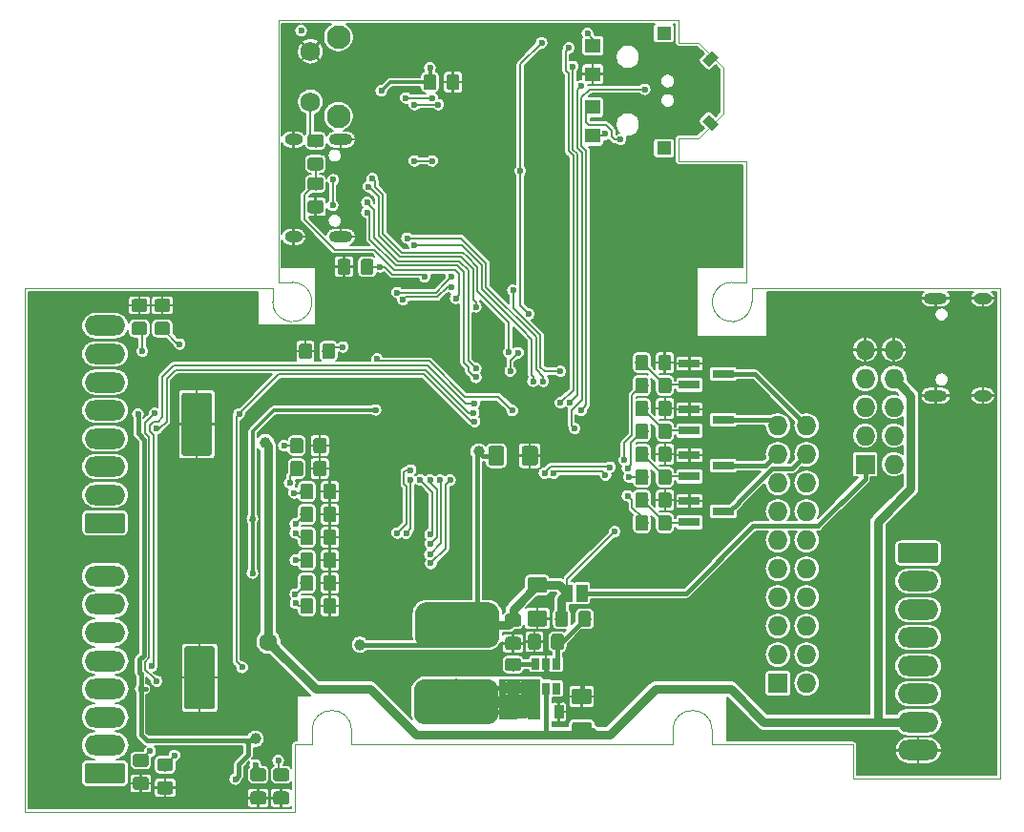
<source format=gbr>
%TF.GenerationSoftware,KiCad,Pcbnew,(5.1.2)-1*%
%TF.CreationDate,2019-11-09T14:12:44+01:00*%
%TF.ProjectId,sensactHsIO,73656e73-6163-4744-9873-494f2e6b6963,rev?*%
%TF.SameCoordinates,Original*%
%TF.FileFunction,Copper,L2,Bot*%
%TF.FilePolarity,Positive*%
%FSLAX46Y46*%
G04 Gerber Fmt 4.6, Leading zero omitted, Abs format (unit mm)*
G04 Created by KiCad (PCBNEW (5.1.2)-1) date 2019-11-09 14:12:44*
%MOMM*%
%LPD*%
G04 APERTURE LIST*
%ADD10C,0.050000*%
%ADD11O,1.727200X1.727200*%
%ADD12R,1.727200X1.727200*%
%ADD13C,0.150000*%
%ADD14C,1.150000*%
%ADD15R,1.900000X0.800000*%
%ADD16C,2.700000*%
%ADD17O,3.600000X1.800000*%
%ADD18C,1.800000*%
%ADD19C,4.000000*%
%ADD20O,2.100000X1.000000*%
%ADD21O,1.600000X1.000000*%
%ADD22C,2.100000*%
%ADD23C,1.750000*%
%ADD24C,1.425000*%
%ADD25R,0.900000X1.200000*%
%ADD26R,0.650000X1.060000*%
%ADD27C,0.850000*%
%ADD28R,1.300000X1.200000*%
%ADD29R,1.400000X1.300000*%
%ADD30R,1.000000X1.500000*%
%ADD31C,0.600000*%
%ADD32C,1.000000*%
%ADD33C,1.600000*%
%ADD34C,0.400000*%
%ADD35C,0.800000*%
%ADD36C,0.200000*%
%ADD37C,0.300000*%
%ADD38C,0.100000*%
G04 APERTURE END LIST*
D10*
X114750000Y-44500000D02*
X114750000Y-46500000D01*
X116500000Y-44500000D02*
X114750000Y-44500000D01*
X118750000Y-42250000D02*
X116500000Y-44500000D01*
X118750000Y-38250000D02*
X118750000Y-42250000D01*
X116500000Y-36000000D02*
X118750000Y-38250000D01*
X114750000Y-36000000D02*
X116500000Y-36000000D01*
X114750000Y-34000000D02*
X114750000Y-36000000D01*
X79250000Y-34000000D02*
X79250000Y-57250000D01*
X80750000Y-104250000D02*
X80750000Y-98250000D01*
X56750000Y-57750000D02*
X56750000Y-104250000D01*
X78750000Y-57750000D02*
X56750000Y-57750000D01*
X114750000Y-34000000D02*
X79250000Y-34000000D01*
X143250000Y-101250000D02*
X143250000Y-57750000D01*
X130250000Y-98250000D02*
X130250000Y-101250000D01*
X143250000Y-57750000D02*
X121250000Y-57750000D01*
X130250000Y-101250000D02*
X143250000Y-101250000D01*
X114250000Y-98250000D02*
X85750000Y-98250000D01*
X80750000Y-104250000D02*
X56750000Y-104250000D01*
X120750000Y-57250000D02*
X120750000Y-46500000D01*
X120750000Y-57250000D02*
X119500000Y-57250000D01*
X120750000Y-46500000D02*
X114750000Y-46500000D01*
X121250000Y-59000000D02*
G75*
G02X119500000Y-57250000I-1750000J0D01*
G01*
X117750000Y-97000000D02*
X117750000Y-98250000D01*
X82250000Y-98250000D02*
X80750000Y-98250000D01*
X82250000Y-97000000D02*
X82250000Y-98250000D01*
X82250000Y-97000000D02*
G75*
G02X85750000Y-97000000I1750000J0D01*
G01*
X85750000Y-97000000D02*
X85750000Y-98250000D01*
X78750000Y-57750000D02*
X78750000Y-59000000D01*
X114250000Y-97000000D02*
G75*
G02X117750000Y-97000000I1750000J0D01*
G01*
X80500000Y-57250000D02*
X79250000Y-57250000D01*
X80500000Y-57250000D02*
G75*
G02X78750000Y-59000000I0J-1750000D01*
G01*
X117750000Y-98250000D02*
X130250000Y-98250000D01*
X121250000Y-59000000D02*
X121250000Y-57750000D01*
X114250000Y-97000000D02*
X114250000Y-98250000D01*
D11*
X126111000Y-69977000D03*
X123571000Y-69977000D03*
X126111000Y-72517000D03*
X123571000Y-72517000D03*
X126111000Y-75057000D03*
X123571000Y-75057000D03*
X126111000Y-77597000D03*
X123571000Y-77597000D03*
X126111000Y-80137000D03*
X123571000Y-80137000D03*
X126111000Y-82677000D03*
X123571000Y-82677000D03*
X126111000Y-85217000D03*
X123571000Y-85217000D03*
X126111000Y-87757000D03*
X123571000Y-87757000D03*
X126111000Y-90297000D03*
X123571000Y-90297000D03*
X126111000Y-92837000D03*
D12*
X123571000Y-92837000D03*
D13*
G36*
X113896505Y-63690204D02*
G01*
X113920773Y-63693804D01*
X113944572Y-63699765D01*
X113967671Y-63708030D01*
X113989850Y-63718520D01*
X114010893Y-63731132D01*
X114030599Y-63745747D01*
X114048777Y-63762223D01*
X114065253Y-63780401D01*
X114079868Y-63800107D01*
X114092480Y-63821150D01*
X114102970Y-63843329D01*
X114111235Y-63866428D01*
X114117196Y-63890227D01*
X114120796Y-63914495D01*
X114122000Y-63938999D01*
X114122000Y-64839001D01*
X114120796Y-64863505D01*
X114117196Y-64887773D01*
X114111235Y-64911572D01*
X114102970Y-64934671D01*
X114092480Y-64956850D01*
X114079868Y-64977893D01*
X114065253Y-64997599D01*
X114048777Y-65015777D01*
X114030599Y-65032253D01*
X114010893Y-65046868D01*
X113989850Y-65059480D01*
X113967671Y-65069970D01*
X113944572Y-65078235D01*
X113920773Y-65084196D01*
X113896505Y-65087796D01*
X113872001Y-65089000D01*
X113221999Y-65089000D01*
X113197495Y-65087796D01*
X113173227Y-65084196D01*
X113149428Y-65078235D01*
X113126329Y-65069970D01*
X113104150Y-65059480D01*
X113083107Y-65046868D01*
X113063401Y-65032253D01*
X113045223Y-65015777D01*
X113028747Y-64997599D01*
X113014132Y-64977893D01*
X113001520Y-64956850D01*
X112991030Y-64934671D01*
X112982765Y-64911572D01*
X112976804Y-64887773D01*
X112973204Y-64863505D01*
X112972000Y-64839001D01*
X112972000Y-63938999D01*
X112973204Y-63914495D01*
X112976804Y-63890227D01*
X112982765Y-63866428D01*
X112991030Y-63843329D01*
X113001520Y-63821150D01*
X113014132Y-63800107D01*
X113028747Y-63780401D01*
X113045223Y-63762223D01*
X113063401Y-63745747D01*
X113083107Y-63731132D01*
X113104150Y-63718520D01*
X113126329Y-63708030D01*
X113149428Y-63699765D01*
X113173227Y-63693804D01*
X113197495Y-63690204D01*
X113221999Y-63689000D01*
X113872001Y-63689000D01*
X113896505Y-63690204D01*
X113896505Y-63690204D01*
G37*
D14*
X113547000Y-64389000D03*
D13*
G36*
X111846505Y-63690204D02*
G01*
X111870773Y-63693804D01*
X111894572Y-63699765D01*
X111917671Y-63708030D01*
X111939850Y-63718520D01*
X111960893Y-63731132D01*
X111980599Y-63745747D01*
X111998777Y-63762223D01*
X112015253Y-63780401D01*
X112029868Y-63800107D01*
X112042480Y-63821150D01*
X112052970Y-63843329D01*
X112061235Y-63866428D01*
X112067196Y-63890227D01*
X112070796Y-63914495D01*
X112072000Y-63938999D01*
X112072000Y-64839001D01*
X112070796Y-64863505D01*
X112067196Y-64887773D01*
X112061235Y-64911572D01*
X112052970Y-64934671D01*
X112042480Y-64956850D01*
X112029868Y-64977893D01*
X112015253Y-64997599D01*
X111998777Y-65015777D01*
X111980599Y-65032253D01*
X111960893Y-65046868D01*
X111939850Y-65059480D01*
X111917671Y-65069970D01*
X111894572Y-65078235D01*
X111870773Y-65084196D01*
X111846505Y-65087796D01*
X111822001Y-65089000D01*
X111171999Y-65089000D01*
X111147495Y-65087796D01*
X111123227Y-65084196D01*
X111099428Y-65078235D01*
X111076329Y-65069970D01*
X111054150Y-65059480D01*
X111033107Y-65046868D01*
X111013401Y-65032253D01*
X110995223Y-65015777D01*
X110978747Y-64997599D01*
X110964132Y-64977893D01*
X110951520Y-64956850D01*
X110941030Y-64934671D01*
X110932765Y-64911572D01*
X110926804Y-64887773D01*
X110923204Y-64863505D01*
X110922000Y-64839001D01*
X110922000Y-63938999D01*
X110923204Y-63914495D01*
X110926804Y-63890227D01*
X110932765Y-63866428D01*
X110941030Y-63843329D01*
X110951520Y-63821150D01*
X110964132Y-63800107D01*
X110978747Y-63780401D01*
X110995223Y-63762223D01*
X111013401Y-63745747D01*
X111033107Y-63731132D01*
X111054150Y-63718520D01*
X111076329Y-63708030D01*
X111099428Y-63699765D01*
X111123227Y-63693804D01*
X111147495Y-63690204D01*
X111171999Y-63689000D01*
X111822001Y-63689000D01*
X111846505Y-63690204D01*
X111846505Y-63690204D01*
G37*
D14*
X111497000Y-64389000D03*
D13*
G36*
X111855505Y-65722204D02*
G01*
X111879773Y-65725804D01*
X111903572Y-65731765D01*
X111926671Y-65740030D01*
X111948850Y-65750520D01*
X111969893Y-65763132D01*
X111989599Y-65777747D01*
X112007777Y-65794223D01*
X112024253Y-65812401D01*
X112038868Y-65832107D01*
X112051480Y-65853150D01*
X112061970Y-65875329D01*
X112070235Y-65898428D01*
X112076196Y-65922227D01*
X112079796Y-65946495D01*
X112081000Y-65970999D01*
X112081000Y-66871001D01*
X112079796Y-66895505D01*
X112076196Y-66919773D01*
X112070235Y-66943572D01*
X112061970Y-66966671D01*
X112051480Y-66988850D01*
X112038868Y-67009893D01*
X112024253Y-67029599D01*
X112007777Y-67047777D01*
X111989599Y-67064253D01*
X111969893Y-67078868D01*
X111948850Y-67091480D01*
X111926671Y-67101970D01*
X111903572Y-67110235D01*
X111879773Y-67116196D01*
X111855505Y-67119796D01*
X111831001Y-67121000D01*
X111180999Y-67121000D01*
X111156495Y-67119796D01*
X111132227Y-67116196D01*
X111108428Y-67110235D01*
X111085329Y-67101970D01*
X111063150Y-67091480D01*
X111042107Y-67078868D01*
X111022401Y-67064253D01*
X111004223Y-67047777D01*
X110987747Y-67029599D01*
X110973132Y-67009893D01*
X110960520Y-66988850D01*
X110950030Y-66966671D01*
X110941765Y-66943572D01*
X110935804Y-66919773D01*
X110932204Y-66895505D01*
X110931000Y-66871001D01*
X110931000Y-65970999D01*
X110932204Y-65946495D01*
X110935804Y-65922227D01*
X110941765Y-65898428D01*
X110950030Y-65875329D01*
X110960520Y-65853150D01*
X110973132Y-65832107D01*
X110987747Y-65812401D01*
X111004223Y-65794223D01*
X111022401Y-65777747D01*
X111042107Y-65763132D01*
X111063150Y-65750520D01*
X111085329Y-65740030D01*
X111108428Y-65731765D01*
X111132227Y-65725804D01*
X111156495Y-65722204D01*
X111180999Y-65721000D01*
X111831001Y-65721000D01*
X111855505Y-65722204D01*
X111855505Y-65722204D01*
G37*
D14*
X111506000Y-66421000D03*
D13*
G36*
X113905505Y-65722204D02*
G01*
X113929773Y-65725804D01*
X113953572Y-65731765D01*
X113976671Y-65740030D01*
X113998850Y-65750520D01*
X114019893Y-65763132D01*
X114039599Y-65777747D01*
X114057777Y-65794223D01*
X114074253Y-65812401D01*
X114088868Y-65832107D01*
X114101480Y-65853150D01*
X114111970Y-65875329D01*
X114120235Y-65898428D01*
X114126196Y-65922227D01*
X114129796Y-65946495D01*
X114131000Y-65970999D01*
X114131000Y-66871001D01*
X114129796Y-66895505D01*
X114126196Y-66919773D01*
X114120235Y-66943572D01*
X114111970Y-66966671D01*
X114101480Y-66988850D01*
X114088868Y-67009893D01*
X114074253Y-67029599D01*
X114057777Y-67047777D01*
X114039599Y-67064253D01*
X114019893Y-67078868D01*
X113998850Y-67091480D01*
X113976671Y-67101970D01*
X113953572Y-67110235D01*
X113929773Y-67116196D01*
X113905505Y-67119796D01*
X113881001Y-67121000D01*
X113230999Y-67121000D01*
X113206495Y-67119796D01*
X113182227Y-67116196D01*
X113158428Y-67110235D01*
X113135329Y-67101970D01*
X113113150Y-67091480D01*
X113092107Y-67078868D01*
X113072401Y-67064253D01*
X113054223Y-67047777D01*
X113037747Y-67029599D01*
X113023132Y-67009893D01*
X113010520Y-66988850D01*
X113000030Y-66966671D01*
X112991765Y-66943572D01*
X112985804Y-66919773D01*
X112982204Y-66895505D01*
X112981000Y-66871001D01*
X112981000Y-65970999D01*
X112982204Y-65946495D01*
X112985804Y-65922227D01*
X112991765Y-65898428D01*
X113000030Y-65875329D01*
X113010520Y-65853150D01*
X113023132Y-65832107D01*
X113037747Y-65812401D01*
X113054223Y-65794223D01*
X113072401Y-65777747D01*
X113092107Y-65763132D01*
X113113150Y-65750520D01*
X113135329Y-65740030D01*
X113158428Y-65731765D01*
X113182227Y-65725804D01*
X113206495Y-65722204D01*
X113230999Y-65721000D01*
X113881001Y-65721000D01*
X113905505Y-65722204D01*
X113905505Y-65722204D01*
G37*
D14*
X113556000Y-66421000D03*
D13*
G36*
X113905505Y-67754204D02*
G01*
X113929773Y-67757804D01*
X113953572Y-67763765D01*
X113976671Y-67772030D01*
X113998850Y-67782520D01*
X114019893Y-67795132D01*
X114039599Y-67809747D01*
X114057777Y-67826223D01*
X114074253Y-67844401D01*
X114088868Y-67864107D01*
X114101480Y-67885150D01*
X114111970Y-67907329D01*
X114120235Y-67930428D01*
X114126196Y-67954227D01*
X114129796Y-67978495D01*
X114131000Y-68002999D01*
X114131000Y-68903001D01*
X114129796Y-68927505D01*
X114126196Y-68951773D01*
X114120235Y-68975572D01*
X114111970Y-68998671D01*
X114101480Y-69020850D01*
X114088868Y-69041893D01*
X114074253Y-69061599D01*
X114057777Y-69079777D01*
X114039599Y-69096253D01*
X114019893Y-69110868D01*
X113998850Y-69123480D01*
X113976671Y-69133970D01*
X113953572Y-69142235D01*
X113929773Y-69148196D01*
X113905505Y-69151796D01*
X113881001Y-69153000D01*
X113230999Y-69153000D01*
X113206495Y-69151796D01*
X113182227Y-69148196D01*
X113158428Y-69142235D01*
X113135329Y-69133970D01*
X113113150Y-69123480D01*
X113092107Y-69110868D01*
X113072401Y-69096253D01*
X113054223Y-69079777D01*
X113037747Y-69061599D01*
X113023132Y-69041893D01*
X113010520Y-69020850D01*
X113000030Y-68998671D01*
X112991765Y-68975572D01*
X112985804Y-68951773D01*
X112982204Y-68927505D01*
X112981000Y-68903001D01*
X112981000Y-68002999D01*
X112982204Y-67978495D01*
X112985804Y-67954227D01*
X112991765Y-67930428D01*
X113000030Y-67907329D01*
X113010520Y-67885150D01*
X113023132Y-67864107D01*
X113037747Y-67844401D01*
X113054223Y-67826223D01*
X113072401Y-67809747D01*
X113092107Y-67795132D01*
X113113150Y-67782520D01*
X113135329Y-67772030D01*
X113158428Y-67763765D01*
X113182227Y-67757804D01*
X113206495Y-67754204D01*
X113230999Y-67753000D01*
X113881001Y-67753000D01*
X113905505Y-67754204D01*
X113905505Y-67754204D01*
G37*
D14*
X113556000Y-68453000D03*
D13*
G36*
X111855505Y-67754204D02*
G01*
X111879773Y-67757804D01*
X111903572Y-67763765D01*
X111926671Y-67772030D01*
X111948850Y-67782520D01*
X111969893Y-67795132D01*
X111989599Y-67809747D01*
X112007777Y-67826223D01*
X112024253Y-67844401D01*
X112038868Y-67864107D01*
X112051480Y-67885150D01*
X112061970Y-67907329D01*
X112070235Y-67930428D01*
X112076196Y-67954227D01*
X112079796Y-67978495D01*
X112081000Y-68002999D01*
X112081000Y-68903001D01*
X112079796Y-68927505D01*
X112076196Y-68951773D01*
X112070235Y-68975572D01*
X112061970Y-68998671D01*
X112051480Y-69020850D01*
X112038868Y-69041893D01*
X112024253Y-69061599D01*
X112007777Y-69079777D01*
X111989599Y-69096253D01*
X111969893Y-69110868D01*
X111948850Y-69123480D01*
X111926671Y-69133970D01*
X111903572Y-69142235D01*
X111879773Y-69148196D01*
X111855505Y-69151796D01*
X111831001Y-69153000D01*
X111180999Y-69153000D01*
X111156495Y-69151796D01*
X111132227Y-69148196D01*
X111108428Y-69142235D01*
X111085329Y-69133970D01*
X111063150Y-69123480D01*
X111042107Y-69110868D01*
X111022401Y-69096253D01*
X111004223Y-69079777D01*
X110987747Y-69061599D01*
X110973132Y-69041893D01*
X110960520Y-69020850D01*
X110950030Y-68998671D01*
X110941765Y-68975572D01*
X110935804Y-68951773D01*
X110932204Y-68927505D01*
X110931000Y-68903001D01*
X110931000Y-68002999D01*
X110932204Y-67978495D01*
X110935804Y-67954227D01*
X110941765Y-67930428D01*
X110950030Y-67907329D01*
X110960520Y-67885150D01*
X110973132Y-67864107D01*
X110987747Y-67844401D01*
X111004223Y-67826223D01*
X111022401Y-67809747D01*
X111042107Y-67795132D01*
X111063150Y-67782520D01*
X111085329Y-67772030D01*
X111108428Y-67763765D01*
X111132227Y-67757804D01*
X111156495Y-67754204D01*
X111180999Y-67753000D01*
X111831001Y-67753000D01*
X111855505Y-67754204D01*
X111855505Y-67754204D01*
G37*
D14*
X111506000Y-68453000D03*
D13*
G36*
X111855505Y-69786204D02*
G01*
X111879773Y-69789804D01*
X111903572Y-69795765D01*
X111926671Y-69804030D01*
X111948850Y-69814520D01*
X111969893Y-69827132D01*
X111989599Y-69841747D01*
X112007777Y-69858223D01*
X112024253Y-69876401D01*
X112038868Y-69896107D01*
X112051480Y-69917150D01*
X112061970Y-69939329D01*
X112070235Y-69962428D01*
X112076196Y-69986227D01*
X112079796Y-70010495D01*
X112081000Y-70034999D01*
X112081000Y-70935001D01*
X112079796Y-70959505D01*
X112076196Y-70983773D01*
X112070235Y-71007572D01*
X112061970Y-71030671D01*
X112051480Y-71052850D01*
X112038868Y-71073893D01*
X112024253Y-71093599D01*
X112007777Y-71111777D01*
X111989599Y-71128253D01*
X111969893Y-71142868D01*
X111948850Y-71155480D01*
X111926671Y-71165970D01*
X111903572Y-71174235D01*
X111879773Y-71180196D01*
X111855505Y-71183796D01*
X111831001Y-71185000D01*
X111180999Y-71185000D01*
X111156495Y-71183796D01*
X111132227Y-71180196D01*
X111108428Y-71174235D01*
X111085329Y-71165970D01*
X111063150Y-71155480D01*
X111042107Y-71142868D01*
X111022401Y-71128253D01*
X111004223Y-71111777D01*
X110987747Y-71093599D01*
X110973132Y-71073893D01*
X110960520Y-71052850D01*
X110950030Y-71030671D01*
X110941765Y-71007572D01*
X110935804Y-70983773D01*
X110932204Y-70959505D01*
X110931000Y-70935001D01*
X110931000Y-70034999D01*
X110932204Y-70010495D01*
X110935804Y-69986227D01*
X110941765Y-69962428D01*
X110950030Y-69939329D01*
X110960520Y-69917150D01*
X110973132Y-69896107D01*
X110987747Y-69876401D01*
X111004223Y-69858223D01*
X111022401Y-69841747D01*
X111042107Y-69827132D01*
X111063150Y-69814520D01*
X111085329Y-69804030D01*
X111108428Y-69795765D01*
X111132227Y-69789804D01*
X111156495Y-69786204D01*
X111180999Y-69785000D01*
X111831001Y-69785000D01*
X111855505Y-69786204D01*
X111855505Y-69786204D01*
G37*
D14*
X111506000Y-70485000D03*
D13*
G36*
X113905505Y-69786204D02*
G01*
X113929773Y-69789804D01*
X113953572Y-69795765D01*
X113976671Y-69804030D01*
X113998850Y-69814520D01*
X114019893Y-69827132D01*
X114039599Y-69841747D01*
X114057777Y-69858223D01*
X114074253Y-69876401D01*
X114088868Y-69896107D01*
X114101480Y-69917150D01*
X114111970Y-69939329D01*
X114120235Y-69962428D01*
X114126196Y-69986227D01*
X114129796Y-70010495D01*
X114131000Y-70034999D01*
X114131000Y-70935001D01*
X114129796Y-70959505D01*
X114126196Y-70983773D01*
X114120235Y-71007572D01*
X114111970Y-71030671D01*
X114101480Y-71052850D01*
X114088868Y-71073893D01*
X114074253Y-71093599D01*
X114057777Y-71111777D01*
X114039599Y-71128253D01*
X114019893Y-71142868D01*
X113998850Y-71155480D01*
X113976671Y-71165970D01*
X113953572Y-71174235D01*
X113929773Y-71180196D01*
X113905505Y-71183796D01*
X113881001Y-71185000D01*
X113230999Y-71185000D01*
X113206495Y-71183796D01*
X113182227Y-71180196D01*
X113158428Y-71174235D01*
X113135329Y-71165970D01*
X113113150Y-71155480D01*
X113092107Y-71142868D01*
X113072401Y-71128253D01*
X113054223Y-71111777D01*
X113037747Y-71093599D01*
X113023132Y-71073893D01*
X113010520Y-71052850D01*
X113000030Y-71030671D01*
X112991765Y-71007572D01*
X112985804Y-70983773D01*
X112982204Y-70959505D01*
X112981000Y-70935001D01*
X112981000Y-70034999D01*
X112982204Y-70010495D01*
X112985804Y-69986227D01*
X112991765Y-69962428D01*
X113000030Y-69939329D01*
X113010520Y-69917150D01*
X113023132Y-69896107D01*
X113037747Y-69876401D01*
X113054223Y-69858223D01*
X113072401Y-69841747D01*
X113092107Y-69827132D01*
X113113150Y-69814520D01*
X113135329Y-69804030D01*
X113158428Y-69795765D01*
X113182227Y-69789804D01*
X113206495Y-69786204D01*
X113230999Y-69785000D01*
X113881001Y-69785000D01*
X113905505Y-69786204D01*
X113905505Y-69786204D01*
G37*
D14*
X113556000Y-70485000D03*
D13*
G36*
X113905505Y-75882204D02*
G01*
X113929773Y-75885804D01*
X113953572Y-75891765D01*
X113976671Y-75900030D01*
X113998850Y-75910520D01*
X114019893Y-75923132D01*
X114039599Y-75937747D01*
X114057777Y-75954223D01*
X114074253Y-75972401D01*
X114088868Y-75992107D01*
X114101480Y-76013150D01*
X114111970Y-76035329D01*
X114120235Y-76058428D01*
X114126196Y-76082227D01*
X114129796Y-76106495D01*
X114131000Y-76130999D01*
X114131000Y-77031001D01*
X114129796Y-77055505D01*
X114126196Y-77079773D01*
X114120235Y-77103572D01*
X114111970Y-77126671D01*
X114101480Y-77148850D01*
X114088868Y-77169893D01*
X114074253Y-77189599D01*
X114057777Y-77207777D01*
X114039599Y-77224253D01*
X114019893Y-77238868D01*
X113998850Y-77251480D01*
X113976671Y-77261970D01*
X113953572Y-77270235D01*
X113929773Y-77276196D01*
X113905505Y-77279796D01*
X113881001Y-77281000D01*
X113230999Y-77281000D01*
X113206495Y-77279796D01*
X113182227Y-77276196D01*
X113158428Y-77270235D01*
X113135329Y-77261970D01*
X113113150Y-77251480D01*
X113092107Y-77238868D01*
X113072401Y-77224253D01*
X113054223Y-77207777D01*
X113037747Y-77189599D01*
X113023132Y-77169893D01*
X113010520Y-77148850D01*
X113000030Y-77126671D01*
X112991765Y-77103572D01*
X112985804Y-77079773D01*
X112982204Y-77055505D01*
X112981000Y-77031001D01*
X112981000Y-76130999D01*
X112982204Y-76106495D01*
X112985804Y-76082227D01*
X112991765Y-76058428D01*
X113000030Y-76035329D01*
X113010520Y-76013150D01*
X113023132Y-75992107D01*
X113037747Y-75972401D01*
X113054223Y-75954223D01*
X113072401Y-75937747D01*
X113092107Y-75923132D01*
X113113150Y-75910520D01*
X113135329Y-75900030D01*
X113158428Y-75891765D01*
X113182227Y-75885804D01*
X113206495Y-75882204D01*
X113230999Y-75881000D01*
X113881001Y-75881000D01*
X113905505Y-75882204D01*
X113905505Y-75882204D01*
G37*
D14*
X113556000Y-76581000D03*
D13*
G36*
X111855505Y-75882204D02*
G01*
X111879773Y-75885804D01*
X111903572Y-75891765D01*
X111926671Y-75900030D01*
X111948850Y-75910520D01*
X111969893Y-75923132D01*
X111989599Y-75937747D01*
X112007777Y-75954223D01*
X112024253Y-75972401D01*
X112038868Y-75992107D01*
X112051480Y-76013150D01*
X112061970Y-76035329D01*
X112070235Y-76058428D01*
X112076196Y-76082227D01*
X112079796Y-76106495D01*
X112081000Y-76130999D01*
X112081000Y-77031001D01*
X112079796Y-77055505D01*
X112076196Y-77079773D01*
X112070235Y-77103572D01*
X112061970Y-77126671D01*
X112051480Y-77148850D01*
X112038868Y-77169893D01*
X112024253Y-77189599D01*
X112007777Y-77207777D01*
X111989599Y-77224253D01*
X111969893Y-77238868D01*
X111948850Y-77251480D01*
X111926671Y-77261970D01*
X111903572Y-77270235D01*
X111879773Y-77276196D01*
X111855505Y-77279796D01*
X111831001Y-77281000D01*
X111180999Y-77281000D01*
X111156495Y-77279796D01*
X111132227Y-77276196D01*
X111108428Y-77270235D01*
X111085329Y-77261970D01*
X111063150Y-77251480D01*
X111042107Y-77238868D01*
X111022401Y-77224253D01*
X111004223Y-77207777D01*
X110987747Y-77189599D01*
X110973132Y-77169893D01*
X110960520Y-77148850D01*
X110950030Y-77126671D01*
X110941765Y-77103572D01*
X110935804Y-77079773D01*
X110932204Y-77055505D01*
X110931000Y-77031001D01*
X110931000Y-76130999D01*
X110932204Y-76106495D01*
X110935804Y-76082227D01*
X110941765Y-76058428D01*
X110950030Y-76035329D01*
X110960520Y-76013150D01*
X110973132Y-75992107D01*
X110987747Y-75972401D01*
X111004223Y-75954223D01*
X111022401Y-75937747D01*
X111042107Y-75923132D01*
X111063150Y-75910520D01*
X111085329Y-75900030D01*
X111108428Y-75891765D01*
X111132227Y-75885804D01*
X111156495Y-75882204D01*
X111180999Y-75881000D01*
X111831001Y-75881000D01*
X111855505Y-75882204D01*
X111855505Y-75882204D01*
G37*
D14*
X111506000Y-76581000D03*
D13*
G36*
X111855505Y-77914204D02*
G01*
X111879773Y-77917804D01*
X111903572Y-77923765D01*
X111926671Y-77932030D01*
X111948850Y-77942520D01*
X111969893Y-77955132D01*
X111989599Y-77969747D01*
X112007777Y-77986223D01*
X112024253Y-78004401D01*
X112038868Y-78024107D01*
X112051480Y-78045150D01*
X112061970Y-78067329D01*
X112070235Y-78090428D01*
X112076196Y-78114227D01*
X112079796Y-78138495D01*
X112081000Y-78162999D01*
X112081000Y-79063001D01*
X112079796Y-79087505D01*
X112076196Y-79111773D01*
X112070235Y-79135572D01*
X112061970Y-79158671D01*
X112051480Y-79180850D01*
X112038868Y-79201893D01*
X112024253Y-79221599D01*
X112007777Y-79239777D01*
X111989599Y-79256253D01*
X111969893Y-79270868D01*
X111948850Y-79283480D01*
X111926671Y-79293970D01*
X111903572Y-79302235D01*
X111879773Y-79308196D01*
X111855505Y-79311796D01*
X111831001Y-79313000D01*
X111180999Y-79313000D01*
X111156495Y-79311796D01*
X111132227Y-79308196D01*
X111108428Y-79302235D01*
X111085329Y-79293970D01*
X111063150Y-79283480D01*
X111042107Y-79270868D01*
X111022401Y-79256253D01*
X111004223Y-79239777D01*
X110987747Y-79221599D01*
X110973132Y-79201893D01*
X110960520Y-79180850D01*
X110950030Y-79158671D01*
X110941765Y-79135572D01*
X110935804Y-79111773D01*
X110932204Y-79087505D01*
X110931000Y-79063001D01*
X110931000Y-78162999D01*
X110932204Y-78138495D01*
X110935804Y-78114227D01*
X110941765Y-78090428D01*
X110950030Y-78067329D01*
X110960520Y-78045150D01*
X110973132Y-78024107D01*
X110987747Y-78004401D01*
X111004223Y-77986223D01*
X111022401Y-77969747D01*
X111042107Y-77955132D01*
X111063150Y-77942520D01*
X111085329Y-77932030D01*
X111108428Y-77923765D01*
X111132227Y-77917804D01*
X111156495Y-77914204D01*
X111180999Y-77913000D01*
X111831001Y-77913000D01*
X111855505Y-77914204D01*
X111855505Y-77914204D01*
G37*
D14*
X111506000Y-78613000D03*
D13*
G36*
X113905505Y-77914204D02*
G01*
X113929773Y-77917804D01*
X113953572Y-77923765D01*
X113976671Y-77932030D01*
X113998850Y-77942520D01*
X114019893Y-77955132D01*
X114039599Y-77969747D01*
X114057777Y-77986223D01*
X114074253Y-78004401D01*
X114088868Y-78024107D01*
X114101480Y-78045150D01*
X114111970Y-78067329D01*
X114120235Y-78090428D01*
X114126196Y-78114227D01*
X114129796Y-78138495D01*
X114131000Y-78162999D01*
X114131000Y-79063001D01*
X114129796Y-79087505D01*
X114126196Y-79111773D01*
X114120235Y-79135572D01*
X114111970Y-79158671D01*
X114101480Y-79180850D01*
X114088868Y-79201893D01*
X114074253Y-79221599D01*
X114057777Y-79239777D01*
X114039599Y-79256253D01*
X114019893Y-79270868D01*
X113998850Y-79283480D01*
X113976671Y-79293970D01*
X113953572Y-79302235D01*
X113929773Y-79308196D01*
X113905505Y-79311796D01*
X113881001Y-79313000D01*
X113230999Y-79313000D01*
X113206495Y-79311796D01*
X113182227Y-79308196D01*
X113158428Y-79302235D01*
X113135329Y-79293970D01*
X113113150Y-79283480D01*
X113092107Y-79270868D01*
X113072401Y-79256253D01*
X113054223Y-79239777D01*
X113037747Y-79221599D01*
X113023132Y-79201893D01*
X113010520Y-79180850D01*
X113000030Y-79158671D01*
X112991765Y-79135572D01*
X112985804Y-79111773D01*
X112982204Y-79087505D01*
X112981000Y-79063001D01*
X112981000Y-78162999D01*
X112982204Y-78138495D01*
X112985804Y-78114227D01*
X112991765Y-78090428D01*
X113000030Y-78067329D01*
X113010520Y-78045150D01*
X113023132Y-78024107D01*
X113037747Y-78004401D01*
X113054223Y-77986223D01*
X113072401Y-77969747D01*
X113092107Y-77955132D01*
X113113150Y-77942520D01*
X113135329Y-77932030D01*
X113158428Y-77923765D01*
X113182227Y-77917804D01*
X113206495Y-77914204D01*
X113230999Y-77913000D01*
X113881001Y-77913000D01*
X113905505Y-77914204D01*
X113905505Y-77914204D01*
G37*
D14*
X113556000Y-78613000D03*
D13*
G36*
X113905505Y-71818204D02*
G01*
X113929773Y-71821804D01*
X113953572Y-71827765D01*
X113976671Y-71836030D01*
X113998850Y-71846520D01*
X114019893Y-71859132D01*
X114039599Y-71873747D01*
X114057777Y-71890223D01*
X114074253Y-71908401D01*
X114088868Y-71928107D01*
X114101480Y-71949150D01*
X114111970Y-71971329D01*
X114120235Y-71994428D01*
X114126196Y-72018227D01*
X114129796Y-72042495D01*
X114131000Y-72066999D01*
X114131000Y-72967001D01*
X114129796Y-72991505D01*
X114126196Y-73015773D01*
X114120235Y-73039572D01*
X114111970Y-73062671D01*
X114101480Y-73084850D01*
X114088868Y-73105893D01*
X114074253Y-73125599D01*
X114057777Y-73143777D01*
X114039599Y-73160253D01*
X114019893Y-73174868D01*
X113998850Y-73187480D01*
X113976671Y-73197970D01*
X113953572Y-73206235D01*
X113929773Y-73212196D01*
X113905505Y-73215796D01*
X113881001Y-73217000D01*
X113230999Y-73217000D01*
X113206495Y-73215796D01*
X113182227Y-73212196D01*
X113158428Y-73206235D01*
X113135329Y-73197970D01*
X113113150Y-73187480D01*
X113092107Y-73174868D01*
X113072401Y-73160253D01*
X113054223Y-73143777D01*
X113037747Y-73125599D01*
X113023132Y-73105893D01*
X113010520Y-73084850D01*
X113000030Y-73062671D01*
X112991765Y-73039572D01*
X112985804Y-73015773D01*
X112982204Y-72991505D01*
X112981000Y-72967001D01*
X112981000Y-72066999D01*
X112982204Y-72042495D01*
X112985804Y-72018227D01*
X112991765Y-71994428D01*
X113000030Y-71971329D01*
X113010520Y-71949150D01*
X113023132Y-71928107D01*
X113037747Y-71908401D01*
X113054223Y-71890223D01*
X113072401Y-71873747D01*
X113092107Y-71859132D01*
X113113150Y-71846520D01*
X113135329Y-71836030D01*
X113158428Y-71827765D01*
X113182227Y-71821804D01*
X113206495Y-71818204D01*
X113230999Y-71817000D01*
X113881001Y-71817000D01*
X113905505Y-71818204D01*
X113905505Y-71818204D01*
G37*
D14*
X113556000Y-72517000D03*
D13*
G36*
X111855505Y-71818204D02*
G01*
X111879773Y-71821804D01*
X111903572Y-71827765D01*
X111926671Y-71836030D01*
X111948850Y-71846520D01*
X111969893Y-71859132D01*
X111989599Y-71873747D01*
X112007777Y-71890223D01*
X112024253Y-71908401D01*
X112038868Y-71928107D01*
X112051480Y-71949150D01*
X112061970Y-71971329D01*
X112070235Y-71994428D01*
X112076196Y-72018227D01*
X112079796Y-72042495D01*
X112081000Y-72066999D01*
X112081000Y-72967001D01*
X112079796Y-72991505D01*
X112076196Y-73015773D01*
X112070235Y-73039572D01*
X112061970Y-73062671D01*
X112051480Y-73084850D01*
X112038868Y-73105893D01*
X112024253Y-73125599D01*
X112007777Y-73143777D01*
X111989599Y-73160253D01*
X111969893Y-73174868D01*
X111948850Y-73187480D01*
X111926671Y-73197970D01*
X111903572Y-73206235D01*
X111879773Y-73212196D01*
X111855505Y-73215796D01*
X111831001Y-73217000D01*
X111180999Y-73217000D01*
X111156495Y-73215796D01*
X111132227Y-73212196D01*
X111108428Y-73206235D01*
X111085329Y-73197970D01*
X111063150Y-73187480D01*
X111042107Y-73174868D01*
X111022401Y-73160253D01*
X111004223Y-73143777D01*
X110987747Y-73125599D01*
X110973132Y-73105893D01*
X110960520Y-73084850D01*
X110950030Y-73062671D01*
X110941765Y-73039572D01*
X110935804Y-73015773D01*
X110932204Y-72991505D01*
X110931000Y-72967001D01*
X110931000Y-72066999D01*
X110932204Y-72042495D01*
X110935804Y-72018227D01*
X110941765Y-71994428D01*
X110950030Y-71971329D01*
X110960520Y-71949150D01*
X110973132Y-71928107D01*
X110987747Y-71908401D01*
X111004223Y-71890223D01*
X111022401Y-71873747D01*
X111042107Y-71859132D01*
X111063150Y-71846520D01*
X111085329Y-71836030D01*
X111108428Y-71827765D01*
X111132227Y-71821804D01*
X111156495Y-71818204D01*
X111180999Y-71817000D01*
X111831001Y-71817000D01*
X111855505Y-71818204D01*
X111855505Y-71818204D01*
G37*
D14*
X111506000Y-72517000D03*
D13*
G36*
X111855505Y-73850204D02*
G01*
X111879773Y-73853804D01*
X111903572Y-73859765D01*
X111926671Y-73868030D01*
X111948850Y-73878520D01*
X111969893Y-73891132D01*
X111989599Y-73905747D01*
X112007777Y-73922223D01*
X112024253Y-73940401D01*
X112038868Y-73960107D01*
X112051480Y-73981150D01*
X112061970Y-74003329D01*
X112070235Y-74026428D01*
X112076196Y-74050227D01*
X112079796Y-74074495D01*
X112081000Y-74098999D01*
X112081000Y-74999001D01*
X112079796Y-75023505D01*
X112076196Y-75047773D01*
X112070235Y-75071572D01*
X112061970Y-75094671D01*
X112051480Y-75116850D01*
X112038868Y-75137893D01*
X112024253Y-75157599D01*
X112007777Y-75175777D01*
X111989599Y-75192253D01*
X111969893Y-75206868D01*
X111948850Y-75219480D01*
X111926671Y-75229970D01*
X111903572Y-75238235D01*
X111879773Y-75244196D01*
X111855505Y-75247796D01*
X111831001Y-75249000D01*
X111180999Y-75249000D01*
X111156495Y-75247796D01*
X111132227Y-75244196D01*
X111108428Y-75238235D01*
X111085329Y-75229970D01*
X111063150Y-75219480D01*
X111042107Y-75206868D01*
X111022401Y-75192253D01*
X111004223Y-75175777D01*
X110987747Y-75157599D01*
X110973132Y-75137893D01*
X110960520Y-75116850D01*
X110950030Y-75094671D01*
X110941765Y-75071572D01*
X110935804Y-75047773D01*
X110932204Y-75023505D01*
X110931000Y-74999001D01*
X110931000Y-74098999D01*
X110932204Y-74074495D01*
X110935804Y-74050227D01*
X110941765Y-74026428D01*
X110950030Y-74003329D01*
X110960520Y-73981150D01*
X110973132Y-73960107D01*
X110987747Y-73940401D01*
X111004223Y-73922223D01*
X111022401Y-73905747D01*
X111042107Y-73891132D01*
X111063150Y-73878520D01*
X111085329Y-73868030D01*
X111108428Y-73859765D01*
X111132227Y-73853804D01*
X111156495Y-73850204D01*
X111180999Y-73849000D01*
X111831001Y-73849000D01*
X111855505Y-73850204D01*
X111855505Y-73850204D01*
G37*
D14*
X111506000Y-74549000D03*
D13*
G36*
X113905505Y-73850204D02*
G01*
X113929773Y-73853804D01*
X113953572Y-73859765D01*
X113976671Y-73868030D01*
X113998850Y-73878520D01*
X114019893Y-73891132D01*
X114039599Y-73905747D01*
X114057777Y-73922223D01*
X114074253Y-73940401D01*
X114088868Y-73960107D01*
X114101480Y-73981150D01*
X114111970Y-74003329D01*
X114120235Y-74026428D01*
X114126196Y-74050227D01*
X114129796Y-74074495D01*
X114131000Y-74098999D01*
X114131000Y-74999001D01*
X114129796Y-75023505D01*
X114126196Y-75047773D01*
X114120235Y-75071572D01*
X114111970Y-75094671D01*
X114101480Y-75116850D01*
X114088868Y-75137893D01*
X114074253Y-75157599D01*
X114057777Y-75175777D01*
X114039599Y-75192253D01*
X114019893Y-75206868D01*
X113998850Y-75219480D01*
X113976671Y-75229970D01*
X113953572Y-75238235D01*
X113929773Y-75244196D01*
X113905505Y-75247796D01*
X113881001Y-75249000D01*
X113230999Y-75249000D01*
X113206495Y-75247796D01*
X113182227Y-75244196D01*
X113158428Y-75238235D01*
X113135329Y-75229970D01*
X113113150Y-75219480D01*
X113092107Y-75206868D01*
X113072401Y-75192253D01*
X113054223Y-75175777D01*
X113037747Y-75157599D01*
X113023132Y-75137893D01*
X113010520Y-75116850D01*
X113000030Y-75094671D01*
X112991765Y-75071572D01*
X112985804Y-75047773D01*
X112982204Y-75023505D01*
X112981000Y-74999001D01*
X112981000Y-74098999D01*
X112982204Y-74074495D01*
X112985804Y-74050227D01*
X112991765Y-74026428D01*
X113000030Y-74003329D01*
X113010520Y-73981150D01*
X113023132Y-73960107D01*
X113037747Y-73940401D01*
X113054223Y-73922223D01*
X113072401Y-73905747D01*
X113092107Y-73891132D01*
X113113150Y-73878520D01*
X113135329Y-73868030D01*
X113158428Y-73859765D01*
X113182227Y-73853804D01*
X113206495Y-73850204D01*
X113230999Y-73849000D01*
X113881001Y-73849000D01*
X113905505Y-73850204D01*
X113905505Y-73850204D01*
G37*
D14*
X113556000Y-74549000D03*
D15*
X118721000Y-65405000D03*
X115721000Y-64455000D03*
X115721000Y-66355000D03*
X118721000Y-69469000D03*
X115721000Y-68519000D03*
X115721000Y-70419000D03*
X118721000Y-77597000D03*
X115721000Y-76647000D03*
X115721000Y-78547000D03*
X118721000Y-73533000D03*
X115721000Y-72583000D03*
X115721000Y-74483000D03*
D13*
G36*
X73115465Y-67051300D02*
G01*
X73141674Y-67055188D01*
X73167377Y-67061626D01*
X73192325Y-67070553D01*
X73216277Y-67081881D01*
X73239004Y-67095503D01*
X73260286Y-67111287D01*
X73279919Y-67129081D01*
X73297713Y-67148714D01*
X73313497Y-67169996D01*
X73327119Y-67192723D01*
X73338447Y-67216675D01*
X73347374Y-67241623D01*
X73353812Y-67267326D01*
X73357700Y-67293535D01*
X73359000Y-67320000D01*
X73359000Y-72380000D01*
X73357700Y-72406465D01*
X73353812Y-72432674D01*
X73347374Y-72458377D01*
X73338447Y-72483325D01*
X73327119Y-72507277D01*
X73313497Y-72530004D01*
X73297713Y-72551286D01*
X73279919Y-72570919D01*
X73260286Y-72588713D01*
X73239004Y-72604497D01*
X73216277Y-72618119D01*
X73192325Y-72629447D01*
X73167377Y-72638374D01*
X73141674Y-72644812D01*
X73115465Y-72648700D01*
X73089000Y-72650000D01*
X70929000Y-72650000D01*
X70902535Y-72648700D01*
X70876326Y-72644812D01*
X70850623Y-72638374D01*
X70825675Y-72629447D01*
X70801723Y-72618119D01*
X70778996Y-72604497D01*
X70757714Y-72588713D01*
X70738081Y-72570919D01*
X70720287Y-72551286D01*
X70704503Y-72530004D01*
X70690881Y-72507277D01*
X70679553Y-72483325D01*
X70670626Y-72458377D01*
X70664188Y-72432674D01*
X70660300Y-72406465D01*
X70659000Y-72380000D01*
X70659000Y-67320000D01*
X70660300Y-67293535D01*
X70664188Y-67267326D01*
X70670626Y-67241623D01*
X70679553Y-67216675D01*
X70690881Y-67192723D01*
X70704503Y-67169996D01*
X70720287Y-67148714D01*
X70738081Y-67129081D01*
X70757714Y-67111287D01*
X70778996Y-67095503D01*
X70801723Y-67081881D01*
X70825675Y-67070553D01*
X70850623Y-67061626D01*
X70876326Y-67055188D01*
X70902535Y-67051300D01*
X70929000Y-67050000D01*
X73089000Y-67050000D01*
X73115465Y-67051300D01*
X73115465Y-67051300D01*
G37*
D16*
X72009000Y-69850000D03*
D13*
G36*
X95100505Y-38798204D02*
G01*
X95124773Y-38801804D01*
X95148572Y-38807765D01*
X95171671Y-38816030D01*
X95193850Y-38826520D01*
X95214893Y-38839132D01*
X95234599Y-38853747D01*
X95252777Y-38870223D01*
X95269253Y-38888401D01*
X95283868Y-38908107D01*
X95296480Y-38929150D01*
X95306970Y-38951329D01*
X95315235Y-38974428D01*
X95321196Y-38998227D01*
X95324796Y-39022495D01*
X95326000Y-39046999D01*
X95326000Y-39947001D01*
X95324796Y-39971505D01*
X95321196Y-39995773D01*
X95315235Y-40019572D01*
X95306970Y-40042671D01*
X95296480Y-40064850D01*
X95283868Y-40085893D01*
X95269253Y-40105599D01*
X95252777Y-40123777D01*
X95234599Y-40140253D01*
X95214893Y-40154868D01*
X95193850Y-40167480D01*
X95171671Y-40177970D01*
X95148572Y-40186235D01*
X95124773Y-40192196D01*
X95100505Y-40195796D01*
X95076001Y-40197000D01*
X94425999Y-40197000D01*
X94401495Y-40195796D01*
X94377227Y-40192196D01*
X94353428Y-40186235D01*
X94330329Y-40177970D01*
X94308150Y-40167480D01*
X94287107Y-40154868D01*
X94267401Y-40140253D01*
X94249223Y-40123777D01*
X94232747Y-40105599D01*
X94218132Y-40085893D01*
X94205520Y-40064850D01*
X94195030Y-40042671D01*
X94186765Y-40019572D01*
X94180804Y-39995773D01*
X94177204Y-39971505D01*
X94176000Y-39947001D01*
X94176000Y-39046999D01*
X94177204Y-39022495D01*
X94180804Y-38998227D01*
X94186765Y-38974428D01*
X94195030Y-38951329D01*
X94205520Y-38929150D01*
X94218132Y-38908107D01*
X94232747Y-38888401D01*
X94249223Y-38870223D01*
X94267401Y-38853747D01*
X94287107Y-38839132D01*
X94308150Y-38826520D01*
X94330329Y-38816030D01*
X94353428Y-38807765D01*
X94377227Y-38801804D01*
X94401495Y-38798204D01*
X94425999Y-38797000D01*
X95076001Y-38797000D01*
X95100505Y-38798204D01*
X95100505Y-38798204D01*
G37*
D14*
X94751000Y-39497000D03*
D13*
G36*
X93050505Y-38798204D02*
G01*
X93074773Y-38801804D01*
X93098572Y-38807765D01*
X93121671Y-38816030D01*
X93143850Y-38826520D01*
X93164893Y-38839132D01*
X93184599Y-38853747D01*
X93202777Y-38870223D01*
X93219253Y-38888401D01*
X93233868Y-38908107D01*
X93246480Y-38929150D01*
X93256970Y-38951329D01*
X93265235Y-38974428D01*
X93271196Y-38998227D01*
X93274796Y-39022495D01*
X93276000Y-39046999D01*
X93276000Y-39947001D01*
X93274796Y-39971505D01*
X93271196Y-39995773D01*
X93265235Y-40019572D01*
X93256970Y-40042671D01*
X93246480Y-40064850D01*
X93233868Y-40085893D01*
X93219253Y-40105599D01*
X93202777Y-40123777D01*
X93184599Y-40140253D01*
X93164893Y-40154868D01*
X93143850Y-40167480D01*
X93121671Y-40177970D01*
X93098572Y-40186235D01*
X93074773Y-40192196D01*
X93050505Y-40195796D01*
X93026001Y-40197000D01*
X92375999Y-40197000D01*
X92351495Y-40195796D01*
X92327227Y-40192196D01*
X92303428Y-40186235D01*
X92280329Y-40177970D01*
X92258150Y-40167480D01*
X92237107Y-40154868D01*
X92217401Y-40140253D01*
X92199223Y-40123777D01*
X92182747Y-40105599D01*
X92168132Y-40085893D01*
X92155520Y-40064850D01*
X92145030Y-40042671D01*
X92136765Y-40019572D01*
X92130804Y-39995773D01*
X92127204Y-39971505D01*
X92126000Y-39947001D01*
X92126000Y-39046999D01*
X92127204Y-39022495D01*
X92130804Y-38998227D01*
X92136765Y-38974428D01*
X92145030Y-38951329D01*
X92155520Y-38929150D01*
X92168132Y-38908107D01*
X92182747Y-38888401D01*
X92199223Y-38870223D01*
X92217401Y-38853747D01*
X92237107Y-38839132D01*
X92258150Y-38826520D01*
X92280329Y-38816030D01*
X92303428Y-38807765D01*
X92327227Y-38801804D01*
X92351495Y-38798204D01*
X92375999Y-38797000D01*
X93026001Y-38797000D01*
X93050505Y-38798204D01*
X93050505Y-38798204D01*
G37*
D14*
X92701000Y-39497000D03*
D17*
X136017000Y-98780000D03*
X136017000Y-96280000D03*
X136017000Y-93780000D03*
X136017000Y-91280000D03*
X136017000Y-88780000D03*
X136017000Y-86280000D03*
X136017000Y-83780000D03*
D13*
G36*
X137591504Y-80381204D02*
G01*
X137615773Y-80384804D01*
X137639571Y-80390765D01*
X137662671Y-80399030D01*
X137684849Y-80409520D01*
X137705893Y-80422133D01*
X137725598Y-80436747D01*
X137743777Y-80453223D01*
X137760253Y-80471402D01*
X137774867Y-80491107D01*
X137787480Y-80512151D01*
X137797970Y-80534329D01*
X137806235Y-80557429D01*
X137812196Y-80581227D01*
X137815796Y-80605496D01*
X137817000Y-80630000D01*
X137817000Y-81930000D01*
X137815796Y-81954504D01*
X137812196Y-81978773D01*
X137806235Y-82002571D01*
X137797970Y-82025671D01*
X137787480Y-82047849D01*
X137774867Y-82068893D01*
X137760253Y-82088598D01*
X137743777Y-82106777D01*
X137725598Y-82123253D01*
X137705893Y-82137867D01*
X137684849Y-82150480D01*
X137662671Y-82160970D01*
X137639571Y-82169235D01*
X137615773Y-82175196D01*
X137591504Y-82178796D01*
X137567000Y-82180000D01*
X134467000Y-82180000D01*
X134442496Y-82178796D01*
X134418227Y-82175196D01*
X134394429Y-82169235D01*
X134371329Y-82160970D01*
X134349151Y-82150480D01*
X134328107Y-82137867D01*
X134308402Y-82123253D01*
X134290223Y-82106777D01*
X134273747Y-82088598D01*
X134259133Y-82068893D01*
X134246520Y-82047849D01*
X134236030Y-82025671D01*
X134227765Y-82002571D01*
X134221804Y-81978773D01*
X134218204Y-81954504D01*
X134217000Y-81930000D01*
X134217000Y-80630000D01*
X134218204Y-80605496D01*
X134221804Y-80581227D01*
X134227765Y-80557429D01*
X134236030Y-80534329D01*
X134246520Y-80512151D01*
X134259133Y-80491107D01*
X134273747Y-80471402D01*
X134290223Y-80453223D01*
X134308402Y-80436747D01*
X134328107Y-80422133D01*
X134349151Y-80409520D01*
X134371329Y-80399030D01*
X134394429Y-80390765D01*
X134418227Y-80384804D01*
X134442496Y-80381204D01*
X134467000Y-80380000D01*
X137567000Y-80380000D01*
X137591504Y-80381204D01*
X137591504Y-80381204D01*
G37*
D18*
X136017000Y-81280000D03*
D13*
G36*
X87480505Y-55181204D02*
G01*
X87504773Y-55184804D01*
X87528572Y-55190765D01*
X87551671Y-55199030D01*
X87573850Y-55209520D01*
X87594893Y-55222132D01*
X87614599Y-55236747D01*
X87632777Y-55253223D01*
X87649253Y-55271401D01*
X87663868Y-55291107D01*
X87676480Y-55312150D01*
X87686970Y-55334329D01*
X87695235Y-55357428D01*
X87701196Y-55381227D01*
X87704796Y-55405495D01*
X87706000Y-55429999D01*
X87706000Y-56330001D01*
X87704796Y-56354505D01*
X87701196Y-56378773D01*
X87695235Y-56402572D01*
X87686970Y-56425671D01*
X87676480Y-56447850D01*
X87663868Y-56468893D01*
X87649253Y-56488599D01*
X87632777Y-56506777D01*
X87614599Y-56523253D01*
X87594893Y-56537868D01*
X87573850Y-56550480D01*
X87551671Y-56560970D01*
X87528572Y-56569235D01*
X87504773Y-56575196D01*
X87480505Y-56578796D01*
X87456001Y-56580000D01*
X86805999Y-56580000D01*
X86781495Y-56578796D01*
X86757227Y-56575196D01*
X86733428Y-56569235D01*
X86710329Y-56560970D01*
X86688150Y-56550480D01*
X86667107Y-56537868D01*
X86647401Y-56523253D01*
X86629223Y-56506777D01*
X86612747Y-56488599D01*
X86598132Y-56468893D01*
X86585520Y-56447850D01*
X86575030Y-56425671D01*
X86566765Y-56402572D01*
X86560804Y-56378773D01*
X86557204Y-56354505D01*
X86556000Y-56330001D01*
X86556000Y-55429999D01*
X86557204Y-55405495D01*
X86560804Y-55381227D01*
X86566765Y-55357428D01*
X86575030Y-55334329D01*
X86585520Y-55312150D01*
X86598132Y-55291107D01*
X86612747Y-55271401D01*
X86629223Y-55253223D01*
X86647401Y-55236747D01*
X86667107Y-55222132D01*
X86688150Y-55209520D01*
X86710329Y-55199030D01*
X86733428Y-55190765D01*
X86757227Y-55184804D01*
X86781495Y-55181204D01*
X86805999Y-55180000D01*
X87456001Y-55180000D01*
X87480505Y-55181204D01*
X87480505Y-55181204D01*
G37*
D14*
X87131000Y-55880000D03*
D13*
G36*
X85430505Y-55181204D02*
G01*
X85454773Y-55184804D01*
X85478572Y-55190765D01*
X85501671Y-55199030D01*
X85523850Y-55209520D01*
X85544893Y-55222132D01*
X85564599Y-55236747D01*
X85582777Y-55253223D01*
X85599253Y-55271401D01*
X85613868Y-55291107D01*
X85626480Y-55312150D01*
X85636970Y-55334329D01*
X85645235Y-55357428D01*
X85651196Y-55381227D01*
X85654796Y-55405495D01*
X85656000Y-55429999D01*
X85656000Y-56330001D01*
X85654796Y-56354505D01*
X85651196Y-56378773D01*
X85645235Y-56402572D01*
X85636970Y-56425671D01*
X85626480Y-56447850D01*
X85613868Y-56468893D01*
X85599253Y-56488599D01*
X85582777Y-56506777D01*
X85564599Y-56523253D01*
X85544893Y-56537868D01*
X85523850Y-56550480D01*
X85501671Y-56560970D01*
X85478572Y-56569235D01*
X85454773Y-56575196D01*
X85430505Y-56578796D01*
X85406001Y-56580000D01*
X84755999Y-56580000D01*
X84731495Y-56578796D01*
X84707227Y-56575196D01*
X84683428Y-56569235D01*
X84660329Y-56560970D01*
X84638150Y-56550480D01*
X84617107Y-56537868D01*
X84597401Y-56523253D01*
X84579223Y-56506777D01*
X84562747Y-56488599D01*
X84548132Y-56468893D01*
X84535520Y-56447850D01*
X84525030Y-56425671D01*
X84516765Y-56402572D01*
X84510804Y-56378773D01*
X84507204Y-56354505D01*
X84506000Y-56330001D01*
X84506000Y-55429999D01*
X84507204Y-55405495D01*
X84510804Y-55381227D01*
X84516765Y-55357428D01*
X84525030Y-55334329D01*
X84535520Y-55312150D01*
X84548132Y-55291107D01*
X84562747Y-55271401D01*
X84579223Y-55253223D01*
X84597401Y-55236747D01*
X84617107Y-55222132D01*
X84638150Y-55209520D01*
X84660329Y-55199030D01*
X84683428Y-55190765D01*
X84707227Y-55184804D01*
X84731495Y-55181204D01*
X84755999Y-55180000D01*
X85406001Y-55180000D01*
X85430505Y-55181204D01*
X85430505Y-55181204D01*
G37*
D14*
X85081000Y-55880000D03*
D13*
G36*
X84060505Y-62674204D02*
G01*
X84084773Y-62677804D01*
X84108572Y-62683765D01*
X84131671Y-62692030D01*
X84153850Y-62702520D01*
X84174893Y-62715132D01*
X84194599Y-62729747D01*
X84212777Y-62746223D01*
X84229253Y-62764401D01*
X84243868Y-62784107D01*
X84256480Y-62805150D01*
X84266970Y-62827329D01*
X84275235Y-62850428D01*
X84281196Y-62874227D01*
X84284796Y-62898495D01*
X84286000Y-62922999D01*
X84286000Y-63823001D01*
X84284796Y-63847505D01*
X84281196Y-63871773D01*
X84275235Y-63895572D01*
X84266970Y-63918671D01*
X84256480Y-63940850D01*
X84243868Y-63961893D01*
X84229253Y-63981599D01*
X84212777Y-63999777D01*
X84194599Y-64016253D01*
X84174893Y-64030868D01*
X84153850Y-64043480D01*
X84131671Y-64053970D01*
X84108572Y-64062235D01*
X84084773Y-64068196D01*
X84060505Y-64071796D01*
X84036001Y-64073000D01*
X83385999Y-64073000D01*
X83361495Y-64071796D01*
X83337227Y-64068196D01*
X83313428Y-64062235D01*
X83290329Y-64053970D01*
X83268150Y-64043480D01*
X83247107Y-64030868D01*
X83227401Y-64016253D01*
X83209223Y-63999777D01*
X83192747Y-63981599D01*
X83178132Y-63961893D01*
X83165520Y-63940850D01*
X83155030Y-63918671D01*
X83146765Y-63895572D01*
X83140804Y-63871773D01*
X83137204Y-63847505D01*
X83136000Y-63823001D01*
X83136000Y-62922999D01*
X83137204Y-62898495D01*
X83140804Y-62874227D01*
X83146765Y-62850428D01*
X83155030Y-62827329D01*
X83165520Y-62805150D01*
X83178132Y-62784107D01*
X83192747Y-62764401D01*
X83209223Y-62746223D01*
X83227401Y-62729747D01*
X83247107Y-62715132D01*
X83268150Y-62702520D01*
X83290329Y-62692030D01*
X83313428Y-62683765D01*
X83337227Y-62677804D01*
X83361495Y-62674204D01*
X83385999Y-62673000D01*
X84036001Y-62673000D01*
X84060505Y-62674204D01*
X84060505Y-62674204D01*
G37*
D14*
X83711000Y-63373000D03*
D13*
G36*
X82010505Y-62674204D02*
G01*
X82034773Y-62677804D01*
X82058572Y-62683765D01*
X82081671Y-62692030D01*
X82103850Y-62702520D01*
X82124893Y-62715132D01*
X82144599Y-62729747D01*
X82162777Y-62746223D01*
X82179253Y-62764401D01*
X82193868Y-62784107D01*
X82206480Y-62805150D01*
X82216970Y-62827329D01*
X82225235Y-62850428D01*
X82231196Y-62874227D01*
X82234796Y-62898495D01*
X82236000Y-62922999D01*
X82236000Y-63823001D01*
X82234796Y-63847505D01*
X82231196Y-63871773D01*
X82225235Y-63895572D01*
X82216970Y-63918671D01*
X82206480Y-63940850D01*
X82193868Y-63961893D01*
X82179253Y-63981599D01*
X82162777Y-63999777D01*
X82144599Y-64016253D01*
X82124893Y-64030868D01*
X82103850Y-64043480D01*
X82081671Y-64053970D01*
X82058572Y-64062235D01*
X82034773Y-64068196D01*
X82010505Y-64071796D01*
X81986001Y-64073000D01*
X81335999Y-64073000D01*
X81311495Y-64071796D01*
X81287227Y-64068196D01*
X81263428Y-64062235D01*
X81240329Y-64053970D01*
X81218150Y-64043480D01*
X81197107Y-64030868D01*
X81177401Y-64016253D01*
X81159223Y-63999777D01*
X81142747Y-63981599D01*
X81128132Y-63961893D01*
X81115520Y-63940850D01*
X81105030Y-63918671D01*
X81096765Y-63895572D01*
X81090804Y-63871773D01*
X81087204Y-63847505D01*
X81086000Y-63823001D01*
X81086000Y-62922999D01*
X81087204Y-62898495D01*
X81090804Y-62874227D01*
X81096765Y-62850428D01*
X81105030Y-62827329D01*
X81115520Y-62805150D01*
X81128132Y-62784107D01*
X81142747Y-62764401D01*
X81159223Y-62746223D01*
X81177401Y-62729747D01*
X81197107Y-62715132D01*
X81218150Y-62702520D01*
X81240329Y-62692030D01*
X81263428Y-62683765D01*
X81287227Y-62677804D01*
X81311495Y-62674204D01*
X81335999Y-62673000D01*
X81986001Y-62673000D01*
X82010505Y-62674204D01*
X82010505Y-62674204D01*
G37*
D14*
X81661000Y-63373000D03*
D13*
G36*
X67403505Y-58726204D02*
G01*
X67427773Y-58729804D01*
X67451572Y-58735765D01*
X67474671Y-58744030D01*
X67496850Y-58754520D01*
X67517893Y-58767132D01*
X67537599Y-58781747D01*
X67555777Y-58798223D01*
X67572253Y-58816401D01*
X67586868Y-58836107D01*
X67599480Y-58857150D01*
X67609970Y-58879329D01*
X67618235Y-58902428D01*
X67624196Y-58926227D01*
X67627796Y-58950495D01*
X67629000Y-58974999D01*
X67629000Y-59625001D01*
X67627796Y-59649505D01*
X67624196Y-59673773D01*
X67618235Y-59697572D01*
X67609970Y-59720671D01*
X67599480Y-59742850D01*
X67586868Y-59763893D01*
X67572253Y-59783599D01*
X67555777Y-59801777D01*
X67537599Y-59818253D01*
X67517893Y-59832868D01*
X67496850Y-59845480D01*
X67474671Y-59855970D01*
X67451572Y-59864235D01*
X67427773Y-59870196D01*
X67403505Y-59873796D01*
X67379001Y-59875000D01*
X66478999Y-59875000D01*
X66454495Y-59873796D01*
X66430227Y-59870196D01*
X66406428Y-59864235D01*
X66383329Y-59855970D01*
X66361150Y-59845480D01*
X66340107Y-59832868D01*
X66320401Y-59818253D01*
X66302223Y-59801777D01*
X66285747Y-59783599D01*
X66271132Y-59763893D01*
X66258520Y-59742850D01*
X66248030Y-59720671D01*
X66239765Y-59697572D01*
X66233804Y-59673773D01*
X66230204Y-59649505D01*
X66229000Y-59625001D01*
X66229000Y-58974999D01*
X66230204Y-58950495D01*
X66233804Y-58926227D01*
X66239765Y-58902428D01*
X66248030Y-58879329D01*
X66258520Y-58857150D01*
X66271132Y-58836107D01*
X66285747Y-58816401D01*
X66302223Y-58798223D01*
X66320401Y-58781747D01*
X66340107Y-58767132D01*
X66361150Y-58754520D01*
X66383329Y-58744030D01*
X66406428Y-58735765D01*
X66430227Y-58729804D01*
X66454495Y-58726204D01*
X66478999Y-58725000D01*
X67379001Y-58725000D01*
X67403505Y-58726204D01*
X67403505Y-58726204D01*
G37*
D14*
X66929000Y-59300000D03*
D13*
G36*
X67403505Y-60776204D02*
G01*
X67427773Y-60779804D01*
X67451572Y-60785765D01*
X67474671Y-60794030D01*
X67496850Y-60804520D01*
X67517893Y-60817132D01*
X67537599Y-60831747D01*
X67555777Y-60848223D01*
X67572253Y-60866401D01*
X67586868Y-60886107D01*
X67599480Y-60907150D01*
X67609970Y-60929329D01*
X67618235Y-60952428D01*
X67624196Y-60976227D01*
X67627796Y-61000495D01*
X67629000Y-61024999D01*
X67629000Y-61675001D01*
X67627796Y-61699505D01*
X67624196Y-61723773D01*
X67618235Y-61747572D01*
X67609970Y-61770671D01*
X67599480Y-61792850D01*
X67586868Y-61813893D01*
X67572253Y-61833599D01*
X67555777Y-61851777D01*
X67537599Y-61868253D01*
X67517893Y-61882868D01*
X67496850Y-61895480D01*
X67474671Y-61905970D01*
X67451572Y-61914235D01*
X67427773Y-61920196D01*
X67403505Y-61923796D01*
X67379001Y-61925000D01*
X66478999Y-61925000D01*
X66454495Y-61923796D01*
X66430227Y-61920196D01*
X66406428Y-61914235D01*
X66383329Y-61905970D01*
X66361150Y-61895480D01*
X66340107Y-61882868D01*
X66320401Y-61868253D01*
X66302223Y-61851777D01*
X66285747Y-61833599D01*
X66271132Y-61813893D01*
X66258520Y-61792850D01*
X66248030Y-61770671D01*
X66239765Y-61747572D01*
X66233804Y-61723773D01*
X66230204Y-61699505D01*
X66229000Y-61675001D01*
X66229000Y-61024999D01*
X66230204Y-61000495D01*
X66233804Y-60976227D01*
X66239765Y-60952428D01*
X66248030Y-60929329D01*
X66258520Y-60907150D01*
X66271132Y-60886107D01*
X66285747Y-60866401D01*
X66302223Y-60848223D01*
X66320401Y-60831747D01*
X66340107Y-60817132D01*
X66361150Y-60804520D01*
X66383329Y-60794030D01*
X66406428Y-60785765D01*
X66430227Y-60779804D01*
X66454495Y-60776204D01*
X66478999Y-60775000D01*
X67379001Y-60775000D01*
X67403505Y-60776204D01*
X67403505Y-60776204D01*
G37*
D14*
X66929000Y-61350000D03*
D13*
G36*
X69435505Y-58726204D02*
G01*
X69459773Y-58729804D01*
X69483572Y-58735765D01*
X69506671Y-58744030D01*
X69528850Y-58754520D01*
X69549893Y-58767132D01*
X69569599Y-58781747D01*
X69587777Y-58798223D01*
X69604253Y-58816401D01*
X69618868Y-58836107D01*
X69631480Y-58857150D01*
X69641970Y-58879329D01*
X69650235Y-58902428D01*
X69656196Y-58926227D01*
X69659796Y-58950495D01*
X69661000Y-58974999D01*
X69661000Y-59625001D01*
X69659796Y-59649505D01*
X69656196Y-59673773D01*
X69650235Y-59697572D01*
X69641970Y-59720671D01*
X69631480Y-59742850D01*
X69618868Y-59763893D01*
X69604253Y-59783599D01*
X69587777Y-59801777D01*
X69569599Y-59818253D01*
X69549893Y-59832868D01*
X69528850Y-59845480D01*
X69506671Y-59855970D01*
X69483572Y-59864235D01*
X69459773Y-59870196D01*
X69435505Y-59873796D01*
X69411001Y-59875000D01*
X68510999Y-59875000D01*
X68486495Y-59873796D01*
X68462227Y-59870196D01*
X68438428Y-59864235D01*
X68415329Y-59855970D01*
X68393150Y-59845480D01*
X68372107Y-59832868D01*
X68352401Y-59818253D01*
X68334223Y-59801777D01*
X68317747Y-59783599D01*
X68303132Y-59763893D01*
X68290520Y-59742850D01*
X68280030Y-59720671D01*
X68271765Y-59697572D01*
X68265804Y-59673773D01*
X68262204Y-59649505D01*
X68261000Y-59625001D01*
X68261000Y-58974999D01*
X68262204Y-58950495D01*
X68265804Y-58926227D01*
X68271765Y-58902428D01*
X68280030Y-58879329D01*
X68290520Y-58857150D01*
X68303132Y-58836107D01*
X68317747Y-58816401D01*
X68334223Y-58798223D01*
X68352401Y-58781747D01*
X68372107Y-58767132D01*
X68393150Y-58754520D01*
X68415329Y-58744030D01*
X68438428Y-58735765D01*
X68462227Y-58729804D01*
X68486495Y-58726204D01*
X68510999Y-58725000D01*
X69411001Y-58725000D01*
X69435505Y-58726204D01*
X69435505Y-58726204D01*
G37*
D14*
X68961000Y-59300000D03*
D13*
G36*
X69435505Y-60776204D02*
G01*
X69459773Y-60779804D01*
X69483572Y-60785765D01*
X69506671Y-60794030D01*
X69528850Y-60804520D01*
X69549893Y-60817132D01*
X69569599Y-60831747D01*
X69587777Y-60848223D01*
X69604253Y-60866401D01*
X69618868Y-60886107D01*
X69631480Y-60907150D01*
X69641970Y-60929329D01*
X69650235Y-60952428D01*
X69656196Y-60976227D01*
X69659796Y-61000495D01*
X69661000Y-61024999D01*
X69661000Y-61675001D01*
X69659796Y-61699505D01*
X69656196Y-61723773D01*
X69650235Y-61747572D01*
X69641970Y-61770671D01*
X69631480Y-61792850D01*
X69618868Y-61813893D01*
X69604253Y-61833599D01*
X69587777Y-61851777D01*
X69569599Y-61868253D01*
X69549893Y-61882868D01*
X69528850Y-61895480D01*
X69506671Y-61905970D01*
X69483572Y-61914235D01*
X69459773Y-61920196D01*
X69435505Y-61923796D01*
X69411001Y-61925000D01*
X68510999Y-61925000D01*
X68486495Y-61923796D01*
X68462227Y-61920196D01*
X68438428Y-61914235D01*
X68415329Y-61905970D01*
X68393150Y-61895480D01*
X68372107Y-61882868D01*
X68352401Y-61868253D01*
X68334223Y-61851777D01*
X68317747Y-61833599D01*
X68303132Y-61813893D01*
X68290520Y-61792850D01*
X68280030Y-61770671D01*
X68271765Y-61747572D01*
X68265804Y-61723773D01*
X68262204Y-61699505D01*
X68261000Y-61675001D01*
X68261000Y-61024999D01*
X68262204Y-61000495D01*
X68265804Y-60976227D01*
X68271765Y-60952428D01*
X68280030Y-60929329D01*
X68290520Y-60907150D01*
X68303132Y-60886107D01*
X68317747Y-60866401D01*
X68334223Y-60848223D01*
X68352401Y-60831747D01*
X68372107Y-60817132D01*
X68393150Y-60804520D01*
X68415329Y-60794030D01*
X68438428Y-60785765D01*
X68462227Y-60779804D01*
X68486495Y-60776204D01*
X68510999Y-60775000D01*
X69411001Y-60775000D01*
X69435505Y-60776204D01*
X69435505Y-60776204D01*
G37*
D14*
X68961000Y-61350000D03*
D13*
G36*
X82128505Y-75120204D02*
G01*
X82152773Y-75123804D01*
X82176572Y-75129765D01*
X82199671Y-75138030D01*
X82221850Y-75148520D01*
X82242893Y-75161132D01*
X82262599Y-75175747D01*
X82280777Y-75192223D01*
X82297253Y-75210401D01*
X82311868Y-75230107D01*
X82324480Y-75251150D01*
X82334970Y-75273329D01*
X82343235Y-75296428D01*
X82349196Y-75320227D01*
X82352796Y-75344495D01*
X82354000Y-75368999D01*
X82354000Y-76269001D01*
X82352796Y-76293505D01*
X82349196Y-76317773D01*
X82343235Y-76341572D01*
X82334970Y-76364671D01*
X82324480Y-76386850D01*
X82311868Y-76407893D01*
X82297253Y-76427599D01*
X82280777Y-76445777D01*
X82262599Y-76462253D01*
X82242893Y-76476868D01*
X82221850Y-76489480D01*
X82199671Y-76499970D01*
X82176572Y-76508235D01*
X82152773Y-76514196D01*
X82128505Y-76517796D01*
X82104001Y-76519000D01*
X81453999Y-76519000D01*
X81429495Y-76517796D01*
X81405227Y-76514196D01*
X81381428Y-76508235D01*
X81358329Y-76499970D01*
X81336150Y-76489480D01*
X81315107Y-76476868D01*
X81295401Y-76462253D01*
X81277223Y-76445777D01*
X81260747Y-76427599D01*
X81246132Y-76407893D01*
X81233520Y-76386850D01*
X81223030Y-76364671D01*
X81214765Y-76341572D01*
X81208804Y-76317773D01*
X81205204Y-76293505D01*
X81204000Y-76269001D01*
X81204000Y-75368999D01*
X81205204Y-75344495D01*
X81208804Y-75320227D01*
X81214765Y-75296428D01*
X81223030Y-75273329D01*
X81233520Y-75251150D01*
X81246132Y-75230107D01*
X81260747Y-75210401D01*
X81277223Y-75192223D01*
X81295401Y-75175747D01*
X81315107Y-75161132D01*
X81336150Y-75148520D01*
X81358329Y-75138030D01*
X81381428Y-75129765D01*
X81405227Y-75123804D01*
X81429495Y-75120204D01*
X81453999Y-75119000D01*
X82104001Y-75119000D01*
X82128505Y-75120204D01*
X82128505Y-75120204D01*
G37*
D14*
X81779000Y-75819000D03*
D13*
G36*
X84178505Y-75120204D02*
G01*
X84202773Y-75123804D01*
X84226572Y-75129765D01*
X84249671Y-75138030D01*
X84271850Y-75148520D01*
X84292893Y-75161132D01*
X84312599Y-75175747D01*
X84330777Y-75192223D01*
X84347253Y-75210401D01*
X84361868Y-75230107D01*
X84374480Y-75251150D01*
X84384970Y-75273329D01*
X84393235Y-75296428D01*
X84399196Y-75320227D01*
X84402796Y-75344495D01*
X84404000Y-75368999D01*
X84404000Y-76269001D01*
X84402796Y-76293505D01*
X84399196Y-76317773D01*
X84393235Y-76341572D01*
X84384970Y-76364671D01*
X84374480Y-76386850D01*
X84361868Y-76407893D01*
X84347253Y-76427599D01*
X84330777Y-76445777D01*
X84312599Y-76462253D01*
X84292893Y-76476868D01*
X84271850Y-76489480D01*
X84249671Y-76499970D01*
X84226572Y-76508235D01*
X84202773Y-76514196D01*
X84178505Y-76517796D01*
X84154001Y-76519000D01*
X83503999Y-76519000D01*
X83479495Y-76517796D01*
X83455227Y-76514196D01*
X83431428Y-76508235D01*
X83408329Y-76499970D01*
X83386150Y-76489480D01*
X83365107Y-76476868D01*
X83345401Y-76462253D01*
X83327223Y-76445777D01*
X83310747Y-76427599D01*
X83296132Y-76407893D01*
X83283520Y-76386850D01*
X83273030Y-76364671D01*
X83264765Y-76341572D01*
X83258804Y-76317773D01*
X83255204Y-76293505D01*
X83254000Y-76269001D01*
X83254000Y-75368999D01*
X83255204Y-75344495D01*
X83258804Y-75320227D01*
X83264765Y-75296428D01*
X83273030Y-75273329D01*
X83283520Y-75251150D01*
X83296132Y-75230107D01*
X83310747Y-75210401D01*
X83327223Y-75192223D01*
X83345401Y-75175747D01*
X83365107Y-75161132D01*
X83386150Y-75148520D01*
X83408329Y-75138030D01*
X83431428Y-75129765D01*
X83455227Y-75123804D01*
X83479495Y-75120204D01*
X83503999Y-75119000D01*
X84154001Y-75119000D01*
X84178505Y-75120204D01*
X84178505Y-75120204D01*
G37*
D14*
X83829000Y-75819000D03*
D13*
G36*
X82128505Y-77152204D02*
G01*
X82152773Y-77155804D01*
X82176572Y-77161765D01*
X82199671Y-77170030D01*
X82221850Y-77180520D01*
X82242893Y-77193132D01*
X82262599Y-77207747D01*
X82280777Y-77224223D01*
X82297253Y-77242401D01*
X82311868Y-77262107D01*
X82324480Y-77283150D01*
X82334970Y-77305329D01*
X82343235Y-77328428D01*
X82349196Y-77352227D01*
X82352796Y-77376495D01*
X82354000Y-77400999D01*
X82354000Y-78301001D01*
X82352796Y-78325505D01*
X82349196Y-78349773D01*
X82343235Y-78373572D01*
X82334970Y-78396671D01*
X82324480Y-78418850D01*
X82311868Y-78439893D01*
X82297253Y-78459599D01*
X82280777Y-78477777D01*
X82262599Y-78494253D01*
X82242893Y-78508868D01*
X82221850Y-78521480D01*
X82199671Y-78531970D01*
X82176572Y-78540235D01*
X82152773Y-78546196D01*
X82128505Y-78549796D01*
X82104001Y-78551000D01*
X81453999Y-78551000D01*
X81429495Y-78549796D01*
X81405227Y-78546196D01*
X81381428Y-78540235D01*
X81358329Y-78531970D01*
X81336150Y-78521480D01*
X81315107Y-78508868D01*
X81295401Y-78494253D01*
X81277223Y-78477777D01*
X81260747Y-78459599D01*
X81246132Y-78439893D01*
X81233520Y-78418850D01*
X81223030Y-78396671D01*
X81214765Y-78373572D01*
X81208804Y-78349773D01*
X81205204Y-78325505D01*
X81204000Y-78301001D01*
X81204000Y-77400999D01*
X81205204Y-77376495D01*
X81208804Y-77352227D01*
X81214765Y-77328428D01*
X81223030Y-77305329D01*
X81233520Y-77283150D01*
X81246132Y-77262107D01*
X81260747Y-77242401D01*
X81277223Y-77224223D01*
X81295401Y-77207747D01*
X81315107Y-77193132D01*
X81336150Y-77180520D01*
X81358329Y-77170030D01*
X81381428Y-77161765D01*
X81405227Y-77155804D01*
X81429495Y-77152204D01*
X81453999Y-77151000D01*
X82104001Y-77151000D01*
X82128505Y-77152204D01*
X82128505Y-77152204D01*
G37*
D14*
X81779000Y-77851000D03*
D13*
G36*
X84178505Y-77152204D02*
G01*
X84202773Y-77155804D01*
X84226572Y-77161765D01*
X84249671Y-77170030D01*
X84271850Y-77180520D01*
X84292893Y-77193132D01*
X84312599Y-77207747D01*
X84330777Y-77224223D01*
X84347253Y-77242401D01*
X84361868Y-77262107D01*
X84374480Y-77283150D01*
X84384970Y-77305329D01*
X84393235Y-77328428D01*
X84399196Y-77352227D01*
X84402796Y-77376495D01*
X84404000Y-77400999D01*
X84404000Y-78301001D01*
X84402796Y-78325505D01*
X84399196Y-78349773D01*
X84393235Y-78373572D01*
X84384970Y-78396671D01*
X84374480Y-78418850D01*
X84361868Y-78439893D01*
X84347253Y-78459599D01*
X84330777Y-78477777D01*
X84312599Y-78494253D01*
X84292893Y-78508868D01*
X84271850Y-78521480D01*
X84249671Y-78531970D01*
X84226572Y-78540235D01*
X84202773Y-78546196D01*
X84178505Y-78549796D01*
X84154001Y-78551000D01*
X83503999Y-78551000D01*
X83479495Y-78549796D01*
X83455227Y-78546196D01*
X83431428Y-78540235D01*
X83408329Y-78531970D01*
X83386150Y-78521480D01*
X83365107Y-78508868D01*
X83345401Y-78494253D01*
X83327223Y-78477777D01*
X83310747Y-78459599D01*
X83296132Y-78439893D01*
X83283520Y-78418850D01*
X83273030Y-78396671D01*
X83264765Y-78373572D01*
X83258804Y-78349773D01*
X83255204Y-78325505D01*
X83254000Y-78301001D01*
X83254000Y-77400999D01*
X83255204Y-77376495D01*
X83258804Y-77352227D01*
X83264765Y-77328428D01*
X83273030Y-77305329D01*
X83283520Y-77283150D01*
X83296132Y-77262107D01*
X83310747Y-77242401D01*
X83327223Y-77224223D01*
X83345401Y-77207747D01*
X83365107Y-77193132D01*
X83386150Y-77180520D01*
X83408329Y-77170030D01*
X83431428Y-77161765D01*
X83455227Y-77155804D01*
X83479495Y-77152204D01*
X83503999Y-77151000D01*
X84154001Y-77151000D01*
X84178505Y-77152204D01*
X84178505Y-77152204D01*
G37*
D14*
X83829000Y-77851000D03*
D13*
G36*
X83289505Y-73088204D02*
G01*
X83313773Y-73091804D01*
X83337572Y-73097765D01*
X83360671Y-73106030D01*
X83382850Y-73116520D01*
X83403893Y-73129132D01*
X83423599Y-73143747D01*
X83441777Y-73160223D01*
X83458253Y-73178401D01*
X83472868Y-73198107D01*
X83485480Y-73219150D01*
X83495970Y-73241329D01*
X83504235Y-73264428D01*
X83510196Y-73288227D01*
X83513796Y-73312495D01*
X83515000Y-73336999D01*
X83515000Y-74237001D01*
X83513796Y-74261505D01*
X83510196Y-74285773D01*
X83504235Y-74309572D01*
X83495970Y-74332671D01*
X83485480Y-74354850D01*
X83472868Y-74375893D01*
X83458253Y-74395599D01*
X83441777Y-74413777D01*
X83423599Y-74430253D01*
X83403893Y-74444868D01*
X83382850Y-74457480D01*
X83360671Y-74467970D01*
X83337572Y-74476235D01*
X83313773Y-74482196D01*
X83289505Y-74485796D01*
X83265001Y-74487000D01*
X82614999Y-74487000D01*
X82590495Y-74485796D01*
X82566227Y-74482196D01*
X82542428Y-74476235D01*
X82519329Y-74467970D01*
X82497150Y-74457480D01*
X82476107Y-74444868D01*
X82456401Y-74430253D01*
X82438223Y-74413777D01*
X82421747Y-74395599D01*
X82407132Y-74375893D01*
X82394520Y-74354850D01*
X82384030Y-74332671D01*
X82375765Y-74309572D01*
X82369804Y-74285773D01*
X82366204Y-74261505D01*
X82365000Y-74237001D01*
X82365000Y-73336999D01*
X82366204Y-73312495D01*
X82369804Y-73288227D01*
X82375765Y-73264428D01*
X82384030Y-73241329D01*
X82394520Y-73219150D01*
X82407132Y-73198107D01*
X82421747Y-73178401D01*
X82438223Y-73160223D01*
X82456401Y-73143747D01*
X82476107Y-73129132D01*
X82497150Y-73116520D01*
X82519329Y-73106030D01*
X82542428Y-73097765D01*
X82566227Y-73091804D01*
X82590495Y-73088204D01*
X82614999Y-73087000D01*
X83265001Y-73087000D01*
X83289505Y-73088204D01*
X83289505Y-73088204D01*
G37*
D14*
X82940000Y-73787000D03*
D13*
G36*
X81239505Y-73088204D02*
G01*
X81263773Y-73091804D01*
X81287572Y-73097765D01*
X81310671Y-73106030D01*
X81332850Y-73116520D01*
X81353893Y-73129132D01*
X81373599Y-73143747D01*
X81391777Y-73160223D01*
X81408253Y-73178401D01*
X81422868Y-73198107D01*
X81435480Y-73219150D01*
X81445970Y-73241329D01*
X81454235Y-73264428D01*
X81460196Y-73288227D01*
X81463796Y-73312495D01*
X81465000Y-73336999D01*
X81465000Y-74237001D01*
X81463796Y-74261505D01*
X81460196Y-74285773D01*
X81454235Y-74309572D01*
X81445970Y-74332671D01*
X81435480Y-74354850D01*
X81422868Y-74375893D01*
X81408253Y-74395599D01*
X81391777Y-74413777D01*
X81373599Y-74430253D01*
X81353893Y-74444868D01*
X81332850Y-74457480D01*
X81310671Y-74467970D01*
X81287572Y-74476235D01*
X81263773Y-74482196D01*
X81239505Y-74485796D01*
X81215001Y-74487000D01*
X80564999Y-74487000D01*
X80540495Y-74485796D01*
X80516227Y-74482196D01*
X80492428Y-74476235D01*
X80469329Y-74467970D01*
X80447150Y-74457480D01*
X80426107Y-74444868D01*
X80406401Y-74430253D01*
X80388223Y-74413777D01*
X80371747Y-74395599D01*
X80357132Y-74375893D01*
X80344520Y-74354850D01*
X80334030Y-74332671D01*
X80325765Y-74309572D01*
X80319804Y-74285773D01*
X80316204Y-74261505D01*
X80315000Y-74237001D01*
X80315000Y-73336999D01*
X80316204Y-73312495D01*
X80319804Y-73288227D01*
X80325765Y-73264428D01*
X80334030Y-73241329D01*
X80344520Y-73219150D01*
X80357132Y-73198107D01*
X80371747Y-73178401D01*
X80388223Y-73160223D01*
X80406401Y-73143747D01*
X80426107Y-73129132D01*
X80447150Y-73116520D01*
X80469329Y-73106030D01*
X80492428Y-73097765D01*
X80516227Y-73091804D01*
X80540495Y-73088204D01*
X80564999Y-73087000D01*
X81215001Y-73087000D01*
X81239505Y-73088204D01*
X81239505Y-73088204D01*
G37*
D14*
X80890000Y-73787000D03*
D13*
G36*
X83289505Y-71056204D02*
G01*
X83313773Y-71059804D01*
X83337572Y-71065765D01*
X83360671Y-71074030D01*
X83382850Y-71084520D01*
X83403893Y-71097132D01*
X83423599Y-71111747D01*
X83441777Y-71128223D01*
X83458253Y-71146401D01*
X83472868Y-71166107D01*
X83485480Y-71187150D01*
X83495970Y-71209329D01*
X83504235Y-71232428D01*
X83510196Y-71256227D01*
X83513796Y-71280495D01*
X83515000Y-71304999D01*
X83515000Y-72205001D01*
X83513796Y-72229505D01*
X83510196Y-72253773D01*
X83504235Y-72277572D01*
X83495970Y-72300671D01*
X83485480Y-72322850D01*
X83472868Y-72343893D01*
X83458253Y-72363599D01*
X83441777Y-72381777D01*
X83423599Y-72398253D01*
X83403893Y-72412868D01*
X83382850Y-72425480D01*
X83360671Y-72435970D01*
X83337572Y-72444235D01*
X83313773Y-72450196D01*
X83289505Y-72453796D01*
X83265001Y-72455000D01*
X82614999Y-72455000D01*
X82590495Y-72453796D01*
X82566227Y-72450196D01*
X82542428Y-72444235D01*
X82519329Y-72435970D01*
X82497150Y-72425480D01*
X82476107Y-72412868D01*
X82456401Y-72398253D01*
X82438223Y-72381777D01*
X82421747Y-72363599D01*
X82407132Y-72343893D01*
X82394520Y-72322850D01*
X82384030Y-72300671D01*
X82375765Y-72277572D01*
X82369804Y-72253773D01*
X82366204Y-72229505D01*
X82365000Y-72205001D01*
X82365000Y-71304999D01*
X82366204Y-71280495D01*
X82369804Y-71256227D01*
X82375765Y-71232428D01*
X82384030Y-71209329D01*
X82394520Y-71187150D01*
X82407132Y-71166107D01*
X82421747Y-71146401D01*
X82438223Y-71128223D01*
X82456401Y-71111747D01*
X82476107Y-71097132D01*
X82497150Y-71084520D01*
X82519329Y-71074030D01*
X82542428Y-71065765D01*
X82566227Y-71059804D01*
X82590495Y-71056204D01*
X82614999Y-71055000D01*
X83265001Y-71055000D01*
X83289505Y-71056204D01*
X83289505Y-71056204D01*
G37*
D14*
X82940000Y-71755000D03*
D13*
G36*
X81239505Y-71056204D02*
G01*
X81263773Y-71059804D01*
X81287572Y-71065765D01*
X81310671Y-71074030D01*
X81332850Y-71084520D01*
X81353893Y-71097132D01*
X81373599Y-71111747D01*
X81391777Y-71128223D01*
X81408253Y-71146401D01*
X81422868Y-71166107D01*
X81435480Y-71187150D01*
X81445970Y-71209329D01*
X81454235Y-71232428D01*
X81460196Y-71256227D01*
X81463796Y-71280495D01*
X81465000Y-71304999D01*
X81465000Y-72205001D01*
X81463796Y-72229505D01*
X81460196Y-72253773D01*
X81454235Y-72277572D01*
X81445970Y-72300671D01*
X81435480Y-72322850D01*
X81422868Y-72343893D01*
X81408253Y-72363599D01*
X81391777Y-72381777D01*
X81373599Y-72398253D01*
X81353893Y-72412868D01*
X81332850Y-72425480D01*
X81310671Y-72435970D01*
X81287572Y-72444235D01*
X81263773Y-72450196D01*
X81239505Y-72453796D01*
X81215001Y-72455000D01*
X80564999Y-72455000D01*
X80540495Y-72453796D01*
X80516227Y-72450196D01*
X80492428Y-72444235D01*
X80469329Y-72435970D01*
X80447150Y-72425480D01*
X80426107Y-72412868D01*
X80406401Y-72398253D01*
X80388223Y-72381777D01*
X80371747Y-72363599D01*
X80357132Y-72343893D01*
X80344520Y-72322850D01*
X80334030Y-72300671D01*
X80325765Y-72277572D01*
X80319804Y-72253773D01*
X80316204Y-72229505D01*
X80315000Y-72205001D01*
X80315000Y-71304999D01*
X80316204Y-71280495D01*
X80319804Y-71256227D01*
X80325765Y-71232428D01*
X80334030Y-71209329D01*
X80344520Y-71187150D01*
X80357132Y-71166107D01*
X80371747Y-71146401D01*
X80388223Y-71128223D01*
X80406401Y-71111747D01*
X80426107Y-71097132D01*
X80447150Y-71084520D01*
X80469329Y-71074030D01*
X80492428Y-71065765D01*
X80516227Y-71059804D01*
X80540495Y-71056204D01*
X80564999Y-71055000D01*
X81215001Y-71055000D01*
X81239505Y-71056204D01*
X81239505Y-71056204D01*
G37*
D14*
X80890000Y-71755000D03*
D17*
X63881000Y-83338000D03*
X63881000Y-85838000D03*
X63881000Y-88338000D03*
X63881000Y-90838000D03*
X63881000Y-93338000D03*
X63881000Y-95838000D03*
X63881000Y-98338000D03*
D13*
G36*
X65455504Y-99939204D02*
G01*
X65479773Y-99942804D01*
X65503571Y-99948765D01*
X65526671Y-99957030D01*
X65548849Y-99967520D01*
X65569893Y-99980133D01*
X65589598Y-99994747D01*
X65607777Y-100011223D01*
X65624253Y-100029402D01*
X65638867Y-100049107D01*
X65651480Y-100070151D01*
X65661970Y-100092329D01*
X65670235Y-100115429D01*
X65676196Y-100139227D01*
X65679796Y-100163496D01*
X65681000Y-100188000D01*
X65681000Y-101488000D01*
X65679796Y-101512504D01*
X65676196Y-101536773D01*
X65670235Y-101560571D01*
X65661970Y-101583671D01*
X65651480Y-101605849D01*
X65638867Y-101626893D01*
X65624253Y-101646598D01*
X65607777Y-101664777D01*
X65589598Y-101681253D01*
X65569893Y-101695867D01*
X65548849Y-101708480D01*
X65526671Y-101718970D01*
X65503571Y-101727235D01*
X65479773Y-101733196D01*
X65455504Y-101736796D01*
X65431000Y-101738000D01*
X62331000Y-101738000D01*
X62306496Y-101736796D01*
X62282227Y-101733196D01*
X62258429Y-101727235D01*
X62235329Y-101718970D01*
X62213151Y-101708480D01*
X62192107Y-101695867D01*
X62172402Y-101681253D01*
X62154223Y-101664777D01*
X62137747Y-101646598D01*
X62123133Y-101626893D01*
X62110520Y-101605849D01*
X62100030Y-101583671D01*
X62091765Y-101560571D01*
X62085804Y-101536773D01*
X62082204Y-101512504D01*
X62081000Y-101488000D01*
X62081000Y-100188000D01*
X62082204Y-100163496D01*
X62085804Y-100139227D01*
X62091765Y-100115429D01*
X62100030Y-100092329D01*
X62110520Y-100070151D01*
X62123133Y-100049107D01*
X62137747Y-100029402D01*
X62154223Y-100011223D01*
X62172402Y-99994747D01*
X62192107Y-99980133D01*
X62213151Y-99967520D01*
X62235329Y-99957030D01*
X62258429Y-99948765D01*
X62282227Y-99942804D01*
X62306496Y-99939204D01*
X62331000Y-99938000D01*
X65431000Y-99938000D01*
X65455504Y-99939204D01*
X65455504Y-99939204D01*
G37*
D18*
X63881000Y-100838000D03*
D13*
G36*
X79976505Y-100382204D02*
G01*
X80000773Y-100385804D01*
X80024572Y-100391765D01*
X80047671Y-100400030D01*
X80069850Y-100410520D01*
X80090893Y-100423132D01*
X80110599Y-100437747D01*
X80128777Y-100454223D01*
X80145253Y-100472401D01*
X80159868Y-100492107D01*
X80172480Y-100513150D01*
X80182970Y-100535329D01*
X80191235Y-100558428D01*
X80197196Y-100582227D01*
X80200796Y-100606495D01*
X80202000Y-100630999D01*
X80202000Y-101281001D01*
X80200796Y-101305505D01*
X80197196Y-101329773D01*
X80191235Y-101353572D01*
X80182970Y-101376671D01*
X80172480Y-101398850D01*
X80159868Y-101419893D01*
X80145253Y-101439599D01*
X80128777Y-101457777D01*
X80110599Y-101474253D01*
X80090893Y-101488868D01*
X80069850Y-101501480D01*
X80047671Y-101511970D01*
X80024572Y-101520235D01*
X80000773Y-101526196D01*
X79976505Y-101529796D01*
X79952001Y-101531000D01*
X79051999Y-101531000D01*
X79027495Y-101529796D01*
X79003227Y-101526196D01*
X78979428Y-101520235D01*
X78956329Y-101511970D01*
X78934150Y-101501480D01*
X78913107Y-101488868D01*
X78893401Y-101474253D01*
X78875223Y-101457777D01*
X78858747Y-101439599D01*
X78844132Y-101419893D01*
X78831520Y-101398850D01*
X78821030Y-101376671D01*
X78812765Y-101353572D01*
X78806804Y-101329773D01*
X78803204Y-101305505D01*
X78802000Y-101281001D01*
X78802000Y-100630999D01*
X78803204Y-100606495D01*
X78806804Y-100582227D01*
X78812765Y-100558428D01*
X78821030Y-100535329D01*
X78831520Y-100513150D01*
X78844132Y-100492107D01*
X78858747Y-100472401D01*
X78875223Y-100454223D01*
X78893401Y-100437747D01*
X78913107Y-100423132D01*
X78934150Y-100410520D01*
X78956329Y-100400030D01*
X78979428Y-100391765D01*
X79003227Y-100385804D01*
X79027495Y-100382204D01*
X79051999Y-100381000D01*
X79952001Y-100381000D01*
X79976505Y-100382204D01*
X79976505Y-100382204D01*
G37*
D14*
X79502000Y-100956000D03*
D13*
G36*
X79976505Y-102432204D02*
G01*
X80000773Y-102435804D01*
X80024572Y-102441765D01*
X80047671Y-102450030D01*
X80069850Y-102460520D01*
X80090893Y-102473132D01*
X80110599Y-102487747D01*
X80128777Y-102504223D01*
X80145253Y-102522401D01*
X80159868Y-102542107D01*
X80172480Y-102563150D01*
X80182970Y-102585329D01*
X80191235Y-102608428D01*
X80197196Y-102632227D01*
X80200796Y-102656495D01*
X80202000Y-102680999D01*
X80202000Y-103331001D01*
X80200796Y-103355505D01*
X80197196Y-103379773D01*
X80191235Y-103403572D01*
X80182970Y-103426671D01*
X80172480Y-103448850D01*
X80159868Y-103469893D01*
X80145253Y-103489599D01*
X80128777Y-103507777D01*
X80110599Y-103524253D01*
X80090893Y-103538868D01*
X80069850Y-103551480D01*
X80047671Y-103561970D01*
X80024572Y-103570235D01*
X80000773Y-103576196D01*
X79976505Y-103579796D01*
X79952001Y-103581000D01*
X79051999Y-103581000D01*
X79027495Y-103579796D01*
X79003227Y-103576196D01*
X78979428Y-103570235D01*
X78956329Y-103561970D01*
X78934150Y-103551480D01*
X78913107Y-103538868D01*
X78893401Y-103524253D01*
X78875223Y-103507777D01*
X78858747Y-103489599D01*
X78844132Y-103469893D01*
X78831520Y-103448850D01*
X78821030Y-103426671D01*
X78812765Y-103403572D01*
X78806804Y-103379773D01*
X78803204Y-103355505D01*
X78802000Y-103331001D01*
X78802000Y-102680999D01*
X78803204Y-102656495D01*
X78806804Y-102632227D01*
X78812765Y-102608428D01*
X78821030Y-102585329D01*
X78831520Y-102563150D01*
X78844132Y-102542107D01*
X78858747Y-102522401D01*
X78875223Y-102504223D01*
X78893401Y-102487747D01*
X78913107Y-102473132D01*
X78934150Y-102460520D01*
X78956329Y-102450030D01*
X78979428Y-102441765D01*
X79003227Y-102435804D01*
X79027495Y-102432204D01*
X79051999Y-102431000D01*
X79952001Y-102431000D01*
X79976505Y-102432204D01*
X79976505Y-102432204D01*
G37*
D14*
X79502000Y-103006000D03*
D13*
G36*
X84178505Y-83248204D02*
G01*
X84202773Y-83251804D01*
X84226572Y-83257765D01*
X84249671Y-83266030D01*
X84271850Y-83276520D01*
X84292893Y-83289132D01*
X84312599Y-83303747D01*
X84330777Y-83320223D01*
X84347253Y-83338401D01*
X84361868Y-83358107D01*
X84374480Y-83379150D01*
X84384970Y-83401329D01*
X84393235Y-83424428D01*
X84399196Y-83448227D01*
X84402796Y-83472495D01*
X84404000Y-83496999D01*
X84404000Y-84397001D01*
X84402796Y-84421505D01*
X84399196Y-84445773D01*
X84393235Y-84469572D01*
X84384970Y-84492671D01*
X84374480Y-84514850D01*
X84361868Y-84535893D01*
X84347253Y-84555599D01*
X84330777Y-84573777D01*
X84312599Y-84590253D01*
X84292893Y-84604868D01*
X84271850Y-84617480D01*
X84249671Y-84627970D01*
X84226572Y-84636235D01*
X84202773Y-84642196D01*
X84178505Y-84645796D01*
X84154001Y-84647000D01*
X83503999Y-84647000D01*
X83479495Y-84645796D01*
X83455227Y-84642196D01*
X83431428Y-84636235D01*
X83408329Y-84627970D01*
X83386150Y-84617480D01*
X83365107Y-84604868D01*
X83345401Y-84590253D01*
X83327223Y-84573777D01*
X83310747Y-84555599D01*
X83296132Y-84535893D01*
X83283520Y-84514850D01*
X83273030Y-84492671D01*
X83264765Y-84469572D01*
X83258804Y-84445773D01*
X83255204Y-84421505D01*
X83254000Y-84397001D01*
X83254000Y-83496999D01*
X83255204Y-83472495D01*
X83258804Y-83448227D01*
X83264765Y-83424428D01*
X83273030Y-83401329D01*
X83283520Y-83379150D01*
X83296132Y-83358107D01*
X83310747Y-83338401D01*
X83327223Y-83320223D01*
X83345401Y-83303747D01*
X83365107Y-83289132D01*
X83386150Y-83276520D01*
X83408329Y-83266030D01*
X83431428Y-83257765D01*
X83455227Y-83251804D01*
X83479495Y-83248204D01*
X83503999Y-83247000D01*
X84154001Y-83247000D01*
X84178505Y-83248204D01*
X84178505Y-83248204D01*
G37*
D14*
X83829000Y-83947000D03*
D13*
G36*
X82128505Y-83248204D02*
G01*
X82152773Y-83251804D01*
X82176572Y-83257765D01*
X82199671Y-83266030D01*
X82221850Y-83276520D01*
X82242893Y-83289132D01*
X82262599Y-83303747D01*
X82280777Y-83320223D01*
X82297253Y-83338401D01*
X82311868Y-83358107D01*
X82324480Y-83379150D01*
X82334970Y-83401329D01*
X82343235Y-83424428D01*
X82349196Y-83448227D01*
X82352796Y-83472495D01*
X82354000Y-83496999D01*
X82354000Y-84397001D01*
X82352796Y-84421505D01*
X82349196Y-84445773D01*
X82343235Y-84469572D01*
X82334970Y-84492671D01*
X82324480Y-84514850D01*
X82311868Y-84535893D01*
X82297253Y-84555599D01*
X82280777Y-84573777D01*
X82262599Y-84590253D01*
X82242893Y-84604868D01*
X82221850Y-84617480D01*
X82199671Y-84627970D01*
X82176572Y-84636235D01*
X82152773Y-84642196D01*
X82128505Y-84645796D01*
X82104001Y-84647000D01*
X81453999Y-84647000D01*
X81429495Y-84645796D01*
X81405227Y-84642196D01*
X81381428Y-84636235D01*
X81358329Y-84627970D01*
X81336150Y-84617480D01*
X81315107Y-84604868D01*
X81295401Y-84590253D01*
X81277223Y-84573777D01*
X81260747Y-84555599D01*
X81246132Y-84535893D01*
X81233520Y-84514850D01*
X81223030Y-84492671D01*
X81214765Y-84469572D01*
X81208804Y-84445773D01*
X81205204Y-84421505D01*
X81204000Y-84397001D01*
X81204000Y-83496999D01*
X81205204Y-83472495D01*
X81208804Y-83448227D01*
X81214765Y-83424428D01*
X81223030Y-83401329D01*
X81233520Y-83379150D01*
X81246132Y-83358107D01*
X81260747Y-83338401D01*
X81277223Y-83320223D01*
X81295401Y-83303747D01*
X81315107Y-83289132D01*
X81336150Y-83276520D01*
X81358329Y-83266030D01*
X81381428Y-83257765D01*
X81405227Y-83251804D01*
X81429495Y-83248204D01*
X81453999Y-83247000D01*
X82104001Y-83247000D01*
X82128505Y-83248204D01*
X82128505Y-83248204D01*
G37*
D14*
X81779000Y-83947000D03*
D13*
G36*
X82128505Y-79184204D02*
G01*
X82152773Y-79187804D01*
X82176572Y-79193765D01*
X82199671Y-79202030D01*
X82221850Y-79212520D01*
X82242893Y-79225132D01*
X82262599Y-79239747D01*
X82280777Y-79256223D01*
X82297253Y-79274401D01*
X82311868Y-79294107D01*
X82324480Y-79315150D01*
X82334970Y-79337329D01*
X82343235Y-79360428D01*
X82349196Y-79384227D01*
X82352796Y-79408495D01*
X82354000Y-79432999D01*
X82354000Y-80333001D01*
X82352796Y-80357505D01*
X82349196Y-80381773D01*
X82343235Y-80405572D01*
X82334970Y-80428671D01*
X82324480Y-80450850D01*
X82311868Y-80471893D01*
X82297253Y-80491599D01*
X82280777Y-80509777D01*
X82262599Y-80526253D01*
X82242893Y-80540868D01*
X82221850Y-80553480D01*
X82199671Y-80563970D01*
X82176572Y-80572235D01*
X82152773Y-80578196D01*
X82128505Y-80581796D01*
X82104001Y-80583000D01*
X81453999Y-80583000D01*
X81429495Y-80581796D01*
X81405227Y-80578196D01*
X81381428Y-80572235D01*
X81358329Y-80563970D01*
X81336150Y-80553480D01*
X81315107Y-80540868D01*
X81295401Y-80526253D01*
X81277223Y-80509777D01*
X81260747Y-80491599D01*
X81246132Y-80471893D01*
X81233520Y-80450850D01*
X81223030Y-80428671D01*
X81214765Y-80405572D01*
X81208804Y-80381773D01*
X81205204Y-80357505D01*
X81204000Y-80333001D01*
X81204000Y-79432999D01*
X81205204Y-79408495D01*
X81208804Y-79384227D01*
X81214765Y-79360428D01*
X81223030Y-79337329D01*
X81233520Y-79315150D01*
X81246132Y-79294107D01*
X81260747Y-79274401D01*
X81277223Y-79256223D01*
X81295401Y-79239747D01*
X81315107Y-79225132D01*
X81336150Y-79212520D01*
X81358329Y-79202030D01*
X81381428Y-79193765D01*
X81405227Y-79187804D01*
X81429495Y-79184204D01*
X81453999Y-79183000D01*
X82104001Y-79183000D01*
X82128505Y-79184204D01*
X82128505Y-79184204D01*
G37*
D14*
X81779000Y-79883000D03*
D13*
G36*
X84178505Y-79184204D02*
G01*
X84202773Y-79187804D01*
X84226572Y-79193765D01*
X84249671Y-79202030D01*
X84271850Y-79212520D01*
X84292893Y-79225132D01*
X84312599Y-79239747D01*
X84330777Y-79256223D01*
X84347253Y-79274401D01*
X84361868Y-79294107D01*
X84374480Y-79315150D01*
X84384970Y-79337329D01*
X84393235Y-79360428D01*
X84399196Y-79384227D01*
X84402796Y-79408495D01*
X84404000Y-79432999D01*
X84404000Y-80333001D01*
X84402796Y-80357505D01*
X84399196Y-80381773D01*
X84393235Y-80405572D01*
X84384970Y-80428671D01*
X84374480Y-80450850D01*
X84361868Y-80471893D01*
X84347253Y-80491599D01*
X84330777Y-80509777D01*
X84312599Y-80526253D01*
X84292893Y-80540868D01*
X84271850Y-80553480D01*
X84249671Y-80563970D01*
X84226572Y-80572235D01*
X84202773Y-80578196D01*
X84178505Y-80581796D01*
X84154001Y-80583000D01*
X83503999Y-80583000D01*
X83479495Y-80581796D01*
X83455227Y-80578196D01*
X83431428Y-80572235D01*
X83408329Y-80563970D01*
X83386150Y-80553480D01*
X83365107Y-80540868D01*
X83345401Y-80526253D01*
X83327223Y-80509777D01*
X83310747Y-80491599D01*
X83296132Y-80471893D01*
X83283520Y-80450850D01*
X83273030Y-80428671D01*
X83264765Y-80405572D01*
X83258804Y-80381773D01*
X83255204Y-80357505D01*
X83254000Y-80333001D01*
X83254000Y-79432999D01*
X83255204Y-79408495D01*
X83258804Y-79384227D01*
X83264765Y-79360428D01*
X83273030Y-79337329D01*
X83283520Y-79315150D01*
X83296132Y-79294107D01*
X83310747Y-79274401D01*
X83327223Y-79256223D01*
X83345401Y-79239747D01*
X83365107Y-79225132D01*
X83386150Y-79212520D01*
X83408329Y-79202030D01*
X83431428Y-79193765D01*
X83455227Y-79187804D01*
X83479495Y-79184204D01*
X83503999Y-79183000D01*
X84154001Y-79183000D01*
X84178505Y-79184204D01*
X84178505Y-79184204D01*
G37*
D14*
X83829000Y-79883000D03*
D13*
G36*
X82128505Y-81216204D02*
G01*
X82152773Y-81219804D01*
X82176572Y-81225765D01*
X82199671Y-81234030D01*
X82221850Y-81244520D01*
X82242893Y-81257132D01*
X82262599Y-81271747D01*
X82280777Y-81288223D01*
X82297253Y-81306401D01*
X82311868Y-81326107D01*
X82324480Y-81347150D01*
X82334970Y-81369329D01*
X82343235Y-81392428D01*
X82349196Y-81416227D01*
X82352796Y-81440495D01*
X82354000Y-81464999D01*
X82354000Y-82365001D01*
X82352796Y-82389505D01*
X82349196Y-82413773D01*
X82343235Y-82437572D01*
X82334970Y-82460671D01*
X82324480Y-82482850D01*
X82311868Y-82503893D01*
X82297253Y-82523599D01*
X82280777Y-82541777D01*
X82262599Y-82558253D01*
X82242893Y-82572868D01*
X82221850Y-82585480D01*
X82199671Y-82595970D01*
X82176572Y-82604235D01*
X82152773Y-82610196D01*
X82128505Y-82613796D01*
X82104001Y-82615000D01*
X81453999Y-82615000D01*
X81429495Y-82613796D01*
X81405227Y-82610196D01*
X81381428Y-82604235D01*
X81358329Y-82595970D01*
X81336150Y-82585480D01*
X81315107Y-82572868D01*
X81295401Y-82558253D01*
X81277223Y-82541777D01*
X81260747Y-82523599D01*
X81246132Y-82503893D01*
X81233520Y-82482850D01*
X81223030Y-82460671D01*
X81214765Y-82437572D01*
X81208804Y-82413773D01*
X81205204Y-82389505D01*
X81204000Y-82365001D01*
X81204000Y-81464999D01*
X81205204Y-81440495D01*
X81208804Y-81416227D01*
X81214765Y-81392428D01*
X81223030Y-81369329D01*
X81233520Y-81347150D01*
X81246132Y-81326107D01*
X81260747Y-81306401D01*
X81277223Y-81288223D01*
X81295401Y-81271747D01*
X81315107Y-81257132D01*
X81336150Y-81244520D01*
X81358329Y-81234030D01*
X81381428Y-81225765D01*
X81405227Y-81219804D01*
X81429495Y-81216204D01*
X81453999Y-81215000D01*
X82104001Y-81215000D01*
X82128505Y-81216204D01*
X82128505Y-81216204D01*
G37*
D14*
X81779000Y-81915000D03*
D13*
G36*
X84178505Y-81216204D02*
G01*
X84202773Y-81219804D01*
X84226572Y-81225765D01*
X84249671Y-81234030D01*
X84271850Y-81244520D01*
X84292893Y-81257132D01*
X84312599Y-81271747D01*
X84330777Y-81288223D01*
X84347253Y-81306401D01*
X84361868Y-81326107D01*
X84374480Y-81347150D01*
X84384970Y-81369329D01*
X84393235Y-81392428D01*
X84399196Y-81416227D01*
X84402796Y-81440495D01*
X84404000Y-81464999D01*
X84404000Y-82365001D01*
X84402796Y-82389505D01*
X84399196Y-82413773D01*
X84393235Y-82437572D01*
X84384970Y-82460671D01*
X84374480Y-82482850D01*
X84361868Y-82503893D01*
X84347253Y-82523599D01*
X84330777Y-82541777D01*
X84312599Y-82558253D01*
X84292893Y-82572868D01*
X84271850Y-82585480D01*
X84249671Y-82595970D01*
X84226572Y-82604235D01*
X84202773Y-82610196D01*
X84178505Y-82613796D01*
X84154001Y-82615000D01*
X83503999Y-82615000D01*
X83479495Y-82613796D01*
X83455227Y-82610196D01*
X83431428Y-82604235D01*
X83408329Y-82595970D01*
X83386150Y-82585480D01*
X83365107Y-82572868D01*
X83345401Y-82558253D01*
X83327223Y-82541777D01*
X83310747Y-82523599D01*
X83296132Y-82503893D01*
X83283520Y-82482850D01*
X83273030Y-82460671D01*
X83264765Y-82437572D01*
X83258804Y-82413773D01*
X83255204Y-82389505D01*
X83254000Y-82365001D01*
X83254000Y-81464999D01*
X83255204Y-81440495D01*
X83258804Y-81416227D01*
X83264765Y-81392428D01*
X83273030Y-81369329D01*
X83283520Y-81347150D01*
X83296132Y-81326107D01*
X83310747Y-81306401D01*
X83327223Y-81288223D01*
X83345401Y-81271747D01*
X83365107Y-81257132D01*
X83386150Y-81244520D01*
X83408329Y-81234030D01*
X83431428Y-81225765D01*
X83455227Y-81219804D01*
X83479495Y-81216204D01*
X83503999Y-81215000D01*
X84154001Y-81215000D01*
X84178505Y-81216204D01*
X84178505Y-81216204D01*
G37*
D14*
X83829000Y-81915000D03*
D13*
G36*
X84178505Y-85280204D02*
G01*
X84202773Y-85283804D01*
X84226572Y-85289765D01*
X84249671Y-85298030D01*
X84271850Y-85308520D01*
X84292893Y-85321132D01*
X84312599Y-85335747D01*
X84330777Y-85352223D01*
X84347253Y-85370401D01*
X84361868Y-85390107D01*
X84374480Y-85411150D01*
X84384970Y-85433329D01*
X84393235Y-85456428D01*
X84399196Y-85480227D01*
X84402796Y-85504495D01*
X84404000Y-85528999D01*
X84404000Y-86429001D01*
X84402796Y-86453505D01*
X84399196Y-86477773D01*
X84393235Y-86501572D01*
X84384970Y-86524671D01*
X84374480Y-86546850D01*
X84361868Y-86567893D01*
X84347253Y-86587599D01*
X84330777Y-86605777D01*
X84312599Y-86622253D01*
X84292893Y-86636868D01*
X84271850Y-86649480D01*
X84249671Y-86659970D01*
X84226572Y-86668235D01*
X84202773Y-86674196D01*
X84178505Y-86677796D01*
X84154001Y-86679000D01*
X83503999Y-86679000D01*
X83479495Y-86677796D01*
X83455227Y-86674196D01*
X83431428Y-86668235D01*
X83408329Y-86659970D01*
X83386150Y-86649480D01*
X83365107Y-86636868D01*
X83345401Y-86622253D01*
X83327223Y-86605777D01*
X83310747Y-86587599D01*
X83296132Y-86567893D01*
X83283520Y-86546850D01*
X83273030Y-86524671D01*
X83264765Y-86501572D01*
X83258804Y-86477773D01*
X83255204Y-86453505D01*
X83254000Y-86429001D01*
X83254000Y-85528999D01*
X83255204Y-85504495D01*
X83258804Y-85480227D01*
X83264765Y-85456428D01*
X83273030Y-85433329D01*
X83283520Y-85411150D01*
X83296132Y-85390107D01*
X83310747Y-85370401D01*
X83327223Y-85352223D01*
X83345401Y-85335747D01*
X83365107Y-85321132D01*
X83386150Y-85308520D01*
X83408329Y-85298030D01*
X83431428Y-85289765D01*
X83455227Y-85283804D01*
X83479495Y-85280204D01*
X83503999Y-85279000D01*
X84154001Y-85279000D01*
X84178505Y-85280204D01*
X84178505Y-85280204D01*
G37*
D14*
X83829000Y-85979000D03*
D13*
G36*
X82128505Y-85280204D02*
G01*
X82152773Y-85283804D01*
X82176572Y-85289765D01*
X82199671Y-85298030D01*
X82221850Y-85308520D01*
X82242893Y-85321132D01*
X82262599Y-85335747D01*
X82280777Y-85352223D01*
X82297253Y-85370401D01*
X82311868Y-85390107D01*
X82324480Y-85411150D01*
X82334970Y-85433329D01*
X82343235Y-85456428D01*
X82349196Y-85480227D01*
X82352796Y-85504495D01*
X82354000Y-85528999D01*
X82354000Y-86429001D01*
X82352796Y-86453505D01*
X82349196Y-86477773D01*
X82343235Y-86501572D01*
X82334970Y-86524671D01*
X82324480Y-86546850D01*
X82311868Y-86567893D01*
X82297253Y-86587599D01*
X82280777Y-86605777D01*
X82262599Y-86622253D01*
X82242893Y-86636868D01*
X82221850Y-86649480D01*
X82199671Y-86659970D01*
X82176572Y-86668235D01*
X82152773Y-86674196D01*
X82128505Y-86677796D01*
X82104001Y-86679000D01*
X81453999Y-86679000D01*
X81429495Y-86677796D01*
X81405227Y-86674196D01*
X81381428Y-86668235D01*
X81358329Y-86659970D01*
X81336150Y-86649480D01*
X81315107Y-86636868D01*
X81295401Y-86622253D01*
X81277223Y-86605777D01*
X81260747Y-86587599D01*
X81246132Y-86567893D01*
X81233520Y-86546850D01*
X81223030Y-86524671D01*
X81214765Y-86501572D01*
X81208804Y-86477773D01*
X81205204Y-86453505D01*
X81204000Y-86429001D01*
X81204000Y-85528999D01*
X81205204Y-85504495D01*
X81208804Y-85480227D01*
X81214765Y-85456428D01*
X81223030Y-85433329D01*
X81233520Y-85411150D01*
X81246132Y-85390107D01*
X81260747Y-85370401D01*
X81277223Y-85352223D01*
X81295401Y-85335747D01*
X81315107Y-85321132D01*
X81336150Y-85308520D01*
X81358329Y-85298030D01*
X81381428Y-85289765D01*
X81405227Y-85283804D01*
X81429495Y-85280204D01*
X81453999Y-85279000D01*
X82104001Y-85279000D01*
X82128505Y-85280204D01*
X82128505Y-85280204D01*
G37*
D14*
X81779000Y-85979000D03*
D13*
G36*
X73369465Y-89530300D02*
G01*
X73395674Y-89534188D01*
X73421377Y-89540626D01*
X73446325Y-89549553D01*
X73470277Y-89560881D01*
X73493004Y-89574503D01*
X73514286Y-89590287D01*
X73533919Y-89608081D01*
X73551713Y-89627714D01*
X73567497Y-89648996D01*
X73581119Y-89671723D01*
X73592447Y-89695675D01*
X73601374Y-89720623D01*
X73607812Y-89746326D01*
X73611700Y-89772535D01*
X73613000Y-89799000D01*
X73613000Y-94859000D01*
X73611700Y-94885465D01*
X73607812Y-94911674D01*
X73601374Y-94937377D01*
X73592447Y-94962325D01*
X73581119Y-94986277D01*
X73567497Y-95009004D01*
X73551713Y-95030286D01*
X73533919Y-95049919D01*
X73514286Y-95067713D01*
X73493004Y-95083497D01*
X73470277Y-95097119D01*
X73446325Y-95108447D01*
X73421377Y-95117374D01*
X73395674Y-95123812D01*
X73369465Y-95127700D01*
X73343000Y-95129000D01*
X71183000Y-95129000D01*
X71156535Y-95127700D01*
X71130326Y-95123812D01*
X71104623Y-95117374D01*
X71079675Y-95108447D01*
X71055723Y-95097119D01*
X71032996Y-95083497D01*
X71011714Y-95067713D01*
X70992081Y-95049919D01*
X70974287Y-95030286D01*
X70958503Y-95009004D01*
X70944881Y-94986277D01*
X70933553Y-94962325D01*
X70924626Y-94937377D01*
X70918188Y-94911674D01*
X70914300Y-94885465D01*
X70913000Y-94859000D01*
X70913000Y-89799000D01*
X70914300Y-89772535D01*
X70918188Y-89746326D01*
X70924626Y-89720623D01*
X70933553Y-89695675D01*
X70944881Y-89671723D01*
X70958503Y-89648996D01*
X70974287Y-89627714D01*
X70992081Y-89608081D01*
X71011714Y-89590287D01*
X71032996Y-89574503D01*
X71055723Y-89560881D01*
X71079675Y-89549553D01*
X71104623Y-89540626D01*
X71130326Y-89534188D01*
X71156535Y-89530300D01*
X71183000Y-89529000D01*
X73343000Y-89529000D01*
X73369465Y-89530300D01*
X73369465Y-89530300D01*
G37*
D16*
X72263000Y-92329000D03*
D17*
X63881000Y-61113000D03*
X63881000Y-63613000D03*
X63881000Y-66113000D03*
X63881000Y-68613000D03*
X63881000Y-71113000D03*
X63881000Y-73613000D03*
X63881000Y-76113000D03*
D13*
G36*
X65455504Y-77714204D02*
G01*
X65479773Y-77717804D01*
X65503571Y-77723765D01*
X65526671Y-77732030D01*
X65548849Y-77742520D01*
X65569893Y-77755133D01*
X65589598Y-77769747D01*
X65607777Y-77786223D01*
X65624253Y-77804402D01*
X65638867Y-77824107D01*
X65651480Y-77845151D01*
X65661970Y-77867329D01*
X65670235Y-77890429D01*
X65676196Y-77914227D01*
X65679796Y-77938496D01*
X65681000Y-77963000D01*
X65681000Y-79263000D01*
X65679796Y-79287504D01*
X65676196Y-79311773D01*
X65670235Y-79335571D01*
X65661970Y-79358671D01*
X65651480Y-79380849D01*
X65638867Y-79401893D01*
X65624253Y-79421598D01*
X65607777Y-79439777D01*
X65589598Y-79456253D01*
X65569893Y-79470867D01*
X65548849Y-79483480D01*
X65526671Y-79493970D01*
X65503571Y-79502235D01*
X65479773Y-79508196D01*
X65455504Y-79511796D01*
X65431000Y-79513000D01*
X62331000Y-79513000D01*
X62306496Y-79511796D01*
X62282227Y-79508196D01*
X62258429Y-79502235D01*
X62235329Y-79493970D01*
X62213151Y-79483480D01*
X62192107Y-79470867D01*
X62172402Y-79456253D01*
X62154223Y-79439777D01*
X62137747Y-79421598D01*
X62123133Y-79401893D01*
X62110520Y-79380849D01*
X62100030Y-79358671D01*
X62091765Y-79335571D01*
X62085804Y-79311773D01*
X62082204Y-79287504D01*
X62081000Y-79263000D01*
X62081000Y-77963000D01*
X62082204Y-77938496D01*
X62085804Y-77914227D01*
X62091765Y-77890429D01*
X62100030Y-77867329D01*
X62110520Y-77845151D01*
X62123133Y-77824107D01*
X62137747Y-77804402D01*
X62154223Y-77786223D01*
X62172402Y-77769747D01*
X62192107Y-77755133D01*
X62213151Y-77742520D01*
X62235329Y-77732030D01*
X62258429Y-77723765D01*
X62282227Y-77717804D01*
X62306496Y-77714204D01*
X62331000Y-77713000D01*
X65431000Y-77713000D01*
X65455504Y-77714204D01*
X65455504Y-77714204D01*
G37*
D18*
X63881000Y-78613000D03*
D13*
G36*
X77944505Y-100382204D02*
G01*
X77968773Y-100385804D01*
X77992572Y-100391765D01*
X78015671Y-100400030D01*
X78037850Y-100410520D01*
X78058893Y-100423132D01*
X78078599Y-100437747D01*
X78096777Y-100454223D01*
X78113253Y-100472401D01*
X78127868Y-100492107D01*
X78140480Y-100513150D01*
X78150970Y-100535329D01*
X78159235Y-100558428D01*
X78165196Y-100582227D01*
X78168796Y-100606495D01*
X78170000Y-100630999D01*
X78170000Y-101281001D01*
X78168796Y-101305505D01*
X78165196Y-101329773D01*
X78159235Y-101353572D01*
X78150970Y-101376671D01*
X78140480Y-101398850D01*
X78127868Y-101419893D01*
X78113253Y-101439599D01*
X78096777Y-101457777D01*
X78078599Y-101474253D01*
X78058893Y-101488868D01*
X78037850Y-101501480D01*
X78015671Y-101511970D01*
X77992572Y-101520235D01*
X77968773Y-101526196D01*
X77944505Y-101529796D01*
X77920001Y-101531000D01*
X77019999Y-101531000D01*
X76995495Y-101529796D01*
X76971227Y-101526196D01*
X76947428Y-101520235D01*
X76924329Y-101511970D01*
X76902150Y-101501480D01*
X76881107Y-101488868D01*
X76861401Y-101474253D01*
X76843223Y-101457777D01*
X76826747Y-101439599D01*
X76812132Y-101419893D01*
X76799520Y-101398850D01*
X76789030Y-101376671D01*
X76780765Y-101353572D01*
X76774804Y-101329773D01*
X76771204Y-101305505D01*
X76770000Y-101281001D01*
X76770000Y-100630999D01*
X76771204Y-100606495D01*
X76774804Y-100582227D01*
X76780765Y-100558428D01*
X76789030Y-100535329D01*
X76799520Y-100513150D01*
X76812132Y-100492107D01*
X76826747Y-100472401D01*
X76843223Y-100454223D01*
X76861401Y-100437747D01*
X76881107Y-100423132D01*
X76902150Y-100410520D01*
X76924329Y-100400030D01*
X76947428Y-100391765D01*
X76971227Y-100385804D01*
X76995495Y-100382204D01*
X77019999Y-100381000D01*
X77920001Y-100381000D01*
X77944505Y-100382204D01*
X77944505Y-100382204D01*
G37*
D14*
X77470000Y-100956000D03*
D13*
G36*
X77944505Y-102432204D02*
G01*
X77968773Y-102435804D01*
X77992572Y-102441765D01*
X78015671Y-102450030D01*
X78037850Y-102460520D01*
X78058893Y-102473132D01*
X78078599Y-102487747D01*
X78096777Y-102504223D01*
X78113253Y-102522401D01*
X78127868Y-102542107D01*
X78140480Y-102563150D01*
X78150970Y-102585329D01*
X78159235Y-102608428D01*
X78165196Y-102632227D01*
X78168796Y-102656495D01*
X78170000Y-102680999D01*
X78170000Y-103331001D01*
X78168796Y-103355505D01*
X78165196Y-103379773D01*
X78159235Y-103403572D01*
X78150970Y-103426671D01*
X78140480Y-103448850D01*
X78127868Y-103469893D01*
X78113253Y-103489599D01*
X78096777Y-103507777D01*
X78078599Y-103524253D01*
X78058893Y-103538868D01*
X78037850Y-103551480D01*
X78015671Y-103561970D01*
X77992572Y-103570235D01*
X77968773Y-103576196D01*
X77944505Y-103579796D01*
X77920001Y-103581000D01*
X77019999Y-103581000D01*
X76995495Y-103579796D01*
X76971227Y-103576196D01*
X76947428Y-103570235D01*
X76924329Y-103561970D01*
X76902150Y-103551480D01*
X76881107Y-103538868D01*
X76861401Y-103524253D01*
X76843223Y-103507777D01*
X76826747Y-103489599D01*
X76812132Y-103469893D01*
X76799520Y-103448850D01*
X76789030Y-103426671D01*
X76780765Y-103403572D01*
X76774804Y-103379773D01*
X76771204Y-103355505D01*
X76770000Y-103331001D01*
X76770000Y-102680999D01*
X76771204Y-102656495D01*
X76774804Y-102632227D01*
X76780765Y-102608428D01*
X76789030Y-102585329D01*
X76799520Y-102563150D01*
X76812132Y-102542107D01*
X76826747Y-102522401D01*
X76843223Y-102504223D01*
X76861401Y-102487747D01*
X76881107Y-102473132D01*
X76902150Y-102460520D01*
X76924329Y-102450030D01*
X76947428Y-102441765D01*
X76971227Y-102435804D01*
X76995495Y-102432204D01*
X77019999Y-102431000D01*
X77920001Y-102431000D01*
X77944505Y-102432204D01*
X77944505Y-102432204D01*
G37*
D14*
X77470000Y-103006000D03*
D13*
G36*
X69689505Y-101543204D02*
G01*
X69713773Y-101546804D01*
X69737572Y-101552765D01*
X69760671Y-101561030D01*
X69782850Y-101571520D01*
X69803893Y-101584132D01*
X69823599Y-101598747D01*
X69841777Y-101615223D01*
X69858253Y-101633401D01*
X69872868Y-101653107D01*
X69885480Y-101674150D01*
X69895970Y-101696329D01*
X69904235Y-101719428D01*
X69910196Y-101743227D01*
X69913796Y-101767495D01*
X69915000Y-101791999D01*
X69915000Y-102442001D01*
X69913796Y-102466505D01*
X69910196Y-102490773D01*
X69904235Y-102514572D01*
X69895970Y-102537671D01*
X69885480Y-102559850D01*
X69872868Y-102580893D01*
X69858253Y-102600599D01*
X69841777Y-102618777D01*
X69823599Y-102635253D01*
X69803893Y-102649868D01*
X69782850Y-102662480D01*
X69760671Y-102672970D01*
X69737572Y-102681235D01*
X69713773Y-102687196D01*
X69689505Y-102690796D01*
X69665001Y-102692000D01*
X68764999Y-102692000D01*
X68740495Y-102690796D01*
X68716227Y-102687196D01*
X68692428Y-102681235D01*
X68669329Y-102672970D01*
X68647150Y-102662480D01*
X68626107Y-102649868D01*
X68606401Y-102635253D01*
X68588223Y-102618777D01*
X68571747Y-102600599D01*
X68557132Y-102580893D01*
X68544520Y-102559850D01*
X68534030Y-102537671D01*
X68525765Y-102514572D01*
X68519804Y-102490773D01*
X68516204Y-102466505D01*
X68515000Y-102442001D01*
X68515000Y-101791999D01*
X68516204Y-101767495D01*
X68519804Y-101743227D01*
X68525765Y-101719428D01*
X68534030Y-101696329D01*
X68544520Y-101674150D01*
X68557132Y-101653107D01*
X68571747Y-101633401D01*
X68588223Y-101615223D01*
X68606401Y-101598747D01*
X68626107Y-101584132D01*
X68647150Y-101571520D01*
X68669329Y-101561030D01*
X68692428Y-101552765D01*
X68716227Y-101546804D01*
X68740495Y-101543204D01*
X68764999Y-101542000D01*
X69665001Y-101542000D01*
X69689505Y-101543204D01*
X69689505Y-101543204D01*
G37*
D14*
X69215000Y-102117000D03*
D13*
G36*
X69689505Y-99493204D02*
G01*
X69713773Y-99496804D01*
X69737572Y-99502765D01*
X69760671Y-99511030D01*
X69782850Y-99521520D01*
X69803893Y-99534132D01*
X69823599Y-99548747D01*
X69841777Y-99565223D01*
X69858253Y-99583401D01*
X69872868Y-99603107D01*
X69885480Y-99624150D01*
X69895970Y-99646329D01*
X69904235Y-99669428D01*
X69910196Y-99693227D01*
X69913796Y-99717495D01*
X69915000Y-99741999D01*
X69915000Y-100392001D01*
X69913796Y-100416505D01*
X69910196Y-100440773D01*
X69904235Y-100464572D01*
X69895970Y-100487671D01*
X69885480Y-100509850D01*
X69872868Y-100530893D01*
X69858253Y-100550599D01*
X69841777Y-100568777D01*
X69823599Y-100585253D01*
X69803893Y-100599868D01*
X69782850Y-100612480D01*
X69760671Y-100622970D01*
X69737572Y-100631235D01*
X69713773Y-100637196D01*
X69689505Y-100640796D01*
X69665001Y-100642000D01*
X68764999Y-100642000D01*
X68740495Y-100640796D01*
X68716227Y-100637196D01*
X68692428Y-100631235D01*
X68669329Y-100622970D01*
X68647150Y-100612480D01*
X68626107Y-100599868D01*
X68606401Y-100585253D01*
X68588223Y-100568777D01*
X68571747Y-100550599D01*
X68557132Y-100530893D01*
X68544520Y-100509850D01*
X68534030Y-100487671D01*
X68525765Y-100464572D01*
X68519804Y-100440773D01*
X68516204Y-100416505D01*
X68515000Y-100392001D01*
X68515000Y-99741999D01*
X68516204Y-99717495D01*
X68519804Y-99693227D01*
X68525765Y-99669428D01*
X68534030Y-99646329D01*
X68544520Y-99624150D01*
X68557132Y-99603107D01*
X68571747Y-99583401D01*
X68588223Y-99565223D01*
X68606401Y-99548747D01*
X68626107Y-99534132D01*
X68647150Y-99521520D01*
X68669329Y-99511030D01*
X68692428Y-99502765D01*
X68716227Y-99496804D01*
X68740495Y-99493204D01*
X68764999Y-99492000D01*
X69665001Y-99492000D01*
X69689505Y-99493204D01*
X69689505Y-99493204D01*
G37*
D14*
X69215000Y-100067000D03*
D13*
G36*
X67530505Y-101153204D02*
G01*
X67554773Y-101156804D01*
X67578572Y-101162765D01*
X67601671Y-101171030D01*
X67623850Y-101181520D01*
X67644893Y-101194132D01*
X67664599Y-101208747D01*
X67682777Y-101225223D01*
X67699253Y-101243401D01*
X67713868Y-101263107D01*
X67726480Y-101284150D01*
X67736970Y-101306329D01*
X67745235Y-101329428D01*
X67751196Y-101353227D01*
X67754796Y-101377495D01*
X67756000Y-101401999D01*
X67756000Y-102052001D01*
X67754796Y-102076505D01*
X67751196Y-102100773D01*
X67745235Y-102124572D01*
X67736970Y-102147671D01*
X67726480Y-102169850D01*
X67713868Y-102190893D01*
X67699253Y-102210599D01*
X67682777Y-102228777D01*
X67664599Y-102245253D01*
X67644893Y-102259868D01*
X67623850Y-102272480D01*
X67601671Y-102282970D01*
X67578572Y-102291235D01*
X67554773Y-102297196D01*
X67530505Y-102300796D01*
X67506001Y-102302000D01*
X66605999Y-102302000D01*
X66581495Y-102300796D01*
X66557227Y-102297196D01*
X66533428Y-102291235D01*
X66510329Y-102282970D01*
X66488150Y-102272480D01*
X66467107Y-102259868D01*
X66447401Y-102245253D01*
X66429223Y-102228777D01*
X66412747Y-102210599D01*
X66398132Y-102190893D01*
X66385520Y-102169850D01*
X66375030Y-102147671D01*
X66366765Y-102124572D01*
X66360804Y-102100773D01*
X66357204Y-102076505D01*
X66356000Y-102052001D01*
X66356000Y-101401999D01*
X66357204Y-101377495D01*
X66360804Y-101353227D01*
X66366765Y-101329428D01*
X66375030Y-101306329D01*
X66385520Y-101284150D01*
X66398132Y-101263107D01*
X66412747Y-101243401D01*
X66429223Y-101225223D01*
X66447401Y-101208747D01*
X66467107Y-101194132D01*
X66488150Y-101181520D01*
X66510329Y-101171030D01*
X66533428Y-101162765D01*
X66557227Y-101156804D01*
X66581495Y-101153204D01*
X66605999Y-101152000D01*
X67506001Y-101152000D01*
X67530505Y-101153204D01*
X67530505Y-101153204D01*
G37*
D14*
X67056000Y-101727000D03*
D13*
G36*
X67530505Y-99103204D02*
G01*
X67554773Y-99106804D01*
X67578572Y-99112765D01*
X67601671Y-99121030D01*
X67623850Y-99131520D01*
X67644893Y-99144132D01*
X67664599Y-99158747D01*
X67682777Y-99175223D01*
X67699253Y-99193401D01*
X67713868Y-99213107D01*
X67726480Y-99234150D01*
X67736970Y-99256329D01*
X67745235Y-99279428D01*
X67751196Y-99303227D01*
X67754796Y-99327495D01*
X67756000Y-99351999D01*
X67756000Y-100002001D01*
X67754796Y-100026505D01*
X67751196Y-100050773D01*
X67745235Y-100074572D01*
X67736970Y-100097671D01*
X67726480Y-100119850D01*
X67713868Y-100140893D01*
X67699253Y-100160599D01*
X67682777Y-100178777D01*
X67664599Y-100195253D01*
X67644893Y-100209868D01*
X67623850Y-100222480D01*
X67601671Y-100232970D01*
X67578572Y-100241235D01*
X67554773Y-100247196D01*
X67530505Y-100250796D01*
X67506001Y-100252000D01*
X66605999Y-100252000D01*
X66581495Y-100250796D01*
X66557227Y-100247196D01*
X66533428Y-100241235D01*
X66510329Y-100232970D01*
X66488150Y-100222480D01*
X66467107Y-100209868D01*
X66447401Y-100195253D01*
X66429223Y-100178777D01*
X66412747Y-100160599D01*
X66398132Y-100140893D01*
X66385520Y-100119850D01*
X66375030Y-100097671D01*
X66366765Y-100074572D01*
X66360804Y-100050773D01*
X66357204Y-100026505D01*
X66356000Y-100002001D01*
X66356000Y-99351999D01*
X66357204Y-99327495D01*
X66360804Y-99303227D01*
X66366765Y-99279428D01*
X66375030Y-99256329D01*
X66385520Y-99234150D01*
X66398132Y-99213107D01*
X66412747Y-99193401D01*
X66429223Y-99175223D01*
X66447401Y-99158747D01*
X66467107Y-99144132D01*
X66488150Y-99131520D01*
X66510329Y-99121030D01*
X66533428Y-99112765D01*
X66557227Y-99106804D01*
X66581495Y-99103204D01*
X66605999Y-99102000D01*
X67506001Y-99102000D01*
X67530505Y-99103204D01*
X67530505Y-99103204D01*
G37*
D14*
X67056000Y-99677000D03*
D13*
G36*
X83024505Y-44121204D02*
G01*
X83048773Y-44124804D01*
X83072572Y-44130765D01*
X83095671Y-44139030D01*
X83117850Y-44149520D01*
X83138893Y-44162132D01*
X83158599Y-44176747D01*
X83176777Y-44193223D01*
X83193253Y-44211401D01*
X83207868Y-44231107D01*
X83220480Y-44252150D01*
X83230970Y-44274329D01*
X83239235Y-44297428D01*
X83245196Y-44321227D01*
X83248796Y-44345495D01*
X83250000Y-44369999D01*
X83250000Y-45020001D01*
X83248796Y-45044505D01*
X83245196Y-45068773D01*
X83239235Y-45092572D01*
X83230970Y-45115671D01*
X83220480Y-45137850D01*
X83207868Y-45158893D01*
X83193253Y-45178599D01*
X83176777Y-45196777D01*
X83158599Y-45213253D01*
X83138893Y-45227868D01*
X83117850Y-45240480D01*
X83095671Y-45250970D01*
X83072572Y-45259235D01*
X83048773Y-45265196D01*
X83024505Y-45268796D01*
X83000001Y-45270000D01*
X82099999Y-45270000D01*
X82075495Y-45268796D01*
X82051227Y-45265196D01*
X82027428Y-45259235D01*
X82004329Y-45250970D01*
X81982150Y-45240480D01*
X81961107Y-45227868D01*
X81941401Y-45213253D01*
X81923223Y-45196777D01*
X81906747Y-45178599D01*
X81892132Y-45158893D01*
X81879520Y-45137850D01*
X81869030Y-45115671D01*
X81860765Y-45092572D01*
X81854804Y-45068773D01*
X81851204Y-45044505D01*
X81850000Y-45020001D01*
X81850000Y-44369999D01*
X81851204Y-44345495D01*
X81854804Y-44321227D01*
X81860765Y-44297428D01*
X81869030Y-44274329D01*
X81879520Y-44252150D01*
X81892132Y-44231107D01*
X81906747Y-44211401D01*
X81923223Y-44193223D01*
X81941401Y-44176747D01*
X81961107Y-44162132D01*
X81982150Y-44149520D01*
X82004329Y-44139030D01*
X82027428Y-44130765D01*
X82051227Y-44124804D01*
X82075495Y-44121204D01*
X82099999Y-44120000D01*
X83000001Y-44120000D01*
X83024505Y-44121204D01*
X83024505Y-44121204D01*
G37*
D14*
X82550000Y-44695000D03*
D13*
G36*
X83024505Y-46171204D02*
G01*
X83048773Y-46174804D01*
X83072572Y-46180765D01*
X83095671Y-46189030D01*
X83117850Y-46199520D01*
X83138893Y-46212132D01*
X83158599Y-46226747D01*
X83176777Y-46243223D01*
X83193253Y-46261401D01*
X83207868Y-46281107D01*
X83220480Y-46302150D01*
X83230970Y-46324329D01*
X83239235Y-46347428D01*
X83245196Y-46371227D01*
X83248796Y-46395495D01*
X83250000Y-46419999D01*
X83250000Y-47070001D01*
X83248796Y-47094505D01*
X83245196Y-47118773D01*
X83239235Y-47142572D01*
X83230970Y-47165671D01*
X83220480Y-47187850D01*
X83207868Y-47208893D01*
X83193253Y-47228599D01*
X83176777Y-47246777D01*
X83158599Y-47263253D01*
X83138893Y-47277868D01*
X83117850Y-47290480D01*
X83095671Y-47300970D01*
X83072572Y-47309235D01*
X83048773Y-47315196D01*
X83024505Y-47318796D01*
X83000001Y-47320000D01*
X82099999Y-47320000D01*
X82075495Y-47318796D01*
X82051227Y-47315196D01*
X82027428Y-47309235D01*
X82004329Y-47300970D01*
X81982150Y-47290480D01*
X81961107Y-47277868D01*
X81941401Y-47263253D01*
X81923223Y-47246777D01*
X81906747Y-47228599D01*
X81892132Y-47208893D01*
X81879520Y-47187850D01*
X81869030Y-47165671D01*
X81860765Y-47142572D01*
X81854804Y-47118773D01*
X81851204Y-47094505D01*
X81850000Y-47070001D01*
X81850000Y-46419999D01*
X81851204Y-46395495D01*
X81854804Y-46371227D01*
X81860765Y-46347428D01*
X81869030Y-46324329D01*
X81879520Y-46302150D01*
X81892132Y-46281107D01*
X81906747Y-46261401D01*
X81923223Y-46243223D01*
X81941401Y-46226747D01*
X81961107Y-46212132D01*
X81982150Y-46199520D01*
X82004329Y-46189030D01*
X82027428Y-46180765D01*
X82051227Y-46174804D01*
X82075495Y-46171204D01*
X82099999Y-46170000D01*
X83000001Y-46170000D01*
X83024505Y-46171204D01*
X83024505Y-46171204D01*
G37*
D14*
X82550000Y-46745000D03*
D13*
G36*
X97871017Y-92463815D02*
G01*
X97968090Y-92478215D01*
X98063285Y-92502060D01*
X98155683Y-92535120D01*
X98244397Y-92577079D01*
X98328570Y-92627530D01*
X98407393Y-92685990D01*
X98480107Y-92751893D01*
X98546010Y-92824607D01*
X98604470Y-92903430D01*
X98654921Y-92987603D01*
X98696880Y-93076317D01*
X98729940Y-93168715D01*
X98753785Y-93263910D01*
X98768185Y-93360983D01*
X98773000Y-93459000D01*
X98773000Y-95459000D01*
X98768185Y-95557017D01*
X98753785Y-95654090D01*
X98729940Y-95749285D01*
X98696880Y-95841683D01*
X98654921Y-95930397D01*
X98604470Y-96014570D01*
X98546010Y-96093393D01*
X98480107Y-96166107D01*
X98407393Y-96232010D01*
X98328570Y-96290470D01*
X98244397Y-96340921D01*
X98155683Y-96382880D01*
X98063285Y-96415940D01*
X97968090Y-96439785D01*
X97871017Y-96454185D01*
X97773000Y-96459000D01*
X92273000Y-96459000D01*
X92174983Y-96454185D01*
X92077910Y-96439785D01*
X91982715Y-96415940D01*
X91890317Y-96382880D01*
X91801603Y-96340921D01*
X91717430Y-96290470D01*
X91638607Y-96232010D01*
X91565893Y-96166107D01*
X91499990Y-96093393D01*
X91441530Y-96014570D01*
X91391079Y-95930397D01*
X91349120Y-95841683D01*
X91316060Y-95749285D01*
X91292215Y-95654090D01*
X91277815Y-95557017D01*
X91273000Y-95459000D01*
X91273000Y-93459000D01*
X91277815Y-93360983D01*
X91292215Y-93263910D01*
X91316060Y-93168715D01*
X91349120Y-93076317D01*
X91391079Y-92987603D01*
X91441530Y-92903430D01*
X91499990Y-92824607D01*
X91565893Y-92751893D01*
X91638607Y-92685990D01*
X91717430Y-92627530D01*
X91801603Y-92577079D01*
X91890317Y-92535120D01*
X91982715Y-92502060D01*
X92077910Y-92478215D01*
X92174983Y-92463815D01*
X92273000Y-92459000D01*
X97773000Y-92459000D01*
X97871017Y-92463815D01*
X97871017Y-92463815D01*
G37*
D19*
X95023000Y-94459000D03*
D13*
G36*
X97971017Y-85663815D02*
G01*
X98068090Y-85678215D01*
X98163285Y-85702060D01*
X98255683Y-85735120D01*
X98344397Y-85777079D01*
X98428570Y-85827530D01*
X98507393Y-85885990D01*
X98580107Y-85951893D01*
X98646010Y-86024607D01*
X98704470Y-86103430D01*
X98754921Y-86187603D01*
X98796880Y-86276317D01*
X98829940Y-86368715D01*
X98853785Y-86463910D01*
X98868185Y-86560983D01*
X98873000Y-86659000D01*
X98873000Y-88659000D01*
X98868185Y-88757017D01*
X98853785Y-88854090D01*
X98829940Y-88949285D01*
X98796880Y-89041683D01*
X98754921Y-89130397D01*
X98704470Y-89214570D01*
X98646010Y-89293393D01*
X98580107Y-89366107D01*
X98507393Y-89432010D01*
X98428570Y-89490470D01*
X98344397Y-89540921D01*
X98255683Y-89582880D01*
X98163285Y-89615940D01*
X98068090Y-89639785D01*
X97971017Y-89654185D01*
X97873000Y-89659000D01*
X92373000Y-89659000D01*
X92274983Y-89654185D01*
X92177910Y-89639785D01*
X92082715Y-89615940D01*
X91990317Y-89582880D01*
X91901603Y-89540921D01*
X91817430Y-89490470D01*
X91738607Y-89432010D01*
X91665893Y-89366107D01*
X91599990Y-89293393D01*
X91541530Y-89214570D01*
X91491079Y-89130397D01*
X91449120Y-89041683D01*
X91416060Y-88949285D01*
X91392215Y-88854090D01*
X91377815Y-88757017D01*
X91373000Y-88659000D01*
X91373000Y-86659000D01*
X91377815Y-86560983D01*
X91392215Y-86463910D01*
X91416060Y-86368715D01*
X91449120Y-86276317D01*
X91491079Y-86187603D01*
X91541530Y-86103430D01*
X91599990Y-86024607D01*
X91665893Y-85951893D01*
X91738607Y-85885990D01*
X91817430Y-85827530D01*
X91901603Y-85777079D01*
X91990317Y-85735120D01*
X92082715Y-85702060D01*
X92177910Y-85678215D01*
X92274983Y-85663815D01*
X92373000Y-85659000D01*
X97873000Y-85659000D01*
X97971017Y-85663815D01*
X97971017Y-85663815D01*
G37*
D19*
X95123000Y-87659000D03*
D20*
X84791000Y-53215000D03*
X84791000Y-44575000D03*
D21*
X80611000Y-44575000D03*
X80611000Y-53215000D03*
D22*
X84582800Y-35499600D03*
D23*
X82092800Y-36749600D03*
X82092800Y-41249600D03*
D22*
X84582800Y-42509600D03*
D13*
G36*
X106821504Y-93305204D02*
G01*
X106845773Y-93308804D01*
X106869571Y-93314765D01*
X106892671Y-93323030D01*
X106914849Y-93333520D01*
X106935893Y-93346133D01*
X106955598Y-93360747D01*
X106973777Y-93377223D01*
X106990253Y-93395402D01*
X107004867Y-93415107D01*
X107017480Y-93436151D01*
X107027970Y-93458329D01*
X107036235Y-93481429D01*
X107042196Y-93505227D01*
X107045796Y-93529496D01*
X107047000Y-93554000D01*
X107047000Y-94479000D01*
X107045796Y-94503504D01*
X107042196Y-94527773D01*
X107036235Y-94551571D01*
X107027970Y-94574671D01*
X107017480Y-94596849D01*
X107004867Y-94617893D01*
X106990253Y-94637598D01*
X106973777Y-94655777D01*
X106955598Y-94672253D01*
X106935893Y-94686867D01*
X106914849Y-94699480D01*
X106892671Y-94709970D01*
X106869571Y-94718235D01*
X106845773Y-94724196D01*
X106821504Y-94727796D01*
X106797000Y-94729000D01*
X105547000Y-94729000D01*
X105522496Y-94727796D01*
X105498227Y-94724196D01*
X105474429Y-94718235D01*
X105451329Y-94709970D01*
X105429151Y-94699480D01*
X105408107Y-94686867D01*
X105388402Y-94672253D01*
X105370223Y-94655777D01*
X105353747Y-94637598D01*
X105339133Y-94617893D01*
X105326520Y-94596849D01*
X105316030Y-94574671D01*
X105307765Y-94551571D01*
X105301804Y-94527773D01*
X105298204Y-94503504D01*
X105297000Y-94479000D01*
X105297000Y-93554000D01*
X105298204Y-93529496D01*
X105301804Y-93505227D01*
X105307765Y-93481429D01*
X105316030Y-93458329D01*
X105326520Y-93436151D01*
X105339133Y-93415107D01*
X105353747Y-93395402D01*
X105370223Y-93377223D01*
X105388402Y-93360747D01*
X105408107Y-93346133D01*
X105429151Y-93333520D01*
X105451329Y-93323030D01*
X105474429Y-93314765D01*
X105498227Y-93308804D01*
X105522496Y-93305204D01*
X105547000Y-93304000D01*
X106797000Y-93304000D01*
X106821504Y-93305204D01*
X106821504Y-93305204D01*
G37*
D24*
X106172000Y-94016500D03*
D13*
G36*
X106821504Y-96280204D02*
G01*
X106845773Y-96283804D01*
X106869571Y-96289765D01*
X106892671Y-96298030D01*
X106914849Y-96308520D01*
X106935893Y-96321133D01*
X106955598Y-96335747D01*
X106973777Y-96352223D01*
X106990253Y-96370402D01*
X107004867Y-96390107D01*
X107017480Y-96411151D01*
X107027970Y-96433329D01*
X107036235Y-96456429D01*
X107042196Y-96480227D01*
X107045796Y-96504496D01*
X107047000Y-96529000D01*
X107047000Y-97454000D01*
X107045796Y-97478504D01*
X107042196Y-97502773D01*
X107036235Y-97526571D01*
X107027970Y-97549671D01*
X107017480Y-97571849D01*
X107004867Y-97592893D01*
X106990253Y-97612598D01*
X106973777Y-97630777D01*
X106955598Y-97647253D01*
X106935893Y-97661867D01*
X106914849Y-97674480D01*
X106892671Y-97684970D01*
X106869571Y-97693235D01*
X106845773Y-97699196D01*
X106821504Y-97702796D01*
X106797000Y-97704000D01*
X105547000Y-97704000D01*
X105522496Y-97702796D01*
X105498227Y-97699196D01*
X105474429Y-97693235D01*
X105451329Y-97684970D01*
X105429151Y-97674480D01*
X105408107Y-97661867D01*
X105388402Y-97647253D01*
X105370223Y-97630777D01*
X105353747Y-97612598D01*
X105339133Y-97592893D01*
X105326520Y-97571849D01*
X105316030Y-97549671D01*
X105307765Y-97526571D01*
X105301804Y-97502773D01*
X105298204Y-97478504D01*
X105297000Y-97454000D01*
X105297000Y-96529000D01*
X105298204Y-96504496D01*
X105301804Y-96480227D01*
X105307765Y-96456429D01*
X105316030Y-96433329D01*
X105326520Y-96411151D01*
X105339133Y-96390107D01*
X105353747Y-96370402D01*
X105370223Y-96352223D01*
X105388402Y-96335747D01*
X105408107Y-96321133D01*
X105429151Y-96308520D01*
X105451329Y-96298030D01*
X105474429Y-96289765D01*
X105498227Y-96283804D01*
X105522496Y-96280204D01*
X105547000Y-96279000D01*
X106797000Y-96279000D01*
X106821504Y-96280204D01*
X106821504Y-96280204D01*
G37*
D24*
X106172000Y-96991500D03*
D13*
G36*
X83024505Y-49981204D02*
G01*
X83048773Y-49984804D01*
X83072572Y-49990765D01*
X83095671Y-49999030D01*
X83117850Y-50009520D01*
X83138893Y-50022132D01*
X83158599Y-50036747D01*
X83176777Y-50053223D01*
X83193253Y-50071401D01*
X83207868Y-50091107D01*
X83220480Y-50112150D01*
X83230970Y-50134329D01*
X83239235Y-50157428D01*
X83245196Y-50181227D01*
X83248796Y-50205495D01*
X83250000Y-50229999D01*
X83250000Y-50880001D01*
X83248796Y-50904505D01*
X83245196Y-50928773D01*
X83239235Y-50952572D01*
X83230970Y-50975671D01*
X83220480Y-50997850D01*
X83207868Y-51018893D01*
X83193253Y-51038599D01*
X83176777Y-51056777D01*
X83158599Y-51073253D01*
X83138893Y-51087868D01*
X83117850Y-51100480D01*
X83095671Y-51110970D01*
X83072572Y-51119235D01*
X83048773Y-51125196D01*
X83024505Y-51128796D01*
X83000001Y-51130000D01*
X82099999Y-51130000D01*
X82075495Y-51128796D01*
X82051227Y-51125196D01*
X82027428Y-51119235D01*
X82004329Y-51110970D01*
X81982150Y-51100480D01*
X81961107Y-51087868D01*
X81941401Y-51073253D01*
X81923223Y-51056777D01*
X81906747Y-51038599D01*
X81892132Y-51018893D01*
X81879520Y-50997850D01*
X81869030Y-50975671D01*
X81860765Y-50952572D01*
X81854804Y-50928773D01*
X81851204Y-50904505D01*
X81850000Y-50880001D01*
X81850000Y-50229999D01*
X81851204Y-50205495D01*
X81854804Y-50181227D01*
X81860765Y-50157428D01*
X81869030Y-50134329D01*
X81879520Y-50112150D01*
X81892132Y-50091107D01*
X81906747Y-50071401D01*
X81923223Y-50053223D01*
X81941401Y-50036747D01*
X81961107Y-50022132D01*
X81982150Y-50009520D01*
X82004329Y-49999030D01*
X82027428Y-49990765D01*
X82051227Y-49984804D01*
X82075495Y-49981204D01*
X82099999Y-49980000D01*
X83000001Y-49980000D01*
X83024505Y-49981204D01*
X83024505Y-49981204D01*
G37*
D14*
X82550000Y-50555000D03*
D13*
G36*
X83024505Y-47931204D02*
G01*
X83048773Y-47934804D01*
X83072572Y-47940765D01*
X83095671Y-47949030D01*
X83117850Y-47959520D01*
X83138893Y-47972132D01*
X83158599Y-47986747D01*
X83176777Y-48003223D01*
X83193253Y-48021401D01*
X83207868Y-48041107D01*
X83220480Y-48062150D01*
X83230970Y-48084329D01*
X83239235Y-48107428D01*
X83245196Y-48131227D01*
X83248796Y-48155495D01*
X83250000Y-48179999D01*
X83250000Y-48830001D01*
X83248796Y-48854505D01*
X83245196Y-48878773D01*
X83239235Y-48902572D01*
X83230970Y-48925671D01*
X83220480Y-48947850D01*
X83207868Y-48968893D01*
X83193253Y-48988599D01*
X83176777Y-49006777D01*
X83158599Y-49023253D01*
X83138893Y-49037868D01*
X83117850Y-49050480D01*
X83095671Y-49060970D01*
X83072572Y-49069235D01*
X83048773Y-49075196D01*
X83024505Y-49078796D01*
X83000001Y-49080000D01*
X82099999Y-49080000D01*
X82075495Y-49078796D01*
X82051227Y-49075196D01*
X82027428Y-49069235D01*
X82004329Y-49060970D01*
X81982150Y-49050480D01*
X81961107Y-49037868D01*
X81941401Y-49023253D01*
X81923223Y-49006777D01*
X81906747Y-48988599D01*
X81892132Y-48968893D01*
X81879520Y-48947850D01*
X81869030Y-48925671D01*
X81860765Y-48902572D01*
X81854804Y-48878773D01*
X81851204Y-48854505D01*
X81850000Y-48830001D01*
X81850000Y-48179999D01*
X81851204Y-48155495D01*
X81854804Y-48131227D01*
X81860765Y-48107428D01*
X81869030Y-48084329D01*
X81879520Y-48062150D01*
X81892132Y-48041107D01*
X81906747Y-48021401D01*
X81923223Y-48003223D01*
X81941401Y-47986747D01*
X81961107Y-47972132D01*
X81982150Y-47959520D01*
X82004329Y-47949030D01*
X82027428Y-47940765D01*
X82051227Y-47934804D01*
X82075495Y-47931204D01*
X82099999Y-47930000D01*
X83000001Y-47930000D01*
X83024505Y-47931204D01*
X83024505Y-47931204D01*
G37*
D14*
X82550000Y-48505000D03*
D13*
G36*
X102050504Y-71770204D02*
G01*
X102074773Y-71773804D01*
X102098571Y-71779765D01*
X102121671Y-71788030D01*
X102143849Y-71798520D01*
X102164893Y-71811133D01*
X102184598Y-71825747D01*
X102202777Y-71842223D01*
X102219253Y-71860402D01*
X102233867Y-71880107D01*
X102246480Y-71901151D01*
X102256970Y-71923329D01*
X102265235Y-71946429D01*
X102271196Y-71970227D01*
X102274796Y-71994496D01*
X102276000Y-72019000D01*
X102276000Y-73269000D01*
X102274796Y-73293504D01*
X102271196Y-73317773D01*
X102265235Y-73341571D01*
X102256970Y-73364671D01*
X102246480Y-73386849D01*
X102233867Y-73407893D01*
X102219253Y-73427598D01*
X102202777Y-73445777D01*
X102184598Y-73462253D01*
X102164893Y-73476867D01*
X102143849Y-73489480D01*
X102121671Y-73499970D01*
X102098571Y-73508235D01*
X102074773Y-73514196D01*
X102050504Y-73517796D01*
X102026000Y-73519000D01*
X101101000Y-73519000D01*
X101076496Y-73517796D01*
X101052227Y-73514196D01*
X101028429Y-73508235D01*
X101005329Y-73499970D01*
X100983151Y-73489480D01*
X100962107Y-73476867D01*
X100942402Y-73462253D01*
X100924223Y-73445777D01*
X100907747Y-73427598D01*
X100893133Y-73407893D01*
X100880520Y-73386849D01*
X100870030Y-73364671D01*
X100861765Y-73341571D01*
X100855804Y-73317773D01*
X100852204Y-73293504D01*
X100851000Y-73269000D01*
X100851000Y-72019000D01*
X100852204Y-71994496D01*
X100855804Y-71970227D01*
X100861765Y-71946429D01*
X100870030Y-71923329D01*
X100880520Y-71901151D01*
X100893133Y-71880107D01*
X100907747Y-71860402D01*
X100924223Y-71842223D01*
X100942402Y-71825747D01*
X100962107Y-71811133D01*
X100983151Y-71798520D01*
X101005329Y-71788030D01*
X101028429Y-71779765D01*
X101052227Y-71773804D01*
X101076496Y-71770204D01*
X101101000Y-71769000D01*
X102026000Y-71769000D01*
X102050504Y-71770204D01*
X102050504Y-71770204D01*
G37*
D24*
X101563500Y-72644000D03*
D13*
G36*
X99075504Y-71770204D02*
G01*
X99099773Y-71773804D01*
X99123571Y-71779765D01*
X99146671Y-71788030D01*
X99168849Y-71798520D01*
X99189893Y-71811133D01*
X99209598Y-71825747D01*
X99227777Y-71842223D01*
X99244253Y-71860402D01*
X99258867Y-71880107D01*
X99271480Y-71901151D01*
X99281970Y-71923329D01*
X99290235Y-71946429D01*
X99296196Y-71970227D01*
X99299796Y-71994496D01*
X99301000Y-72019000D01*
X99301000Y-73269000D01*
X99299796Y-73293504D01*
X99296196Y-73317773D01*
X99290235Y-73341571D01*
X99281970Y-73364671D01*
X99271480Y-73386849D01*
X99258867Y-73407893D01*
X99244253Y-73427598D01*
X99227777Y-73445777D01*
X99209598Y-73462253D01*
X99189893Y-73476867D01*
X99168849Y-73489480D01*
X99146671Y-73499970D01*
X99123571Y-73508235D01*
X99099773Y-73514196D01*
X99075504Y-73517796D01*
X99051000Y-73519000D01*
X98126000Y-73519000D01*
X98101496Y-73517796D01*
X98077227Y-73514196D01*
X98053429Y-73508235D01*
X98030329Y-73499970D01*
X98008151Y-73489480D01*
X97987107Y-73476867D01*
X97967402Y-73462253D01*
X97949223Y-73445777D01*
X97932747Y-73427598D01*
X97918133Y-73407893D01*
X97905520Y-73386849D01*
X97895030Y-73364671D01*
X97886765Y-73341571D01*
X97880804Y-73317773D01*
X97877204Y-73293504D01*
X97876000Y-73269000D01*
X97876000Y-72019000D01*
X97877204Y-71994496D01*
X97880804Y-71970227D01*
X97886765Y-71946429D01*
X97895030Y-71923329D01*
X97905520Y-71901151D01*
X97918133Y-71880107D01*
X97932747Y-71860402D01*
X97949223Y-71842223D01*
X97967402Y-71825747D01*
X97987107Y-71811133D01*
X98008151Y-71798520D01*
X98030329Y-71788030D01*
X98053429Y-71779765D01*
X98077227Y-71773804D01*
X98101496Y-71770204D01*
X98126000Y-71769000D01*
X99051000Y-71769000D01*
X99075504Y-71770204D01*
X99075504Y-71770204D01*
G37*
D24*
X98588500Y-72644000D03*
D11*
X133858000Y-63246000D03*
X131318000Y-63246000D03*
X133858000Y-65786000D03*
X131318000Y-65786000D03*
X133858000Y-68326000D03*
X131318000Y-68326000D03*
X133858000Y-70866000D03*
X131318000Y-70866000D03*
X133858000Y-73406000D03*
D12*
X131318000Y-73406000D03*
D25*
X104139000Y-95377000D03*
X100839000Y-95377000D03*
D13*
G36*
X106784505Y-86423204D02*
G01*
X106808773Y-86426804D01*
X106832572Y-86432765D01*
X106855671Y-86441030D01*
X106877850Y-86451520D01*
X106898893Y-86464132D01*
X106918599Y-86478747D01*
X106936777Y-86495223D01*
X106953253Y-86513401D01*
X106967868Y-86533107D01*
X106980480Y-86554150D01*
X106990970Y-86576329D01*
X106999235Y-86599428D01*
X107005196Y-86623227D01*
X107008796Y-86647495D01*
X107010000Y-86671999D01*
X107010000Y-87572001D01*
X107008796Y-87596505D01*
X107005196Y-87620773D01*
X106999235Y-87644572D01*
X106990970Y-87667671D01*
X106980480Y-87689850D01*
X106967868Y-87710893D01*
X106953253Y-87730599D01*
X106936777Y-87748777D01*
X106918599Y-87765253D01*
X106898893Y-87779868D01*
X106877850Y-87792480D01*
X106855671Y-87802970D01*
X106832572Y-87811235D01*
X106808773Y-87817196D01*
X106784505Y-87820796D01*
X106760001Y-87822000D01*
X106109999Y-87822000D01*
X106085495Y-87820796D01*
X106061227Y-87817196D01*
X106037428Y-87811235D01*
X106014329Y-87802970D01*
X105992150Y-87792480D01*
X105971107Y-87779868D01*
X105951401Y-87765253D01*
X105933223Y-87748777D01*
X105916747Y-87730599D01*
X105902132Y-87710893D01*
X105889520Y-87689850D01*
X105879030Y-87667671D01*
X105870765Y-87644572D01*
X105864804Y-87620773D01*
X105861204Y-87596505D01*
X105860000Y-87572001D01*
X105860000Y-86671999D01*
X105861204Y-86647495D01*
X105864804Y-86623227D01*
X105870765Y-86599428D01*
X105879030Y-86576329D01*
X105889520Y-86554150D01*
X105902132Y-86533107D01*
X105916747Y-86513401D01*
X105933223Y-86495223D01*
X105951401Y-86478747D01*
X105971107Y-86464132D01*
X105992150Y-86451520D01*
X106014329Y-86441030D01*
X106037428Y-86432765D01*
X106061227Y-86426804D01*
X106085495Y-86423204D01*
X106109999Y-86422000D01*
X106760001Y-86422000D01*
X106784505Y-86423204D01*
X106784505Y-86423204D01*
G37*
D14*
X106435000Y-87122000D03*
D13*
G36*
X104734505Y-86423204D02*
G01*
X104758773Y-86426804D01*
X104782572Y-86432765D01*
X104805671Y-86441030D01*
X104827850Y-86451520D01*
X104848893Y-86464132D01*
X104868599Y-86478747D01*
X104886777Y-86495223D01*
X104903253Y-86513401D01*
X104917868Y-86533107D01*
X104930480Y-86554150D01*
X104940970Y-86576329D01*
X104949235Y-86599428D01*
X104955196Y-86623227D01*
X104958796Y-86647495D01*
X104960000Y-86671999D01*
X104960000Y-87572001D01*
X104958796Y-87596505D01*
X104955196Y-87620773D01*
X104949235Y-87644572D01*
X104940970Y-87667671D01*
X104930480Y-87689850D01*
X104917868Y-87710893D01*
X104903253Y-87730599D01*
X104886777Y-87748777D01*
X104868599Y-87765253D01*
X104848893Y-87779868D01*
X104827850Y-87792480D01*
X104805671Y-87802970D01*
X104782572Y-87811235D01*
X104758773Y-87817196D01*
X104734505Y-87820796D01*
X104710001Y-87822000D01*
X104059999Y-87822000D01*
X104035495Y-87820796D01*
X104011227Y-87817196D01*
X103987428Y-87811235D01*
X103964329Y-87802970D01*
X103942150Y-87792480D01*
X103921107Y-87779868D01*
X103901401Y-87765253D01*
X103883223Y-87748777D01*
X103866747Y-87730599D01*
X103852132Y-87710893D01*
X103839520Y-87689850D01*
X103829030Y-87667671D01*
X103820765Y-87644572D01*
X103814804Y-87620773D01*
X103811204Y-87596505D01*
X103810000Y-87572001D01*
X103810000Y-86671999D01*
X103811204Y-86647495D01*
X103814804Y-86623227D01*
X103820765Y-86599428D01*
X103829030Y-86576329D01*
X103839520Y-86554150D01*
X103852132Y-86533107D01*
X103866747Y-86513401D01*
X103883223Y-86495223D01*
X103901401Y-86478747D01*
X103921107Y-86464132D01*
X103942150Y-86451520D01*
X103964329Y-86441030D01*
X103987428Y-86432765D01*
X104011227Y-86426804D01*
X104035495Y-86423204D01*
X104059999Y-86422000D01*
X104710001Y-86422000D01*
X104734505Y-86423204D01*
X104734505Y-86423204D01*
G37*
D14*
X104385000Y-87122000D03*
D26*
X102997000Y-93302000D03*
X102047000Y-93302000D03*
X103947000Y-93302000D03*
X103947000Y-91102000D03*
X102997000Y-91102000D03*
X102047000Y-91102000D03*
D27*
X117580000Y-37420000D03*
D13*
G36*
X116855216Y-37543744D02*
G01*
X117703744Y-36695216D01*
X118304784Y-37296256D01*
X117456256Y-38144784D01*
X116855216Y-37543744D01*
X116855216Y-37543744D01*
G37*
D27*
X117580000Y-43080000D03*
D13*
G36*
X117703744Y-43804784D02*
G01*
X116855216Y-42956256D01*
X117456256Y-42355216D01*
X118304784Y-43203744D01*
X117703744Y-43804784D01*
X117703744Y-43804784D01*
G37*
D28*
X113450000Y-35150000D03*
X113450000Y-45350000D03*
D29*
X107150000Y-36250000D03*
X107150000Y-38775000D03*
X107150000Y-41725000D03*
X107150000Y-44250000D03*
D13*
G36*
X102321505Y-88455204D02*
G01*
X102345773Y-88458804D01*
X102369572Y-88464765D01*
X102392671Y-88473030D01*
X102414850Y-88483520D01*
X102435893Y-88496132D01*
X102455599Y-88510747D01*
X102473777Y-88527223D01*
X102490253Y-88545401D01*
X102504868Y-88565107D01*
X102517480Y-88586150D01*
X102527970Y-88608329D01*
X102536235Y-88631428D01*
X102542196Y-88655227D01*
X102545796Y-88679495D01*
X102547000Y-88703999D01*
X102547000Y-89604001D01*
X102545796Y-89628505D01*
X102542196Y-89652773D01*
X102536235Y-89676572D01*
X102527970Y-89699671D01*
X102517480Y-89721850D01*
X102504868Y-89742893D01*
X102490253Y-89762599D01*
X102473777Y-89780777D01*
X102455599Y-89797253D01*
X102435893Y-89811868D01*
X102414850Y-89824480D01*
X102392671Y-89834970D01*
X102369572Y-89843235D01*
X102345773Y-89849196D01*
X102321505Y-89852796D01*
X102297001Y-89854000D01*
X101646999Y-89854000D01*
X101622495Y-89852796D01*
X101598227Y-89849196D01*
X101574428Y-89843235D01*
X101551329Y-89834970D01*
X101529150Y-89824480D01*
X101508107Y-89811868D01*
X101488401Y-89797253D01*
X101470223Y-89780777D01*
X101453747Y-89762599D01*
X101439132Y-89742893D01*
X101426520Y-89721850D01*
X101416030Y-89699671D01*
X101407765Y-89676572D01*
X101401804Y-89652773D01*
X101398204Y-89628505D01*
X101397000Y-89604001D01*
X101397000Y-88703999D01*
X101398204Y-88679495D01*
X101401804Y-88655227D01*
X101407765Y-88631428D01*
X101416030Y-88608329D01*
X101426520Y-88586150D01*
X101439132Y-88565107D01*
X101453747Y-88545401D01*
X101470223Y-88527223D01*
X101488401Y-88510747D01*
X101508107Y-88496132D01*
X101529150Y-88483520D01*
X101551329Y-88473030D01*
X101574428Y-88464765D01*
X101598227Y-88458804D01*
X101622495Y-88455204D01*
X101646999Y-88454000D01*
X102297001Y-88454000D01*
X102321505Y-88455204D01*
X102321505Y-88455204D01*
G37*
D14*
X101972000Y-89154000D03*
D13*
G36*
X104371505Y-88455204D02*
G01*
X104395773Y-88458804D01*
X104419572Y-88464765D01*
X104442671Y-88473030D01*
X104464850Y-88483520D01*
X104485893Y-88496132D01*
X104505599Y-88510747D01*
X104523777Y-88527223D01*
X104540253Y-88545401D01*
X104554868Y-88565107D01*
X104567480Y-88586150D01*
X104577970Y-88608329D01*
X104586235Y-88631428D01*
X104592196Y-88655227D01*
X104595796Y-88679495D01*
X104597000Y-88703999D01*
X104597000Y-89604001D01*
X104595796Y-89628505D01*
X104592196Y-89652773D01*
X104586235Y-89676572D01*
X104577970Y-89699671D01*
X104567480Y-89721850D01*
X104554868Y-89742893D01*
X104540253Y-89762599D01*
X104523777Y-89780777D01*
X104505599Y-89797253D01*
X104485893Y-89811868D01*
X104464850Y-89824480D01*
X104442671Y-89834970D01*
X104419572Y-89843235D01*
X104395773Y-89849196D01*
X104371505Y-89852796D01*
X104347001Y-89854000D01*
X103696999Y-89854000D01*
X103672495Y-89852796D01*
X103648227Y-89849196D01*
X103624428Y-89843235D01*
X103601329Y-89834970D01*
X103579150Y-89824480D01*
X103558107Y-89811868D01*
X103538401Y-89797253D01*
X103520223Y-89780777D01*
X103503747Y-89762599D01*
X103489132Y-89742893D01*
X103476520Y-89721850D01*
X103466030Y-89699671D01*
X103457765Y-89676572D01*
X103451804Y-89652773D01*
X103448204Y-89628505D01*
X103447000Y-89604001D01*
X103447000Y-88703999D01*
X103448204Y-88679495D01*
X103451804Y-88655227D01*
X103457765Y-88631428D01*
X103466030Y-88608329D01*
X103476520Y-88586150D01*
X103489132Y-88565107D01*
X103503747Y-88545401D01*
X103520223Y-88527223D01*
X103538401Y-88510747D01*
X103558107Y-88496132D01*
X103579150Y-88483520D01*
X103601329Y-88473030D01*
X103624428Y-88464765D01*
X103648227Y-88458804D01*
X103672495Y-88455204D01*
X103696999Y-88454000D01*
X104347001Y-88454000D01*
X104371505Y-88455204D01*
X104371505Y-88455204D01*
G37*
D14*
X104022000Y-89154000D03*
D30*
X106187000Y-84836000D03*
X104887000Y-84836000D03*
D20*
X137570000Y-58680000D03*
X137570000Y-67320000D03*
D21*
X141750000Y-67320000D03*
X141750000Y-58680000D03*
D13*
G36*
X100550505Y-88716204D02*
G01*
X100574773Y-88719804D01*
X100598572Y-88725765D01*
X100621671Y-88734030D01*
X100643850Y-88744520D01*
X100664893Y-88757132D01*
X100684599Y-88771747D01*
X100702777Y-88788223D01*
X100719253Y-88806401D01*
X100733868Y-88826107D01*
X100746480Y-88847150D01*
X100756970Y-88869329D01*
X100765235Y-88892428D01*
X100771196Y-88916227D01*
X100774796Y-88940495D01*
X100776000Y-88964999D01*
X100776000Y-89615001D01*
X100774796Y-89639505D01*
X100771196Y-89663773D01*
X100765235Y-89687572D01*
X100756970Y-89710671D01*
X100746480Y-89732850D01*
X100733868Y-89753893D01*
X100719253Y-89773599D01*
X100702777Y-89791777D01*
X100684599Y-89808253D01*
X100664893Y-89822868D01*
X100643850Y-89835480D01*
X100621671Y-89845970D01*
X100598572Y-89854235D01*
X100574773Y-89860196D01*
X100550505Y-89863796D01*
X100526001Y-89865000D01*
X99625999Y-89865000D01*
X99601495Y-89863796D01*
X99577227Y-89860196D01*
X99553428Y-89854235D01*
X99530329Y-89845970D01*
X99508150Y-89835480D01*
X99487107Y-89822868D01*
X99467401Y-89808253D01*
X99449223Y-89791777D01*
X99432747Y-89773599D01*
X99418132Y-89753893D01*
X99405520Y-89732850D01*
X99395030Y-89710671D01*
X99386765Y-89687572D01*
X99380804Y-89663773D01*
X99377204Y-89639505D01*
X99376000Y-89615001D01*
X99376000Y-88964999D01*
X99377204Y-88940495D01*
X99380804Y-88916227D01*
X99386765Y-88892428D01*
X99395030Y-88869329D01*
X99405520Y-88847150D01*
X99418132Y-88826107D01*
X99432747Y-88806401D01*
X99449223Y-88788223D01*
X99467401Y-88771747D01*
X99487107Y-88757132D01*
X99508150Y-88744520D01*
X99530329Y-88734030D01*
X99553428Y-88725765D01*
X99577227Y-88719804D01*
X99601495Y-88716204D01*
X99625999Y-88715000D01*
X100526001Y-88715000D01*
X100550505Y-88716204D01*
X100550505Y-88716204D01*
G37*
D14*
X100076000Y-89290000D03*
D13*
G36*
X100550505Y-86666204D02*
G01*
X100574773Y-86669804D01*
X100598572Y-86675765D01*
X100621671Y-86684030D01*
X100643850Y-86694520D01*
X100664893Y-86707132D01*
X100684599Y-86721747D01*
X100702777Y-86738223D01*
X100719253Y-86756401D01*
X100733868Y-86776107D01*
X100746480Y-86797150D01*
X100756970Y-86819329D01*
X100765235Y-86842428D01*
X100771196Y-86866227D01*
X100774796Y-86890495D01*
X100776000Y-86914999D01*
X100776000Y-87565001D01*
X100774796Y-87589505D01*
X100771196Y-87613773D01*
X100765235Y-87637572D01*
X100756970Y-87660671D01*
X100746480Y-87682850D01*
X100733868Y-87703893D01*
X100719253Y-87723599D01*
X100702777Y-87741777D01*
X100684599Y-87758253D01*
X100664893Y-87772868D01*
X100643850Y-87785480D01*
X100621671Y-87795970D01*
X100598572Y-87804235D01*
X100574773Y-87810196D01*
X100550505Y-87813796D01*
X100526001Y-87815000D01*
X99625999Y-87815000D01*
X99601495Y-87813796D01*
X99577227Y-87810196D01*
X99553428Y-87804235D01*
X99530329Y-87795970D01*
X99508150Y-87785480D01*
X99487107Y-87772868D01*
X99467401Y-87758253D01*
X99449223Y-87741777D01*
X99432747Y-87723599D01*
X99418132Y-87703893D01*
X99405520Y-87682850D01*
X99395030Y-87660671D01*
X99386765Y-87637572D01*
X99380804Y-87613773D01*
X99377204Y-87589505D01*
X99376000Y-87565001D01*
X99376000Y-86914999D01*
X99377204Y-86890495D01*
X99380804Y-86866227D01*
X99386765Y-86842428D01*
X99395030Y-86819329D01*
X99405520Y-86797150D01*
X99418132Y-86776107D01*
X99432747Y-86756401D01*
X99449223Y-86738223D01*
X99467401Y-86721747D01*
X99487107Y-86707132D01*
X99508150Y-86694520D01*
X99530329Y-86684030D01*
X99553428Y-86675765D01*
X99577227Y-86669804D01*
X99601495Y-86666204D01*
X99625999Y-86665000D01*
X100526001Y-86665000D01*
X100550505Y-86666204D01*
X100550505Y-86666204D01*
G37*
D14*
X100076000Y-87240000D03*
D13*
G36*
X102884504Y-86374204D02*
G01*
X102908773Y-86377804D01*
X102932571Y-86383765D01*
X102955671Y-86392030D01*
X102977849Y-86402520D01*
X102998893Y-86415133D01*
X103018598Y-86429747D01*
X103036777Y-86446223D01*
X103053253Y-86464402D01*
X103067867Y-86484107D01*
X103080480Y-86505151D01*
X103090970Y-86527329D01*
X103099235Y-86550429D01*
X103105196Y-86574227D01*
X103108796Y-86598496D01*
X103110000Y-86623000D01*
X103110000Y-87548000D01*
X103108796Y-87572504D01*
X103105196Y-87596773D01*
X103099235Y-87620571D01*
X103090970Y-87643671D01*
X103080480Y-87665849D01*
X103067867Y-87686893D01*
X103053253Y-87706598D01*
X103036777Y-87724777D01*
X103018598Y-87741253D01*
X102998893Y-87755867D01*
X102977849Y-87768480D01*
X102955671Y-87778970D01*
X102932571Y-87787235D01*
X102908773Y-87793196D01*
X102884504Y-87796796D01*
X102860000Y-87798000D01*
X101610000Y-87798000D01*
X101585496Y-87796796D01*
X101561227Y-87793196D01*
X101537429Y-87787235D01*
X101514329Y-87778970D01*
X101492151Y-87768480D01*
X101471107Y-87755867D01*
X101451402Y-87741253D01*
X101433223Y-87724777D01*
X101416747Y-87706598D01*
X101402133Y-87686893D01*
X101389520Y-87665849D01*
X101379030Y-87643671D01*
X101370765Y-87620571D01*
X101364804Y-87596773D01*
X101361204Y-87572504D01*
X101360000Y-87548000D01*
X101360000Y-86623000D01*
X101361204Y-86598496D01*
X101364804Y-86574227D01*
X101370765Y-86550429D01*
X101379030Y-86527329D01*
X101389520Y-86505151D01*
X101402133Y-86484107D01*
X101416747Y-86464402D01*
X101433223Y-86446223D01*
X101451402Y-86429747D01*
X101471107Y-86415133D01*
X101492151Y-86402520D01*
X101514329Y-86392030D01*
X101537429Y-86383765D01*
X101561227Y-86377804D01*
X101585496Y-86374204D01*
X101610000Y-86373000D01*
X102860000Y-86373000D01*
X102884504Y-86374204D01*
X102884504Y-86374204D01*
G37*
D24*
X102235000Y-87085500D03*
D13*
G36*
X102884504Y-83399204D02*
G01*
X102908773Y-83402804D01*
X102932571Y-83408765D01*
X102955671Y-83417030D01*
X102977849Y-83427520D01*
X102998893Y-83440133D01*
X103018598Y-83454747D01*
X103036777Y-83471223D01*
X103053253Y-83489402D01*
X103067867Y-83509107D01*
X103080480Y-83530151D01*
X103090970Y-83552329D01*
X103099235Y-83575429D01*
X103105196Y-83599227D01*
X103108796Y-83623496D01*
X103110000Y-83648000D01*
X103110000Y-84573000D01*
X103108796Y-84597504D01*
X103105196Y-84621773D01*
X103099235Y-84645571D01*
X103090970Y-84668671D01*
X103080480Y-84690849D01*
X103067867Y-84711893D01*
X103053253Y-84731598D01*
X103036777Y-84749777D01*
X103018598Y-84766253D01*
X102998893Y-84780867D01*
X102977849Y-84793480D01*
X102955671Y-84803970D01*
X102932571Y-84812235D01*
X102908773Y-84818196D01*
X102884504Y-84821796D01*
X102860000Y-84823000D01*
X101610000Y-84823000D01*
X101585496Y-84821796D01*
X101561227Y-84818196D01*
X101537429Y-84812235D01*
X101514329Y-84803970D01*
X101492151Y-84793480D01*
X101471107Y-84780867D01*
X101451402Y-84766253D01*
X101433223Y-84749777D01*
X101416747Y-84731598D01*
X101402133Y-84711893D01*
X101389520Y-84690849D01*
X101379030Y-84668671D01*
X101370765Y-84645571D01*
X101364804Y-84621773D01*
X101361204Y-84597504D01*
X101360000Y-84573000D01*
X101360000Y-83648000D01*
X101361204Y-83623496D01*
X101364804Y-83599227D01*
X101370765Y-83575429D01*
X101379030Y-83552329D01*
X101389520Y-83530151D01*
X101402133Y-83509107D01*
X101416747Y-83489402D01*
X101433223Y-83471223D01*
X101451402Y-83454747D01*
X101471107Y-83440133D01*
X101492151Y-83427520D01*
X101514329Y-83417030D01*
X101537429Y-83408765D01*
X101561227Y-83402804D01*
X101585496Y-83399204D01*
X101610000Y-83398000D01*
X102860000Y-83398000D01*
X102884504Y-83399204D01*
X102884504Y-83399204D01*
G37*
D24*
X102235000Y-84110500D03*
D13*
G36*
X100550505Y-90603204D02*
G01*
X100574773Y-90606804D01*
X100598572Y-90612765D01*
X100621671Y-90621030D01*
X100643850Y-90631520D01*
X100664893Y-90644132D01*
X100684599Y-90658747D01*
X100702777Y-90675223D01*
X100719253Y-90693401D01*
X100733868Y-90713107D01*
X100746480Y-90734150D01*
X100756970Y-90756329D01*
X100765235Y-90779428D01*
X100771196Y-90803227D01*
X100774796Y-90827495D01*
X100776000Y-90851999D01*
X100776000Y-91502001D01*
X100774796Y-91526505D01*
X100771196Y-91550773D01*
X100765235Y-91574572D01*
X100756970Y-91597671D01*
X100746480Y-91619850D01*
X100733868Y-91640893D01*
X100719253Y-91660599D01*
X100702777Y-91678777D01*
X100684599Y-91695253D01*
X100664893Y-91709868D01*
X100643850Y-91722480D01*
X100621671Y-91732970D01*
X100598572Y-91741235D01*
X100574773Y-91747196D01*
X100550505Y-91750796D01*
X100526001Y-91752000D01*
X99625999Y-91752000D01*
X99601495Y-91750796D01*
X99577227Y-91747196D01*
X99553428Y-91741235D01*
X99530329Y-91732970D01*
X99508150Y-91722480D01*
X99487107Y-91709868D01*
X99467401Y-91695253D01*
X99449223Y-91678777D01*
X99432747Y-91660599D01*
X99418132Y-91640893D01*
X99405520Y-91619850D01*
X99395030Y-91597671D01*
X99386765Y-91574572D01*
X99380804Y-91550773D01*
X99377204Y-91526505D01*
X99376000Y-91502001D01*
X99376000Y-90851999D01*
X99377204Y-90827495D01*
X99380804Y-90803227D01*
X99386765Y-90779428D01*
X99395030Y-90756329D01*
X99405520Y-90734150D01*
X99418132Y-90713107D01*
X99432747Y-90693401D01*
X99449223Y-90675223D01*
X99467401Y-90658747D01*
X99487107Y-90644132D01*
X99508150Y-90631520D01*
X99530329Y-90621030D01*
X99553428Y-90612765D01*
X99577227Y-90606804D01*
X99601495Y-90603204D01*
X99625999Y-90602000D01*
X100526001Y-90602000D01*
X100550505Y-90603204D01*
X100550505Y-90603204D01*
G37*
D14*
X100076000Y-91177000D03*
D13*
G36*
X100550505Y-92653204D02*
G01*
X100574773Y-92656804D01*
X100598572Y-92662765D01*
X100621671Y-92671030D01*
X100643850Y-92681520D01*
X100664893Y-92694132D01*
X100684599Y-92708747D01*
X100702777Y-92725223D01*
X100719253Y-92743401D01*
X100733868Y-92763107D01*
X100746480Y-92784150D01*
X100756970Y-92806329D01*
X100765235Y-92829428D01*
X100771196Y-92853227D01*
X100774796Y-92877495D01*
X100776000Y-92901999D01*
X100776000Y-93552001D01*
X100774796Y-93576505D01*
X100771196Y-93600773D01*
X100765235Y-93624572D01*
X100756970Y-93647671D01*
X100746480Y-93669850D01*
X100733868Y-93690893D01*
X100719253Y-93710599D01*
X100702777Y-93728777D01*
X100684599Y-93745253D01*
X100664893Y-93759868D01*
X100643850Y-93772480D01*
X100621671Y-93782970D01*
X100598572Y-93791235D01*
X100574773Y-93797196D01*
X100550505Y-93800796D01*
X100526001Y-93802000D01*
X99625999Y-93802000D01*
X99601495Y-93800796D01*
X99577227Y-93797196D01*
X99553428Y-93791235D01*
X99530329Y-93782970D01*
X99508150Y-93772480D01*
X99487107Y-93759868D01*
X99467401Y-93745253D01*
X99449223Y-93728777D01*
X99432747Y-93710599D01*
X99418132Y-93690893D01*
X99405520Y-93669850D01*
X99395030Y-93647671D01*
X99386765Y-93624572D01*
X99380804Y-93600773D01*
X99377204Y-93576505D01*
X99376000Y-93552001D01*
X99376000Y-92901999D01*
X99377204Y-92877495D01*
X99380804Y-92853227D01*
X99386765Y-92829428D01*
X99395030Y-92806329D01*
X99405520Y-92784150D01*
X99418132Y-92763107D01*
X99432747Y-92743401D01*
X99449223Y-92725223D01*
X99467401Y-92708747D01*
X99487107Y-92694132D01*
X99508150Y-92681520D01*
X99530329Y-92671030D01*
X99553428Y-92662765D01*
X99577227Y-92656804D01*
X99601495Y-92653204D01*
X99625999Y-92652000D01*
X100526001Y-92652000D01*
X100550505Y-92653204D01*
X100550505Y-92653204D01*
G37*
D14*
X100076000Y-93227000D03*
D31*
X81280000Y-34925000D03*
X80137000Y-34925000D03*
X113284000Y-36322000D03*
D32*
X80264000Y-55118000D03*
X66548000Y-65913000D03*
X67818000Y-65913000D03*
X71120000Y-65913000D03*
X72390000Y-65913000D03*
X71120000Y-73787000D03*
D31*
X66421000Y-73279000D03*
X74295000Y-84709000D03*
X72898000Y-99949000D03*
X72263000Y-62865000D03*
X72517000Y-76454000D03*
X73279000Y-76454000D03*
X74041000Y-76454000D03*
X66365990Y-95712976D03*
X90170000Y-47625000D03*
D32*
X76962000Y-65913000D03*
X58166000Y-58801000D03*
X58801000Y-80645000D03*
X58039000Y-78613000D03*
X58039000Y-82677000D03*
X57912000Y-96647000D03*
X57912000Y-98044000D03*
X57912000Y-99441000D03*
X57912000Y-100838000D03*
X57912000Y-102235000D03*
D33*
X91440000Y-67056000D03*
X89916000Y-69088000D03*
X91948000Y-69088000D03*
X93980000Y-69596000D03*
X89916000Y-62992000D03*
X91948000Y-62992000D03*
X93980000Y-62992000D03*
X110744000Y-54864000D03*
X110744000Y-52832000D03*
X110744000Y-50800000D03*
X103124000Y-54864000D03*
X103124000Y-52832000D03*
X103124000Y-50800000D03*
X103124000Y-48768000D03*
X98552000Y-52832000D03*
X98552000Y-50800000D03*
X98552000Y-48768000D03*
X98552000Y-46736000D03*
X98552000Y-44704000D03*
X98552000Y-42672000D03*
X98552000Y-40640000D03*
X96012000Y-44704000D03*
X96012000Y-42672000D03*
X96012000Y-47752000D03*
X91440000Y-37084000D03*
X87376000Y-42164000D03*
X81788000Y-87884000D03*
X83820000Y-87884000D03*
X85852000Y-85852000D03*
X85852000Y-83820000D03*
X86868000Y-81788000D03*
D32*
X94996000Y-78740000D03*
X90424000Y-91440000D03*
D31*
X84836000Y-61341000D03*
X85725000Y-61341000D03*
X86614000Y-61341000D03*
X87503000Y-61341000D03*
X74803000Y-80899000D03*
D32*
X134620000Y-59309000D03*
X133223000Y-59309000D03*
X131826000Y-59309000D03*
X130429000Y-59309000D03*
D33*
X89535000Y-67056000D03*
D31*
X66421000Y-89281000D03*
X96693022Y-63500000D03*
X113030000Y-89027000D03*
X115697000Y-81026000D03*
X114935000Y-81026000D03*
X114173000Y-81026000D03*
X113411000Y-81026000D03*
X112649000Y-81026000D03*
X112649000Y-82804000D03*
X113411000Y-82804000D03*
X114173000Y-82804000D03*
X114935000Y-82804000D03*
X115697000Y-82804000D03*
X100330000Y-61976000D03*
X121793000Y-86868000D03*
X128651000Y-83439000D03*
X128651000Y-84201000D03*
X129413000Y-83439000D03*
X129413000Y-84201000D03*
X131064000Y-77851000D03*
X135636000Y-79629000D03*
X100965000Y-66929000D03*
D32*
X76327000Y-59055000D03*
X78994000Y-67437000D03*
X93091000Y-67818000D03*
X100711000Y-70612000D03*
X102108000Y-70612000D03*
X103505000Y-70612000D03*
X107696000Y-71882000D03*
X107061000Y-75184000D03*
X107061000Y-76835000D03*
X107950000Y-78105000D03*
X94996000Y-80010000D03*
X94996000Y-81280000D03*
X98171000Y-78867000D03*
X99314000Y-78867000D03*
X100457000Y-78867000D03*
X101600000Y-78867000D03*
X102743000Y-78867000D03*
X104013000Y-79375000D03*
X105029000Y-80264000D03*
X105918000Y-81153000D03*
X107188000Y-82931000D03*
X94234000Y-82677000D03*
X92964000Y-83693000D03*
X91313000Y-83820000D03*
X90297000Y-84963000D03*
X90297000Y-86360000D03*
X90297000Y-87884000D03*
X89662000Y-92710000D03*
X108331000Y-87884000D03*
X109474000Y-88900000D03*
X110490000Y-89916000D03*
X111506000Y-90932000D03*
X111506000Y-92329000D03*
X110617000Y-93345000D03*
X109601000Y-94361000D03*
X108585000Y-95377000D03*
X102235000Y-58801000D03*
X103759000Y-59055000D03*
D31*
X96393000Y-66675000D03*
X76962000Y-63627000D03*
X77851000Y-63627000D03*
X78740000Y-63627000D03*
X79756000Y-63627000D03*
D32*
X139700000Y-68580000D03*
X139700000Y-71120000D03*
X139700000Y-73660000D03*
X139700000Y-76200000D03*
X139700000Y-78740000D03*
X139700000Y-81280000D03*
X139700000Y-83820000D03*
X139700000Y-86360000D03*
X139700000Y-86360000D03*
X139700000Y-88900000D03*
X139700000Y-91440000D03*
X139700000Y-93980000D03*
X139700000Y-96520000D03*
X139700000Y-99060000D03*
X139700000Y-66040000D03*
X139700000Y-63500000D03*
X140261101Y-60398899D03*
X124460000Y-60960000D03*
X114300000Y-60960000D03*
X114300000Y-58420000D03*
X114300000Y-55880000D03*
X114300000Y-53340000D03*
X114300000Y-50800000D03*
X114300000Y-48260000D03*
X85471000Y-78867000D03*
X82677000Y-90932000D03*
X84201000Y-90932000D03*
X85852000Y-90932000D03*
D31*
X102616000Y-36001980D03*
X75438000Y-101346000D03*
X66802000Y-68961000D03*
X67056000Y-93345000D03*
X76962000Y-78232000D03*
D32*
X97028000Y-72262994D03*
D31*
X100711000Y-47371000D03*
X92710000Y-38227000D03*
X88392000Y-40259000D03*
X87884000Y-68580000D03*
X76962000Y-83058000D03*
X101473000Y-60071000D03*
D32*
X77216000Y-97752989D03*
D31*
X109093000Y-79375000D03*
D32*
X86487000Y-89408000D03*
D33*
X78359000Y-89154000D03*
D32*
X78105000Y-71501000D03*
D31*
X132461000Y-86106000D03*
X105365010Y-38100000D03*
X105133010Y-67922010D03*
X105133010Y-67922010D03*
X105029000Y-36449000D03*
X104267000Y-67945000D03*
X105537000Y-70231000D03*
X106158181Y-39818646D03*
X94988990Y-58673372D03*
X106680000Y-35179000D03*
X99835571Y-65134959D03*
X100519964Y-63501940D03*
X88011000Y-64043990D03*
X100018715Y-68635733D03*
X111760000Y-40132000D03*
X106096886Y-68626923D03*
X87122000Y-50175011D03*
X96774000Y-64897000D03*
X84074000Y-50419000D03*
X84111467Y-48152297D03*
X87122000Y-51054000D03*
X96774000Y-65687003D03*
X87590859Y-48055795D03*
X99695000Y-63454000D03*
X87249000Y-48768000D03*
X96773998Y-59436004D03*
X108231299Y-44096299D03*
X109601000Y-44577000D03*
X68285000Y-68875000D03*
X68454653Y-92654990D03*
X92899020Y-46482000D03*
X91313000Y-46482000D03*
X91329010Y-41484001D03*
X93427001Y-41484001D03*
X75773258Y-68931162D03*
X76043707Y-91424716D03*
X96661779Y-69621012D03*
X96647000Y-67998705D03*
X68027010Y-91304021D03*
X67877000Y-98865000D03*
X91827204Y-74809204D03*
X92718000Y-79629000D03*
X70036000Y-99246000D03*
X92710000Y-74803000D03*
X92736068Y-80445320D03*
X77216000Y-100076000D03*
X93599000Y-74803000D03*
X92710000Y-81407000D03*
X79248000Y-99695000D03*
X94488000Y-74803000D03*
X92782989Y-82197003D03*
X80772000Y-79502000D03*
X80772000Y-81915000D03*
X90999073Y-73914000D03*
X80752895Y-84922481D03*
X89789000Y-79502000D03*
X80778382Y-85731382D03*
X90999021Y-74803000D03*
X90601195Y-79524192D03*
X68453000Y-70231000D03*
X96585330Y-68834717D03*
X94615000Y-56769012D03*
X89789000Y-58166000D03*
X94615000Y-57686013D03*
X90297000Y-58801000D03*
X94615000Y-57686013D03*
X79756000Y-71755000D03*
X80264000Y-75057000D03*
X80645000Y-75946000D03*
X80772000Y-78711997D03*
X88259990Y-55880000D03*
X92219955Y-56760044D03*
X84963000Y-62992000D03*
X70485000Y-62738000D03*
X67183000Y-63373000D03*
X100076000Y-57947995D03*
X104267000Y-65151000D03*
X92899020Y-40894000D03*
X90551000Y-40894000D03*
X110363000Y-74549000D03*
X110236000Y-76200000D03*
X110233125Y-73769746D03*
X109943124Y-73021156D03*
X90678000Y-53340000D03*
X102743000Y-66040000D03*
X91329010Y-53975000D03*
X101854000Y-66040000D03*
X108665989Y-73660000D03*
X102868537Y-74194968D03*
X108275979Y-74358734D03*
X103658550Y-74203979D03*
D34*
X106172000Y-92710000D02*
X106172000Y-94016500D01*
X105664000Y-92202000D02*
X106172000Y-92710000D01*
X103489998Y-92202000D02*
X105664000Y-92202000D01*
X102997000Y-91102000D02*
X102997000Y-91709002D01*
X102997000Y-91709002D02*
X103489998Y-92202000D01*
D35*
X99657000Y-87659000D02*
X100076000Y-87240000D01*
X95123000Y-87659000D02*
X99657000Y-87659000D01*
X100076000Y-86269500D02*
X100076000Y-87240000D01*
X102235000Y-84110500D02*
X100076000Y-86269500D01*
X104385000Y-85338000D02*
X104887000Y-84836000D01*
X104385000Y-87122000D02*
X104385000Y-85338000D01*
D36*
X100711000Y-37906980D02*
X102616000Y-36001980D01*
X100711000Y-47371000D02*
X100711000Y-37906980D01*
D37*
X92710000Y-39488000D02*
X92701000Y-39497000D01*
X92710000Y-38227000D02*
X92710000Y-39488000D01*
D34*
X97409006Y-72644000D02*
X97028000Y-72262994D01*
X98588500Y-72644000D02*
X97409006Y-72644000D01*
X66802000Y-70677490D02*
X66802000Y-69385264D01*
X67056000Y-93345000D02*
X67056000Y-92005978D01*
X67056000Y-92005978D02*
X66946999Y-91896977D01*
X66802000Y-69385264D02*
X66802000Y-68961000D01*
X66946999Y-91896977D02*
X66947000Y-90729022D01*
X66947000Y-90729022D02*
X67318980Y-90357042D01*
X67318980Y-90357042D02*
X67318980Y-71194470D01*
X67318980Y-71194470D02*
X66802000Y-70677490D01*
X67056000Y-93345000D02*
X67480264Y-93345000D01*
X67056000Y-97409000D02*
X67056000Y-93345000D01*
X67564000Y-97917000D02*
X67056000Y-97409000D01*
X75737999Y-101046001D02*
X75737999Y-100030001D01*
X75438000Y-101346000D02*
X75737999Y-101046001D01*
X75737999Y-100030001D02*
X76581000Y-99187000D01*
X76581000Y-99187000D02*
X76581000Y-98171000D01*
X76581000Y-98171000D02*
X76327000Y-97917000D01*
X74676000Y-97917000D02*
X67564000Y-97917000D01*
X76327000Y-97917000D02*
X74676000Y-97917000D01*
D37*
X89154000Y-39497000D02*
X88691999Y-39959001D01*
X92701000Y-39497000D02*
X89154000Y-39497000D01*
X88691999Y-39959001D02*
X88392000Y-40259000D01*
X76810628Y-78383372D02*
X76962000Y-78232000D01*
X76962000Y-83058000D02*
X76962000Y-78232000D01*
X76962000Y-75692000D02*
X76962000Y-78232000D01*
X76962000Y-70485000D02*
X76962000Y-75692000D01*
X87884000Y-68580000D02*
X78867000Y-68580000D01*
X78867000Y-68580000D02*
X76962000Y-70485000D01*
D36*
X100711000Y-59309000D02*
X101473000Y-60071000D01*
X100711000Y-59055000D02*
X100711000Y-59309000D01*
X100711000Y-59055000D02*
X100711000Y-47371000D01*
D34*
X77051989Y-97917000D02*
X77216000Y-97752989D01*
X74676000Y-97917000D02*
X77051989Y-97917000D01*
D35*
X104161500Y-84110500D02*
X104887000Y-84836000D01*
X102235000Y-84110500D02*
X104161500Y-84110500D01*
D34*
X96901000Y-87659000D02*
X95123000Y-87659000D01*
X97028000Y-72262994D02*
X96901000Y-72389994D01*
X96901000Y-72389994D02*
X96901000Y-87659000D01*
X93345000Y-89408000D02*
X86487000Y-89408000D01*
X95123000Y-87659000D02*
X95094000Y-87659000D01*
X95094000Y-87659000D02*
X93345000Y-89408000D01*
D36*
X104887000Y-83886000D02*
X104887000Y-84836000D01*
X109093000Y-79375000D02*
X104887000Y-83581000D01*
X104887000Y-83581000D02*
X104887000Y-83886000D01*
D35*
X78994000Y-89789000D02*
X78994000Y-89789000D01*
X78359000Y-71755000D02*
X78105000Y-71501000D01*
X78359000Y-89154000D02*
X78359000Y-71755000D01*
X78994000Y-89789000D02*
X78359000Y-89154000D01*
X133417000Y-96280000D02*
X136017000Y-96280000D01*
X122315000Y-96280000D02*
X133417000Y-96280000D01*
X119384990Y-93349990D02*
X122315000Y-96280000D01*
X87380990Y-93349990D02*
X91440000Y-97409000D01*
X78359000Y-89154000D02*
X82554990Y-93349990D01*
X82554990Y-93349990D02*
X87380990Y-93349990D01*
X116336990Y-93349990D02*
X112730754Y-93349990D01*
X112730754Y-93349990D02*
X108671744Y-97409000D01*
X116336990Y-93349990D02*
X119384990Y-93349990D01*
X91440000Y-97409000D02*
X100330000Y-97409000D01*
D34*
X102997000Y-93302000D02*
X102997000Y-97409000D01*
D35*
X102997000Y-97409000D02*
X100330000Y-97409000D01*
D34*
X107151500Y-96991500D02*
X106172000Y-96991500D01*
X107569000Y-97409000D02*
X107151500Y-96991500D01*
D35*
X107569000Y-97409000D02*
X102997000Y-97409000D01*
X108671744Y-97409000D02*
X107569000Y-97409000D01*
X134721599Y-66649599D02*
X133858000Y-65786000D01*
X135371601Y-67299601D02*
X134721599Y-66649599D01*
X135371601Y-75575399D02*
X135371601Y-67299601D01*
X132461000Y-86106000D02*
X132461000Y-78486000D01*
X132461000Y-78486000D02*
X135371601Y-75575399D01*
X132461000Y-86530264D02*
X132461000Y-86106000D01*
X132461000Y-96266000D02*
X132461000Y-86530264D01*
X136017000Y-96280000D02*
X132475000Y-96280000D01*
X132475000Y-96280000D02*
X132461000Y-96266000D01*
D36*
X105800011Y-67255009D02*
X105133010Y-67922010D01*
X105800011Y-45875129D02*
X105800011Y-67255009D01*
X105379977Y-45455095D02*
X105800011Y-45875129D01*
X105379977Y-38539231D02*
X105379977Y-45455095D01*
X105365010Y-38524264D02*
X105379977Y-38539231D01*
X105365010Y-38100000D02*
X105365010Y-38524264D01*
X104729001Y-36748999D02*
X105029000Y-36449000D01*
X104729001Y-38435001D02*
X104729001Y-36748999D01*
X104989966Y-38695966D02*
X104729001Y-38435001D01*
X104989966Y-45616642D02*
X104989966Y-38695966D01*
X105410000Y-46036676D02*
X104989966Y-45616642D01*
X105410000Y-66548000D02*
X105410000Y-46036676D01*
X105410000Y-66675000D02*
X105410000Y-66548000D01*
X105410000Y-66675000D02*
X105410000Y-66802000D01*
X105410000Y-66802000D02*
X104267000Y-67945000D01*
X105237001Y-68652407D02*
X106190022Y-67699386D01*
X105769988Y-40206839D02*
X105858182Y-40118645D01*
X105858182Y-40118645D02*
X106158181Y-39818646D01*
X106190022Y-45713582D02*
X105769988Y-45293548D01*
X105537000Y-70231000D02*
X105237001Y-69931001D01*
X105769988Y-45293548D02*
X105769988Y-40206839D01*
X106190022Y-67699386D02*
X106190022Y-45713582D01*
X105237001Y-69931001D02*
X105237001Y-68652407D01*
X82550000Y-46745000D02*
X82550000Y-48505000D01*
X87713436Y-54356000D02*
X89527480Y-56170044D01*
X82550000Y-48505000D02*
X81559990Y-49495010D01*
X81559990Y-51651232D02*
X84264758Y-54356000D01*
X84264758Y-54356000D02*
X87713436Y-54356000D01*
X89527480Y-56170044D02*
X94972679Y-56170044D01*
X94972679Y-56170044D02*
X95288989Y-56486354D01*
X95288989Y-58373373D02*
X94988990Y-58673372D01*
X95288989Y-56486354D02*
X95288989Y-58373373D01*
X81559990Y-49495010D02*
X81559990Y-51651232D01*
X107150000Y-35649000D02*
X106680000Y-35179000D01*
X107150000Y-36250000D02*
X107150000Y-35649000D01*
X99835571Y-65134959D02*
X99835571Y-64186333D01*
X99835571Y-64186333D02*
X100519964Y-63501940D01*
X99962982Y-68580000D02*
X100018715Y-68635733D01*
X88046990Y-64043990D02*
X88246980Y-64243980D01*
X88011000Y-64043990D02*
X88046990Y-64043990D01*
X88246980Y-64243980D02*
X92652094Y-64243980D01*
X92652094Y-64243980D02*
X95816818Y-67408705D01*
X95816818Y-67408705D02*
X98791687Y-67408705D01*
X98791687Y-67408705D02*
X99962982Y-68580000D01*
X106580033Y-68143776D02*
X106396885Y-68326924D01*
X111760000Y-40132000D02*
X106870998Y-40132000D01*
X106870998Y-40132000D02*
X106159999Y-40842999D01*
X106580033Y-45552035D02*
X106580033Y-68143776D01*
X106159999Y-45132001D02*
X106580033Y-45552035D01*
X106159999Y-40842999D02*
X106159999Y-45132001D01*
X106396885Y-68326924D02*
X106096886Y-68626923D01*
D34*
X100151000Y-91102000D02*
X100076000Y-91177000D01*
X102047000Y-91102000D02*
X100151000Y-91102000D01*
X100151000Y-93302000D02*
X100076000Y-93227000D01*
X102047000Y-93302000D02*
X100151000Y-93302000D01*
X96255000Y-93227000D02*
X95023000Y-94459000D01*
X100076000Y-93227000D02*
X96255000Y-93227000D01*
X95941000Y-95377000D02*
X95023000Y-94459000D01*
X100839000Y-95377000D02*
X95941000Y-95377000D01*
X102047000Y-94169000D02*
X100839000Y-95377000D01*
X102047000Y-93302000D02*
X102047000Y-94169000D01*
X115443000Y-84836000D02*
X106187000Y-84836000D01*
X121395601Y-78883399D02*
X115443000Y-84836000D01*
X127104201Y-78883399D02*
X121395601Y-78883399D01*
X131318000Y-73406000D02*
X131318000Y-74669600D01*
X131318000Y-74669600D02*
X127104201Y-78883399D01*
D36*
X95295773Y-55390022D02*
X89850574Y-55390022D01*
X96103012Y-64226012D02*
X96103012Y-56197261D01*
X87421999Y-50475010D02*
X87122000Y-50175011D01*
X87751993Y-53291441D02*
X87751993Y-50805004D01*
X89850574Y-55390022D02*
X87751993Y-53291441D01*
X96103012Y-56197261D02*
X95295773Y-55390022D01*
X96774000Y-64897000D02*
X96103012Y-64226012D01*
X87751993Y-50805004D02*
X87421999Y-50475010D01*
X84074000Y-48189764D02*
X84111467Y-48152297D01*
X84074000Y-50419000D02*
X84074000Y-48189764D01*
X96675003Y-65687003D02*
X96774000Y-65687003D01*
X96095444Y-65107444D02*
X96675003Y-65687003D01*
X96095444Y-64770000D02*
X96095444Y-65107444D01*
X95713002Y-64387559D02*
X96095444Y-64770000D01*
X95713001Y-56358808D02*
X95713002Y-64387559D01*
X87122000Y-51054000D02*
X87122000Y-51068017D01*
X87361983Y-51308000D02*
X87361983Y-53452989D01*
X87361983Y-53452989D02*
X89689027Y-55780033D01*
X89689027Y-55780033D02*
X95134226Y-55780033D01*
X87122000Y-51068017D02*
X87361983Y-51308000D01*
X95134226Y-55780033D02*
X95713001Y-56358808D01*
X87839001Y-48303937D02*
X87590859Y-48055795D01*
X90173668Y-54610000D02*
X88532015Y-52968347D01*
X88532015Y-52968347D02*
X88532014Y-49499457D01*
X95618867Y-54610000D02*
X90173668Y-54610000D01*
X87839001Y-48806444D02*
X87839001Y-48303937D01*
X99695000Y-63454000D02*
X99695000Y-60833000D01*
X96910011Y-58048011D02*
X96910011Y-55901141D01*
X88532014Y-49499457D02*
X87839001Y-48806444D01*
X99695000Y-60833000D02*
X96910011Y-58048011D01*
X96910011Y-55901141D02*
X96005935Y-54997065D01*
X96005935Y-54997065D02*
X96005932Y-54997065D01*
X96005932Y-54997065D02*
X95618867Y-54610000D01*
X90012121Y-55000011D02*
X88142004Y-53129894D01*
X95457320Y-55000011D02*
X90012121Y-55000011D01*
X96773998Y-59011740D02*
X96520000Y-58757742D01*
X96520000Y-58757742D02*
X96520000Y-56062691D01*
X96520000Y-56062691D02*
X95457320Y-55000011D01*
X96773998Y-59436004D02*
X96773998Y-59011740D01*
X87548999Y-49067999D02*
X87249000Y-48768000D01*
X88142004Y-53129894D02*
X88142004Y-49661004D01*
X88142004Y-49661004D02*
X87548999Y-49067999D01*
X82092800Y-44237800D02*
X82550000Y-44695000D01*
X82092800Y-41249600D02*
X82092800Y-44237800D01*
D34*
X104022000Y-91027000D02*
X103947000Y-91102000D01*
X104022000Y-89154000D02*
X104022000Y-91027000D01*
X104403000Y-89154000D02*
X104022000Y-89154000D01*
X106435000Y-87122000D02*
X104403000Y-89154000D01*
D36*
X108077598Y-44250000D02*
X108231299Y-44096299D01*
X107150000Y-44250000D02*
X108077598Y-44250000D01*
X106992000Y-41725000D02*
X107150000Y-41725000D01*
X106550009Y-42166991D02*
X106992000Y-41725000D01*
X106550009Y-43050009D02*
X106550009Y-42166991D01*
X109601000Y-44577000D02*
X109075300Y-44577000D01*
X109075300Y-44577000D02*
X108821300Y-44323000D01*
X108821300Y-44323000D02*
X108821300Y-43797300D01*
X108821300Y-43797300D02*
X108331000Y-43307000D01*
X108331000Y-43307000D02*
X106807000Y-43307000D01*
X106807000Y-43307000D02*
X106550009Y-43050009D01*
X67808990Y-90560010D02*
X67437009Y-90931991D01*
X68154654Y-92354991D02*
X68454653Y-92654990D01*
X68285000Y-68875000D02*
X67446011Y-69713989D01*
X67808990Y-70991502D02*
X67808990Y-90560010D01*
X67446011Y-70628523D02*
X67808990Y-70991502D01*
X67446011Y-69713989D02*
X67446011Y-70628523D01*
X67437009Y-91637346D02*
X68154654Y-92354991D01*
X67437009Y-90931991D02*
X67437009Y-91637346D01*
X92899020Y-46482000D02*
X91313000Y-46482000D01*
X91379203Y-41484001D02*
X91329010Y-41484001D01*
X93427001Y-41484001D02*
X91379203Y-41484001D01*
X76073257Y-68631163D02*
X75773258Y-68931162D01*
X76043707Y-91424716D02*
X75528990Y-90909999D01*
X75528990Y-90909999D02*
X75528990Y-69175430D01*
X75528990Y-69175430D02*
X75773258Y-68931162D01*
X96346744Y-69621012D02*
X92139742Y-65414009D01*
X96661779Y-69621012D02*
X96346744Y-69621012D01*
X92139742Y-65414009D02*
X79290411Y-65414009D01*
X79290411Y-65414009D02*
X76073257Y-68631163D01*
X69942453Y-64633989D02*
X69256721Y-65319721D01*
X95892362Y-68035806D02*
X96683194Y-68035806D01*
X69942452Y-64633990D02*
X69256721Y-65319721D01*
X92490547Y-64633990D02*
X69942452Y-64633990D01*
X95892362Y-68035806D02*
X92490547Y-64633990D01*
X68951989Y-65624453D02*
X69256721Y-65319721D01*
X68951989Y-69224011D02*
X68951989Y-65624453D01*
X68580000Y-69596000D02*
X68951989Y-69224011D01*
X68199000Y-91132031D02*
X68199000Y-70829956D01*
X68027010Y-91304021D02*
X68199000Y-91132031D01*
X67836022Y-70466978D02*
X67836022Y-69974776D01*
X67836022Y-69974776D02*
X68214798Y-69596000D01*
X68199000Y-70829956D02*
X67836022Y-70466978D01*
X68214798Y-69596000D02*
X68580000Y-69596000D01*
X67065000Y-99677000D02*
X67877000Y-98865000D01*
X67056000Y-99677000D02*
X67065000Y-99677000D01*
X91843002Y-74809204D02*
X92837000Y-75803202D01*
X91827204Y-74809204D02*
X91843002Y-74809204D01*
X92837000Y-75803202D02*
X92837000Y-75819000D01*
X92837000Y-75819000D02*
X92917990Y-75899990D01*
X92917990Y-75899990D02*
X92917990Y-79429010D01*
X92917990Y-79429010D02*
X92718000Y-79629000D01*
X69215000Y-100067000D02*
X70036000Y-99246000D01*
X92710000Y-74803000D02*
X92710000Y-75057000D01*
X92710000Y-75057000D02*
X93308000Y-75655000D01*
X93308000Y-79873388D02*
X92736068Y-80445320D01*
X93308000Y-78322000D02*
X93308000Y-79873388D01*
X93308000Y-75655000D02*
X93308000Y-78322000D01*
X77470000Y-100956000D02*
X77470000Y-100330000D01*
X77470000Y-100330000D02*
X77216000Y-100076000D01*
X93698010Y-74902010D02*
X93599000Y-74803000D01*
X93698010Y-79429010D02*
X93698010Y-74902010D01*
X93698010Y-79429010D02*
X93698010Y-80418990D01*
X93698010Y-80418990D02*
X92710000Y-81407000D01*
X79248000Y-100702000D02*
X79502000Y-100956000D01*
X79248000Y-99695000D02*
X79248000Y-100702000D01*
X94088020Y-75202980D02*
X94488000Y-74803000D01*
X94088020Y-80891972D02*
X92782989Y-82197003D01*
X94088020Y-78504980D02*
X94088020Y-80891972D01*
X94088020Y-78504980D02*
X94088020Y-75202980D01*
X81779000Y-79883000D02*
X81153000Y-79883000D01*
X81153000Y-79883000D02*
X80772000Y-79502000D01*
X81779000Y-81915000D02*
X80772000Y-81915000D01*
X90409020Y-75169020D02*
X90609011Y-75369011D01*
X90409020Y-74079789D02*
X90409020Y-75169020D01*
X90999073Y-73914000D02*
X90574809Y-73914000D01*
X90574809Y-73914000D02*
X90409020Y-74079789D01*
X80803519Y-84922481D02*
X81779000Y-83947000D01*
X80752895Y-84922481D02*
X80803519Y-84922481D01*
X90609011Y-78681989D02*
X89789000Y-79502000D01*
X90609011Y-78300989D02*
X90609011Y-78681989D01*
X90609011Y-75369011D02*
X90609011Y-78300989D01*
X81026000Y-85979000D02*
X80778382Y-85731382D01*
X81779000Y-85979000D02*
X81026000Y-85979000D01*
X90999021Y-79126366D02*
X90601195Y-79524192D01*
X90999021Y-78172021D02*
X90999021Y-79126366D01*
X90999021Y-74803000D02*
X90999021Y-78172021D01*
X96139000Y-68834000D02*
X96584613Y-68834000D01*
X68707000Y-70231000D02*
X69342000Y-69596000D01*
X96584613Y-68834000D02*
X96585330Y-68834717D01*
X69342000Y-69596000D02*
X69342000Y-65786000D01*
X69342000Y-65786000D02*
X70104000Y-65024000D01*
X68453000Y-70231000D02*
X68707000Y-70231000D01*
X70104000Y-65024000D02*
X92329000Y-65024000D01*
X92329000Y-65024000D02*
X96139000Y-68834000D01*
X94024987Y-57359013D02*
X93218000Y-58166000D01*
X94024999Y-57359013D02*
X94024987Y-57359013D01*
X94615000Y-56769012D02*
X94024999Y-57359013D01*
X89789000Y-58166000D02*
X93218000Y-58166000D01*
X94586987Y-57658000D02*
X94615000Y-57686013D01*
X94277557Y-57658000D02*
X94586987Y-57658000D01*
X93379547Y-58556010D02*
X94277557Y-57658000D01*
X90297000Y-58801000D02*
X90541990Y-58556010D01*
X90541990Y-58556010D02*
X93379547Y-58556010D01*
X79756000Y-71755000D02*
X80890000Y-71755000D01*
X80264000Y-74413000D02*
X80890000Y-73787000D01*
X80264000Y-75057000D02*
X80264000Y-74413000D01*
X81652000Y-75946000D02*
X81779000Y-75819000D01*
X80645000Y-75946000D02*
X81652000Y-75946000D01*
X81779000Y-77851000D02*
X81632997Y-77851000D01*
X81632997Y-77851000D02*
X80772000Y-78711997D01*
X88259990Y-55880000D02*
X87131000Y-55880000D01*
X87131000Y-55880000D02*
X88685880Y-55880000D01*
X88685880Y-55880000D02*
X89365933Y-56560054D01*
X89365933Y-56560054D02*
X92019965Y-56560054D01*
X92019965Y-56560054D02*
X92219955Y-56760044D01*
X84092000Y-62992000D02*
X83711000Y-63373000D01*
X84963000Y-62992000D02*
X84092000Y-62992000D01*
X68961000Y-61350000D02*
X70349000Y-62738000D01*
X70349000Y-62738000D02*
X70485000Y-62738000D01*
X67183000Y-61604000D02*
X66929000Y-61350000D01*
X67183000Y-63373000D02*
X67183000Y-61604000D01*
X100076000Y-59519443D02*
X100076000Y-57947995D01*
X102498010Y-61941453D02*
X100076000Y-59519443D01*
X102498010Y-64779010D02*
X102498010Y-61941453D01*
X104267000Y-65151000D02*
X102870000Y-65151000D01*
X102870000Y-65151000D02*
X102498010Y-64779010D01*
X92899020Y-40894000D02*
X90551000Y-40894000D01*
D34*
X121539000Y-65405000D02*
X126111000Y-69977000D01*
X118721000Y-65405000D02*
X121539000Y-65405000D01*
X123063000Y-69469000D02*
X123571000Y-69977000D01*
X118721000Y-69469000D02*
X123063000Y-69469000D01*
X124857399Y-73770601D02*
X125247401Y-73380599D01*
X120071000Y-76724400D02*
X123024799Y-73770601D01*
X123024799Y-73770601D02*
X124857399Y-73770601D01*
X125247401Y-73380599D02*
X126111000Y-72517000D01*
X120071000Y-76797000D02*
X120071000Y-76724400D01*
X119271000Y-77597000D02*
X120071000Y-76797000D01*
X118721000Y-77597000D02*
X119271000Y-77597000D01*
X123444000Y-72517000D02*
X123571000Y-72517000D01*
X122428000Y-73533000D02*
X123444000Y-72517000D01*
X118721000Y-73533000D02*
X122428000Y-73533000D01*
D36*
X113622000Y-74483000D02*
X113556000Y-74549000D01*
X115721000Y-74483000D02*
X113622000Y-74483000D01*
X111524000Y-72517000D02*
X111506000Y-72517000D01*
X113556000Y-74549000D02*
X111524000Y-72517000D01*
X111524000Y-76581000D02*
X111506000Y-76581000D01*
X113556000Y-78613000D02*
X111524000Y-76581000D01*
X115655000Y-78613000D02*
X115721000Y-78547000D01*
X113556000Y-78613000D02*
X115655000Y-78613000D01*
X113622000Y-70419000D02*
X113556000Y-70485000D01*
X115721000Y-70419000D02*
X113622000Y-70419000D01*
X111524000Y-68453000D02*
X111506000Y-68453000D01*
X113556000Y-70485000D02*
X111524000Y-68453000D01*
X113622000Y-66355000D02*
X113556000Y-66421000D01*
X115721000Y-66355000D02*
X113622000Y-66355000D01*
X111524000Y-64389000D02*
X111497000Y-64389000D01*
X113556000Y-66421000D02*
X111524000Y-64389000D01*
X111506000Y-74549000D02*
X110363000Y-74549000D01*
X110640990Y-76604990D02*
X110236000Y-76200000D01*
X110640990Y-77254682D02*
X110640990Y-76604990D01*
X111506000Y-78613000D02*
X111506000Y-78119692D01*
X111506000Y-78119692D02*
X110640990Y-77254682D01*
X110882628Y-71108372D02*
X111506000Y-70485000D01*
X110533124Y-71457876D02*
X110882628Y-71108372D01*
X110533124Y-73469747D02*
X110533124Y-71457876D01*
X110233125Y-73769746D02*
X110533124Y-73469747D01*
X109943124Y-72478124D02*
X109943124Y-73021156D01*
X109943124Y-71496320D02*
X109943124Y-72478124D01*
X110640990Y-70798454D02*
X109943124Y-71496320D01*
X111506000Y-66421000D02*
X110640990Y-67286010D01*
X110640990Y-67286010D02*
X110640990Y-70798454D01*
X97690032Y-55578049D02*
X97690033Y-57685033D01*
X97690033Y-57685033D02*
X102108000Y-62103000D01*
X95451983Y-53340000D02*
X97690032Y-55578049D01*
X90678000Y-53340000D02*
X95451983Y-53340000D01*
X102108000Y-64980736D02*
X102108000Y-64135000D01*
X102743000Y-65615736D02*
X102108000Y-64980736D01*
X102743000Y-66040000D02*
X102743000Y-65615736D01*
X102108000Y-62103000D02*
X102108000Y-64135000D01*
X97300022Y-55739596D02*
X97300022Y-57886464D01*
X95535426Y-53975000D02*
X97300022Y-55739596D01*
X91329010Y-53975000D02*
X95535426Y-53975000D01*
X101717990Y-62304432D02*
X100859779Y-61446221D01*
X101717990Y-65479726D02*
X101717990Y-62304432D01*
X101854000Y-65615736D02*
X101717990Y-65479726D01*
X101854000Y-66040000D02*
X101854000Y-65615736D01*
X97300022Y-57886464D02*
X100859779Y-61446221D01*
X108619967Y-73613978D02*
X108665989Y-73660000D01*
X103375349Y-73613978D02*
X108619967Y-73613978D01*
X102868537Y-74120790D02*
X103375349Y-73613978D01*
X102868537Y-74194968D02*
X102868537Y-74120790D01*
X107967255Y-74050010D02*
X108275979Y-74358734D01*
X103658550Y-74203979D02*
X103812519Y-74050010D01*
X103812519Y-74050010D02*
X107967255Y-74050010D01*
G36*
X81104986Y-34348058D02*
G01*
X80995793Y-34393287D01*
X80897522Y-34458950D01*
X80813950Y-34542522D01*
X80748287Y-34640793D01*
X80703058Y-34749986D01*
X80680000Y-34865905D01*
X80680000Y-34984095D01*
X80703058Y-35100014D01*
X80748287Y-35209207D01*
X80813950Y-35307478D01*
X80897522Y-35391050D01*
X80995793Y-35456713D01*
X81104986Y-35501942D01*
X81220905Y-35525000D01*
X81339095Y-35525000D01*
X81455014Y-35501942D01*
X81564207Y-35456713D01*
X81662478Y-35391050D01*
X81746050Y-35307478D01*
X81811713Y-35209207D01*
X81856942Y-35100014D01*
X81880000Y-34984095D01*
X81880000Y-34865905D01*
X81856942Y-34749986D01*
X81811713Y-34640793D01*
X81746050Y-34542522D01*
X81662478Y-34458950D01*
X81564207Y-34393287D01*
X81455014Y-34348058D01*
X81339095Y-34325000D01*
X83910778Y-34325000D01*
X83722225Y-34450987D01*
X83534187Y-34639025D01*
X83386446Y-34860135D01*
X83284680Y-35105820D01*
X83232800Y-35366637D01*
X83232800Y-35632563D01*
X83284680Y-35893380D01*
X83386446Y-36139065D01*
X83534187Y-36360175D01*
X83722225Y-36548213D01*
X83943335Y-36695954D01*
X84189020Y-36797720D01*
X84449837Y-36849600D01*
X84715763Y-36849600D01*
X84976580Y-36797720D01*
X85222265Y-36695954D01*
X85443375Y-36548213D01*
X85631413Y-36360175D01*
X85779154Y-36139065D01*
X85880920Y-35893380D01*
X85932800Y-35632563D01*
X85932800Y-35366637D01*
X85883722Y-35119905D01*
X106080000Y-35119905D01*
X106080000Y-35238095D01*
X106103058Y-35354014D01*
X106148287Y-35463207D01*
X106168721Y-35493788D01*
X106154341Y-35541190D01*
X106148549Y-35600000D01*
X106148549Y-36900000D01*
X106154341Y-36958810D01*
X106171496Y-37015360D01*
X106199353Y-37067477D01*
X106236842Y-37113158D01*
X106282523Y-37150647D01*
X106334640Y-37178504D01*
X106391190Y-37195659D01*
X106450000Y-37201451D01*
X107850000Y-37201451D01*
X107908810Y-37195659D01*
X107965360Y-37178504D01*
X108017477Y-37150647D01*
X108025427Y-37144122D01*
X109175000Y-37144122D01*
X109175000Y-37355878D01*
X109216312Y-37563566D01*
X109297348Y-37759203D01*
X109414993Y-37935272D01*
X109564728Y-38085007D01*
X109740797Y-38202652D01*
X109936434Y-38283688D01*
X110144122Y-38325000D01*
X110355878Y-38325000D01*
X110563566Y-38283688D01*
X110759203Y-38202652D01*
X110935272Y-38085007D01*
X111085007Y-37935272D01*
X111202652Y-37759203D01*
X111283688Y-37563566D01*
X111325000Y-37355878D01*
X111325000Y-37144122D01*
X111283688Y-36936434D01*
X111202652Y-36740797D01*
X111085007Y-36564728D01*
X110935272Y-36414993D01*
X110759203Y-36297348D01*
X110563566Y-36216312D01*
X110355878Y-36175000D01*
X110144122Y-36175000D01*
X109936434Y-36216312D01*
X109740797Y-36297348D01*
X109564728Y-36414993D01*
X109414993Y-36564728D01*
X109297348Y-36740797D01*
X109216312Y-36936434D01*
X109175000Y-37144122D01*
X108025427Y-37144122D01*
X108063158Y-37113158D01*
X108100647Y-37067477D01*
X108128504Y-37015360D01*
X108145659Y-36958810D01*
X108151451Y-36900000D01*
X108151451Y-35600000D01*
X108145659Y-35541190D01*
X108128504Y-35484640D01*
X108100647Y-35432523D01*
X108063158Y-35386842D01*
X108017477Y-35349353D01*
X107965360Y-35321496D01*
X107908810Y-35304341D01*
X107850000Y-35298549D01*
X107365234Y-35298549D01*
X107280000Y-35213315D01*
X107280000Y-35119905D01*
X107256942Y-35003986D01*
X107211713Y-34894793D01*
X107146050Y-34796522D01*
X107062478Y-34712950D01*
X106964207Y-34647287D01*
X106855014Y-34602058D01*
X106739095Y-34579000D01*
X106620905Y-34579000D01*
X106504986Y-34602058D01*
X106395793Y-34647287D01*
X106297522Y-34712950D01*
X106213950Y-34796522D01*
X106148287Y-34894793D01*
X106103058Y-35003986D01*
X106080000Y-35119905D01*
X85883722Y-35119905D01*
X85880920Y-35105820D01*
X85779154Y-34860135D01*
X85631413Y-34639025D01*
X85443375Y-34450987D01*
X85254822Y-34325000D01*
X112601272Y-34325000D01*
X112586842Y-34336842D01*
X112549353Y-34382523D01*
X112521496Y-34434640D01*
X112504341Y-34491190D01*
X112498549Y-34550000D01*
X112498549Y-35750000D01*
X112504341Y-35808810D01*
X112521496Y-35865360D01*
X112549353Y-35917477D01*
X112586842Y-35963158D01*
X112632523Y-36000647D01*
X112684640Y-36028504D01*
X112741190Y-36045659D01*
X112800000Y-36051451D01*
X114100000Y-36051451D01*
X114158810Y-36045659D01*
X114215360Y-36028504D01*
X114267477Y-36000647D01*
X114313158Y-35963158D01*
X114350647Y-35917477D01*
X114378504Y-35865360D01*
X114395659Y-35808810D01*
X114401451Y-35750000D01*
X114401451Y-34550000D01*
X114395659Y-34491190D01*
X114378504Y-34434640D01*
X114350647Y-34382523D01*
X114313158Y-34336842D01*
X114298728Y-34325000D01*
X114425000Y-34325000D01*
X114425001Y-35984029D01*
X114423428Y-36000000D01*
X114429703Y-36063711D01*
X114448287Y-36124974D01*
X114478465Y-36181434D01*
X114519079Y-36230921D01*
X114568566Y-36271535D01*
X114625026Y-36301713D01*
X114686289Y-36320297D01*
X114734039Y-36325000D01*
X114734040Y-36325000D01*
X114750000Y-36326572D01*
X114765961Y-36325000D01*
X116365382Y-36325000D01*
X117006513Y-36966131D01*
X116642058Y-37330586D01*
X116604569Y-37376267D01*
X116576712Y-37428384D01*
X116559557Y-37484934D01*
X116553765Y-37543744D01*
X116559557Y-37602554D01*
X116576712Y-37659104D01*
X116604569Y-37711221D01*
X116642058Y-37756902D01*
X117243098Y-38357942D01*
X117288779Y-38395431D01*
X117340896Y-38423288D01*
X117397446Y-38440443D01*
X117456256Y-38446235D01*
X117515066Y-38440443D01*
X117571616Y-38423288D01*
X117623733Y-38395431D01*
X117669414Y-38357942D01*
X118033868Y-37993488D01*
X118425000Y-38384620D01*
X118425001Y-42115379D01*
X118033868Y-42506512D01*
X117669414Y-42142058D01*
X117623733Y-42104569D01*
X117571616Y-42076712D01*
X117515066Y-42059557D01*
X117456256Y-42053765D01*
X117397446Y-42059557D01*
X117340896Y-42076712D01*
X117288779Y-42104569D01*
X117243098Y-42142058D01*
X116642058Y-42743098D01*
X116604569Y-42788779D01*
X116576712Y-42840896D01*
X116559557Y-42897446D01*
X116553765Y-42956256D01*
X116559557Y-43015066D01*
X116576712Y-43071616D01*
X116604569Y-43123733D01*
X116642058Y-43169414D01*
X117006513Y-43533869D01*
X116365382Y-44175000D01*
X114765960Y-44175000D01*
X114750000Y-44173428D01*
X114734039Y-44175000D01*
X114686289Y-44179703D01*
X114625026Y-44198287D01*
X114568566Y-44228465D01*
X114519079Y-44269079D01*
X114478465Y-44318566D01*
X114448287Y-44375026D01*
X114429703Y-44436289D01*
X114423428Y-44500000D01*
X114425000Y-44515961D01*
X114425001Y-46484029D01*
X114423428Y-46500000D01*
X114429703Y-46563711D01*
X114448287Y-46624974D01*
X114478465Y-46681434D01*
X114519079Y-46730921D01*
X114568566Y-46771535D01*
X114625026Y-46801713D01*
X114686289Y-46820297D01*
X114734039Y-46825000D01*
X114734040Y-46825000D01*
X114750000Y-46826572D01*
X114765961Y-46825000D01*
X120425001Y-46825000D01*
X120425000Y-55900000D01*
X116500000Y-55900000D01*
X116480491Y-55901921D01*
X116461732Y-55907612D01*
X116444443Y-55916853D01*
X116429289Y-55929289D01*
X116416853Y-55944443D01*
X116407612Y-55961732D01*
X116401921Y-55980491D01*
X116400000Y-56000000D01*
X116400000Y-62000000D01*
X116401921Y-62019509D01*
X116407612Y-62038268D01*
X116416853Y-62055557D01*
X116429289Y-62070711D01*
X116444443Y-62083147D01*
X116461732Y-62092388D01*
X116480491Y-62098079D01*
X116500000Y-62100000D01*
X122500000Y-62100000D01*
X122519509Y-62098079D01*
X122538268Y-62092388D01*
X122555557Y-62083147D01*
X122570711Y-62070711D01*
X122583147Y-62055557D01*
X122592388Y-62038268D01*
X122598079Y-62019509D01*
X122600000Y-62000000D01*
X122600000Y-60048443D01*
X137475000Y-60048443D01*
X137475000Y-60171557D01*
X137499019Y-60292306D01*
X137546132Y-60406048D01*
X137614531Y-60508414D01*
X137701586Y-60595469D01*
X137803952Y-60663868D01*
X137917694Y-60710981D01*
X138038443Y-60735000D01*
X138161557Y-60735000D01*
X138282306Y-60710981D01*
X138396048Y-60663868D01*
X138498414Y-60595469D01*
X138585469Y-60508414D01*
X138653868Y-60406048D01*
X138700981Y-60292306D01*
X138725000Y-60171557D01*
X138725000Y-60048443D01*
X138700981Y-59927694D01*
X138653868Y-59813952D01*
X138585469Y-59711586D01*
X138498414Y-59624531D01*
X138396048Y-59556132D01*
X138282306Y-59509019D01*
X138161557Y-59485000D01*
X138038443Y-59485000D01*
X137917694Y-59509019D01*
X137803952Y-59556132D01*
X137701586Y-59624531D01*
X137614531Y-59711586D01*
X137546132Y-59813952D01*
X137499019Y-59927694D01*
X137475000Y-60048443D01*
X122600000Y-60048443D01*
X122600000Y-58829779D01*
X136234146Y-58829779D01*
X136271329Y-58963050D01*
X136340935Y-59103670D01*
X136436637Y-59228008D01*
X136554757Y-59331287D01*
X136690756Y-59409537D01*
X136839408Y-59459751D01*
X136995000Y-59480000D01*
X137545000Y-59480000D01*
X137545000Y-58705000D01*
X137595000Y-58705000D01*
X137595000Y-59480000D01*
X138145000Y-59480000D01*
X138300592Y-59459751D01*
X138449244Y-59409537D01*
X138585243Y-59331287D01*
X138703363Y-59228008D01*
X138799065Y-59103670D01*
X138868671Y-58963050D01*
X138905854Y-58829779D01*
X140664146Y-58829779D01*
X140701329Y-58963050D01*
X140770935Y-59103670D01*
X140866637Y-59228008D01*
X140984757Y-59331287D01*
X141120756Y-59409537D01*
X141269408Y-59459751D01*
X141425000Y-59480000D01*
X141725000Y-59480000D01*
X141725000Y-58705000D01*
X141775000Y-58705000D01*
X141775000Y-59480000D01*
X142075000Y-59480000D01*
X142230592Y-59459751D01*
X142379244Y-59409537D01*
X142515243Y-59331287D01*
X142633363Y-59228008D01*
X142729065Y-59103670D01*
X142798671Y-58963050D01*
X142835854Y-58829779D01*
X142774569Y-58705000D01*
X141775000Y-58705000D01*
X141725000Y-58705000D01*
X140725431Y-58705000D01*
X140664146Y-58829779D01*
X138905854Y-58829779D01*
X138844569Y-58705000D01*
X137595000Y-58705000D01*
X137545000Y-58705000D01*
X136295431Y-58705000D01*
X136234146Y-58829779D01*
X122600000Y-58829779D01*
X122600000Y-58075000D01*
X136501819Y-58075000D01*
X136436637Y-58131992D01*
X136340935Y-58256330D01*
X136271329Y-58396950D01*
X136234146Y-58530221D01*
X136295431Y-58655000D01*
X137545000Y-58655000D01*
X137545000Y-58635000D01*
X137595000Y-58635000D01*
X137595000Y-58655000D01*
X138844569Y-58655000D01*
X138905854Y-58530221D01*
X138868671Y-58396950D01*
X138799065Y-58256330D01*
X138703363Y-58131992D01*
X138638181Y-58075000D01*
X140931819Y-58075000D01*
X140866637Y-58131992D01*
X140770935Y-58256330D01*
X140701329Y-58396950D01*
X140664146Y-58530221D01*
X140725431Y-58655000D01*
X141725000Y-58655000D01*
X141725000Y-58635000D01*
X141775000Y-58635000D01*
X141775000Y-58655000D01*
X142774569Y-58655000D01*
X142835854Y-58530221D01*
X142798671Y-58396950D01*
X142729065Y-58256330D01*
X142633363Y-58131992D01*
X142568181Y-58075000D01*
X142925001Y-58075000D01*
X142925000Y-100925000D01*
X130575000Y-100925000D01*
X130575000Y-98992373D01*
X133935942Y-98992373D01*
X133998777Y-99216123D01*
X134105347Y-99425897D01*
X134250794Y-99610850D01*
X134429529Y-99763874D01*
X134634683Y-99879088D01*
X134858372Y-99952065D01*
X135092000Y-99980000D01*
X135992000Y-99980000D01*
X135992000Y-98805000D01*
X136042000Y-98805000D01*
X136042000Y-99980000D01*
X136942000Y-99980000D01*
X137175628Y-99952065D01*
X137399317Y-99879088D01*
X137604471Y-99763874D01*
X137783206Y-99610850D01*
X137928653Y-99425897D01*
X138035223Y-99216123D01*
X138098058Y-98992373D01*
X138041722Y-98805000D01*
X136042000Y-98805000D01*
X135992000Y-98805000D01*
X133992278Y-98805000D01*
X133935942Y-98992373D01*
X130575000Y-98992373D01*
X130575000Y-98567627D01*
X133935942Y-98567627D01*
X133992278Y-98755000D01*
X135992000Y-98755000D01*
X135992000Y-97580000D01*
X136042000Y-97580000D01*
X136042000Y-98755000D01*
X138041722Y-98755000D01*
X138098058Y-98567627D01*
X138035223Y-98343877D01*
X137928653Y-98134103D01*
X137783206Y-97949150D01*
X137604471Y-97796126D01*
X137399317Y-97680912D01*
X137175628Y-97607935D01*
X136942000Y-97580000D01*
X136042000Y-97580000D01*
X135992000Y-97580000D01*
X135092000Y-97580000D01*
X134858372Y-97607935D01*
X134634683Y-97680912D01*
X134429529Y-97796126D01*
X134250794Y-97949150D01*
X134105347Y-98134103D01*
X133998777Y-98343877D01*
X133935942Y-98567627D01*
X130575000Y-98567627D01*
X130575000Y-98265961D01*
X130576572Y-98250000D01*
X130570297Y-98186289D01*
X130551713Y-98125026D01*
X130521535Y-98068566D01*
X130480921Y-98019079D01*
X130431434Y-97978465D01*
X130374974Y-97948287D01*
X130313711Y-97929703D01*
X130265961Y-97925000D01*
X130265960Y-97925000D01*
X130250000Y-97923428D01*
X130234039Y-97925000D01*
X119100000Y-97925000D01*
X119100000Y-94125659D01*
X121758626Y-96784286D01*
X121782105Y-96812895D01*
X121810714Y-96836374D01*
X121810716Y-96836376D01*
X121857811Y-96875026D01*
X121896307Y-96906619D01*
X122026599Y-96976261D01*
X122167974Y-97019147D01*
X122278165Y-97030000D01*
X122278172Y-97030000D01*
X122315000Y-97033627D01*
X122351827Y-97030000D01*
X132438173Y-97030000D01*
X132475000Y-97033627D01*
X132511827Y-97030000D01*
X134115455Y-97030000D01*
X134228840Y-97168160D01*
X134419177Y-97324366D01*
X134636331Y-97440437D01*
X134871957Y-97511913D01*
X135055595Y-97530000D01*
X136978405Y-97530000D01*
X137162043Y-97511913D01*
X137397669Y-97440437D01*
X137614823Y-97324366D01*
X137805160Y-97168160D01*
X137961366Y-96977823D01*
X138077437Y-96760669D01*
X138148913Y-96525043D01*
X138173048Y-96280000D01*
X138148913Y-96034957D01*
X138077437Y-95799331D01*
X137961366Y-95582177D01*
X137805160Y-95391840D01*
X137614823Y-95235634D01*
X137397669Y-95119563D01*
X137162043Y-95048087D01*
X136978405Y-95030000D01*
X135055595Y-95030000D01*
X134871957Y-95048087D01*
X134636331Y-95119563D01*
X134419177Y-95235634D01*
X134228840Y-95391840D01*
X134115455Y-95530000D01*
X133211000Y-95530000D01*
X133211000Y-93780000D01*
X133911194Y-93780000D01*
X133934363Y-94015241D01*
X134002981Y-94241442D01*
X134114409Y-94449910D01*
X134264366Y-94632634D01*
X134447090Y-94782591D01*
X134655558Y-94894019D01*
X134881759Y-94962637D01*
X135058050Y-94980000D01*
X136975950Y-94980000D01*
X137152241Y-94962637D01*
X137378442Y-94894019D01*
X137586910Y-94782591D01*
X137769634Y-94632634D01*
X137919591Y-94449910D01*
X138031019Y-94241442D01*
X138099637Y-94015241D01*
X138122806Y-93780000D01*
X138099637Y-93544759D01*
X138031019Y-93318558D01*
X137919591Y-93110090D01*
X137769634Y-92927366D01*
X137586910Y-92777409D01*
X137378442Y-92665981D01*
X137152241Y-92597363D01*
X136975950Y-92580000D01*
X135058050Y-92580000D01*
X134881759Y-92597363D01*
X134655558Y-92665981D01*
X134447090Y-92777409D01*
X134264366Y-92927366D01*
X134114409Y-93110090D01*
X134002981Y-93318558D01*
X133934363Y-93544759D01*
X133911194Y-93780000D01*
X133211000Y-93780000D01*
X133211000Y-91280000D01*
X133911194Y-91280000D01*
X133934363Y-91515241D01*
X134002981Y-91741442D01*
X134114409Y-91949910D01*
X134264366Y-92132634D01*
X134447090Y-92282591D01*
X134655558Y-92394019D01*
X134881759Y-92462637D01*
X135058050Y-92480000D01*
X136975950Y-92480000D01*
X137152241Y-92462637D01*
X137378442Y-92394019D01*
X137586910Y-92282591D01*
X137769634Y-92132634D01*
X137919591Y-91949910D01*
X138031019Y-91741442D01*
X138099637Y-91515241D01*
X138122806Y-91280000D01*
X138099637Y-91044759D01*
X138031019Y-90818558D01*
X137919591Y-90610090D01*
X137769634Y-90427366D01*
X137586910Y-90277409D01*
X137378442Y-90165981D01*
X137152241Y-90097363D01*
X136975950Y-90080000D01*
X135058050Y-90080000D01*
X134881759Y-90097363D01*
X134655558Y-90165981D01*
X134447090Y-90277409D01*
X134264366Y-90427366D01*
X134114409Y-90610090D01*
X134002981Y-90818558D01*
X133934363Y-91044759D01*
X133911194Y-91280000D01*
X133211000Y-91280000D01*
X133211000Y-88780000D01*
X133911194Y-88780000D01*
X133934363Y-89015241D01*
X134002981Y-89241442D01*
X134114409Y-89449910D01*
X134264366Y-89632634D01*
X134447090Y-89782591D01*
X134655558Y-89894019D01*
X134881759Y-89962637D01*
X135058050Y-89980000D01*
X136975950Y-89980000D01*
X137152241Y-89962637D01*
X137378442Y-89894019D01*
X137586910Y-89782591D01*
X137769634Y-89632634D01*
X137919591Y-89449910D01*
X138031019Y-89241442D01*
X138099637Y-89015241D01*
X138122806Y-88780000D01*
X138099637Y-88544759D01*
X138031019Y-88318558D01*
X137919591Y-88110090D01*
X137769634Y-87927366D01*
X137586910Y-87777409D01*
X137378442Y-87665981D01*
X137152241Y-87597363D01*
X136975950Y-87580000D01*
X135058050Y-87580000D01*
X134881759Y-87597363D01*
X134655558Y-87665981D01*
X134447090Y-87777409D01*
X134264366Y-87927366D01*
X134114409Y-88110090D01*
X134002981Y-88318558D01*
X133934363Y-88544759D01*
X133911194Y-88780000D01*
X133211000Y-88780000D01*
X133211000Y-86280000D01*
X133911194Y-86280000D01*
X133934363Y-86515241D01*
X134002981Y-86741442D01*
X134114409Y-86949910D01*
X134264366Y-87132634D01*
X134447090Y-87282591D01*
X134655558Y-87394019D01*
X134881759Y-87462637D01*
X135058050Y-87480000D01*
X136975950Y-87480000D01*
X137152241Y-87462637D01*
X137378442Y-87394019D01*
X137586910Y-87282591D01*
X137769634Y-87132634D01*
X137919591Y-86949910D01*
X138031019Y-86741442D01*
X138099637Y-86515241D01*
X138122806Y-86280000D01*
X138099637Y-86044759D01*
X138031019Y-85818558D01*
X137919591Y-85610090D01*
X137769634Y-85427366D01*
X137586910Y-85277409D01*
X137378442Y-85165981D01*
X137152241Y-85097363D01*
X136975950Y-85080000D01*
X135058050Y-85080000D01*
X134881759Y-85097363D01*
X134655558Y-85165981D01*
X134447090Y-85277409D01*
X134264366Y-85427366D01*
X134114409Y-85610090D01*
X134002981Y-85818558D01*
X133934363Y-86044759D01*
X133911194Y-86280000D01*
X133211000Y-86280000D01*
X133211000Y-83780000D01*
X133911194Y-83780000D01*
X133934363Y-84015241D01*
X134002981Y-84241442D01*
X134114409Y-84449910D01*
X134264366Y-84632634D01*
X134447090Y-84782591D01*
X134655558Y-84894019D01*
X134881759Y-84962637D01*
X135058050Y-84980000D01*
X136975950Y-84980000D01*
X137152241Y-84962637D01*
X137378442Y-84894019D01*
X137586910Y-84782591D01*
X137769634Y-84632634D01*
X137919591Y-84449910D01*
X138031019Y-84241442D01*
X138099637Y-84015241D01*
X138122806Y-83780000D01*
X138099637Y-83544759D01*
X138031019Y-83318558D01*
X137919591Y-83110090D01*
X137769634Y-82927366D01*
X137586910Y-82777409D01*
X137378442Y-82665981D01*
X137152241Y-82597363D01*
X136975950Y-82580000D01*
X135058050Y-82580000D01*
X134881759Y-82597363D01*
X134655558Y-82665981D01*
X134447090Y-82777409D01*
X134264366Y-82927366D01*
X134114409Y-83110090D01*
X134002981Y-83318558D01*
X133934363Y-83544759D01*
X133911194Y-83780000D01*
X133211000Y-83780000D01*
X133211000Y-80630000D01*
X133915549Y-80630000D01*
X133915549Y-81930000D01*
X133926145Y-82037583D01*
X133957526Y-82141031D01*
X134008485Y-82236370D01*
X134077065Y-82319935D01*
X134160630Y-82388515D01*
X134255969Y-82439474D01*
X134359417Y-82470855D01*
X134467000Y-82481451D01*
X137567000Y-82481451D01*
X137674583Y-82470855D01*
X137778031Y-82439474D01*
X137873370Y-82388515D01*
X137956935Y-82319935D01*
X138025515Y-82236370D01*
X138076474Y-82141031D01*
X138107855Y-82037583D01*
X138118451Y-81930000D01*
X138118451Y-80630000D01*
X138107855Y-80522417D01*
X138076474Y-80418969D01*
X138025515Y-80323630D01*
X137956935Y-80240065D01*
X137873370Y-80171485D01*
X137778031Y-80120526D01*
X137674583Y-80089145D01*
X137567000Y-80078549D01*
X134467000Y-80078549D01*
X134359417Y-80089145D01*
X134255969Y-80120526D01*
X134160630Y-80171485D01*
X134077065Y-80240065D01*
X134008485Y-80323630D01*
X133957526Y-80418969D01*
X133926145Y-80522417D01*
X133915549Y-80630000D01*
X133211000Y-80630000D01*
X133211000Y-78796659D01*
X135875893Y-76131767D01*
X135904496Y-76108294D01*
X135927970Y-76079691D01*
X135927977Y-76079684D01*
X135998219Y-75994093D01*
X135998220Y-75994092D01*
X136067862Y-75863800D01*
X136110748Y-75722425D01*
X136121601Y-75612234D01*
X136121601Y-75612225D01*
X136125228Y-75575400D01*
X136121601Y-75538575D01*
X136121601Y-67469779D01*
X136234146Y-67469779D01*
X136271329Y-67603050D01*
X136340935Y-67743670D01*
X136436637Y-67868008D01*
X136554757Y-67971287D01*
X136690756Y-68049537D01*
X136839408Y-68099751D01*
X136995000Y-68120000D01*
X137545000Y-68120000D01*
X137545000Y-67345000D01*
X137595000Y-67345000D01*
X137595000Y-68120000D01*
X138145000Y-68120000D01*
X138300592Y-68099751D01*
X138449244Y-68049537D01*
X138585243Y-67971287D01*
X138703363Y-67868008D01*
X138799065Y-67743670D01*
X138868671Y-67603050D01*
X138905854Y-67469779D01*
X140664146Y-67469779D01*
X140701329Y-67603050D01*
X140770935Y-67743670D01*
X140866637Y-67868008D01*
X140984757Y-67971287D01*
X141120756Y-68049537D01*
X141269408Y-68099751D01*
X141425000Y-68120000D01*
X141725000Y-68120000D01*
X141725000Y-67345000D01*
X141775000Y-67345000D01*
X141775000Y-68120000D01*
X142075000Y-68120000D01*
X142230592Y-68099751D01*
X142379244Y-68049537D01*
X142515243Y-67971287D01*
X142633363Y-67868008D01*
X142729065Y-67743670D01*
X142798671Y-67603050D01*
X142835854Y-67469779D01*
X142774569Y-67345000D01*
X141775000Y-67345000D01*
X141725000Y-67345000D01*
X140725431Y-67345000D01*
X140664146Y-67469779D01*
X138905854Y-67469779D01*
X138844569Y-67345000D01*
X137595000Y-67345000D01*
X137545000Y-67345000D01*
X136295431Y-67345000D01*
X136234146Y-67469779D01*
X136121601Y-67469779D01*
X136121601Y-67336429D01*
X136125228Y-67299601D01*
X136121601Y-67262773D01*
X136121601Y-67262766D01*
X136112487Y-67170221D01*
X136234146Y-67170221D01*
X136295431Y-67295000D01*
X137545000Y-67295000D01*
X137545000Y-66520000D01*
X137595000Y-66520000D01*
X137595000Y-67295000D01*
X138844569Y-67295000D01*
X138905854Y-67170221D01*
X140664146Y-67170221D01*
X140725431Y-67295000D01*
X141725000Y-67295000D01*
X141725000Y-66520000D01*
X141775000Y-66520000D01*
X141775000Y-67295000D01*
X142774569Y-67295000D01*
X142835854Y-67170221D01*
X142798671Y-67036950D01*
X142729065Y-66896330D01*
X142633363Y-66771992D01*
X142515243Y-66668713D01*
X142379244Y-66590463D01*
X142230592Y-66540249D01*
X142075000Y-66520000D01*
X141775000Y-66520000D01*
X141725000Y-66520000D01*
X141425000Y-66520000D01*
X141269408Y-66540249D01*
X141120756Y-66590463D01*
X140984757Y-66668713D01*
X140866637Y-66771992D01*
X140770935Y-66896330D01*
X140701329Y-67036950D01*
X140664146Y-67170221D01*
X138905854Y-67170221D01*
X138868671Y-67036950D01*
X138799065Y-66896330D01*
X138703363Y-66771992D01*
X138585243Y-66668713D01*
X138449244Y-66590463D01*
X138300592Y-66540249D01*
X138145000Y-66520000D01*
X137595000Y-66520000D01*
X137545000Y-66520000D01*
X136995000Y-66520000D01*
X136839408Y-66540249D01*
X136690756Y-66590463D01*
X136554757Y-66668713D01*
X136436637Y-66771992D01*
X136340935Y-66896330D01*
X136271329Y-67036950D01*
X136234146Y-67170221D01*
X136112487Y-67170221D01*
X136110748Y-67152575D01*
X136067862Y-67011200D01*
X135998220Y-66880908D01*
X135997814Y-66880413D01*
X135927977Y-66795317D01*
X135927975Y-66795315D01*
X135904496Y-66766706D01*
X135875887Y-66743227D01*
X135277984Y-66145325D01*
X135277975Y-66145314D01*
X135063233Y-65930572D01*
X135073291Y-65828443D01*
X137475000Y-65828443D01*
X137475000Y-65951557D01*
X137499019Y-66072306D01*
X137546132Y-66186048D01*
X137614531Y-66288414D01*
X137701586Y-66375469D01*
X137803952Y-66443868D01*
X137917694Y-66490981D01*
X138038443Y-66515000D01*
X138161557Y-66515000D01*
X138282306Y-66490981D01*
X138396048Y-66443868D01*
X138498414Y-66375469D01*
X138585469Y-66288414D01*
X138653868Y-66186048D01*
X138700981Y-66072306D01*
X138725000Y-65951557D01*
X138725000Y-65828443D01*
X138700981Y-65707694D01*
X138653868Y-65593952D01*
X138585469Y-65491586D01*
X138498414Y-65404531D01*
X138396048Y-65336132D01*
X138282306Y-65289019D01*
X138161557Y-65265000D01*
X138038443Y-65265000D01*
X137917694Y-65289019D01*
X137803952Y-65336132D01*
X137701586Y-65404531D01*
X137614531Y-65491586D01*
X137546132Y-65593952D01*
X137499019Y-65707694D01*
X137475000Y-65828443D01*
X135073291Y-65828443D01*
X135077472Y-65786000D01*
X135054040Y-65548093D01*
X134984645Y-65319328D01*
X134871954Y-65108498D01*
X134720297Y-64923703D01*
X134535502Y-64772046D01*
X134324672Y-64659355D01*
X134095907Y-64589960D01*
X133917619Y-64572400D01*
X133798381Y-64572400D01*
X133620093Y-64589960D01*
X133391328Y-64659355D01*
X133180498Y-64772046D01*
X132995703Y-64923703D01*
X132844046Y-65108498D01*
X132731355Y-65319328D01*
X132661960Y-65548093D01*
X132638528Y-65786000D01*
X132661960Y-66023907D01*
X132731355Y-66252672D01*
X132844046Y-66463502D01*
X132995703Y-66648297D01*
X133180498Y-66799954D01*
X133391328Y-66912645D01*
X133620093Y-66982040D01*
X133798381Y-66999600D01*
X133917619Y-66999600D01*
X134002572Y-66991233D01*
X134217314Y-67205975D01*
X134217325Y-67205984D01*
X134236067Y-67224727D01*
X134086105Y-67179236D01*
X133915163Y-67162400D01*
X133800837Y-67162400D01*
X133629895Y-67179236D01*
X133410555Y-67245772D01*
X133208411Y-67353821D01*
X133031230Y-67499230D01*
X132885821Y-67676411D01*
X132777772Y-67878555D01*
X132711236Y-68097895D01*
X132688770Y-68326000D01*
X132711236Y-68554105D01*
X132777772Y-68773445D01*
X132885821Y-68975589D01*
X133031230Y-69152770D01*
X133208411Y-69298179D01*
X133410555Y-69406228D01*
X133629895Y-69472764D01*
X133800837Y-69489600D01*
X133915163Y-69489600D01*
X134086105Y-69472764D01*
X134305445Y-69406228D01*
X134507589Y-69298179D01*
X134621602Y-69204611D01*
X134621602Y-69987389D01*
X134507589Y-69893821D01*
X134305445Y-69785772D01*
X134086105Y-69719236D01*
X133915163Y-69702400D01*
X133800837Y-69702400D01*
X133629895Y-69719236D01*
X133410555Y-69785772D01*
X133208411Y-69893821D01*
X133031230Y-70039230D01*
X132885821Y-70216411D01*
X132777772Y-70418555D01*
X132711236Y-70637895D01*
X132688770Y-70866000D01*
X132711236Y-71094105D01*
X132777772Y-71313445D01*
X132885821Y-71515589D01*
X133031230Y-71692770D01*
X133208411Y-71838179D01*
X133410555Y-71946228D01*
X133629895Y-72012764D01*
X133800837Y-72029600D01*
X133915163Y-72029600D01*
X134086105Y-72012764D01*
X134305445Y-71946228D01*
X134507589Y-71838179D01*
X134621601Y-71744611D01*
X134621601Y-72527389D01*
X134507589Y-72433821D01*
X134305445Y-72325772D01*
X134086105Y-72259236D01*
X133915163Y-72242400D01*
X133800837Y-72242400D01*
X133629895Y-72259236D01*
X133410555Y-72325772D01*
X133208411Y-72433821D01*
X133031230Y-72579230D01*
X132885821Y-72756411D01*
X132777772Y-72958555D01*
X132711236Y-73177895D01*
X132688770Y-73406000D01*
X132711236Y-73634105D01*
X132777772Y-73853445D01*
X132885821Y-74055589D01*
X133031230Y-74232770D01*
X133208411Y-74378179D01*
X133410555Y-74486228D01*
X133629895Y-74552764D01*
X133800837Y-74569600D01*
X133915163Y-74569600D01*
X134086105Y-74552764D01*
X134305445Y-74486228D01*
X134507589Y-74378179D01*
X134621601Y-74284611D01*
X134621601Y-75264738D01*
X131956715Y-77929626D01*
X131928106Y-77953105D01*
X131904627Y-77981714D01*
X131904624Y-77981717D01*
X131892082Y-77997000D01*
X131834382Y-78067307D01*
X131815280Y-78103045D01*
X131764739Y-78197600D01*
X131721853Y-78338975D01*
X131707373Y-78486000D01*
X131711001Y-78522837D01*
X131711000Y-86069165D01*
X131711000Y-86567098D01*
X131711001Y-86567108D01*
X131711000Y-95530000D01*
X122625660Y-95530000D01*
X119941369Y-92845710D01*
X119917885Y-92817095D01*
X119803683Y-92723371D01*
X119673391Y-92653729D01*
X119532016Y-92610843D01*
X119421825Y-92599990D01*
X119421817Y-92599990D01*
X119384990Y-92596363D01*
X119348163Y-92599990D01*
X112767581Y-92599990D01*
X112730754Y-92596363D01*
X112693926Y-92599990D01*
X112693919Y-92599990D01*
X112583728Y-92610843D01*
X112442353Y-92653729D01*
X112312061Y-92723371D01*
X112197859Y-92817095D01*
X112174380Y-92845704D01*
X108361085Y-96659000D01*
X107596817Y-96659000D01*
X107559512Y-96621695D01*
X107542290Y-96600710D01*
X107458542Y-96531979D01*
X107395677Y-96498377D01*
X107387132Y-96411616D01*
X107352892Y-96298742D01*
X107297289Y-96194717D01*
X107222461Y-96103539D01*
X107131283Y-96028711D01*
X107027258Y-95973108D01*
X106914384Y-95938868D01*
X106797000Y-95927307D01*
X105547000Y-95927307D01*
X105429616Y-95938868D01*
X105316742Y-95973108D01*
X105212717Y-96028711D01*
X105121539Y-96103539D01*
X105046711Y-96194717D01*
X104991108Y-96298742D01*
X104956868Y-96411616D01*
X104945307Y-96529000D01*
X104945307Y-96659000D01*
X103547000Y-96659000D01*
X103547000Y-96241266D01*
X103573639Y-96255505D01*
X103630190Y-96272660D01*
X103689000Y-96278452D01*
X104039000Y-96277000D01*
X104114000Y-96202000D01*
X104114000Y-95402000D01*
X104164000Y-95402000D01*
X104164000Y-96202000D01*
X104239000Y-96277000D01*
X104589000Y-96278452D01*
X104647810Y-96272660D01*
X104704361Y-96255505D01*
X104756478Y-96227648D01*
X104802159Y-96190159D01*
X104839648Y-96144478D01*
X104867505Y-96092361D01*
X104884660Y-96035810D01*
X104890452Y-95977000D01*
X104889000Y-95477000D01*
X104814000Y-95402000D01*
X104164000Y-95402000D01*
X104114000Y-95402000D01*
X104094000Y-95402000D01*
X104094000Y-95352000D01*
X104114000Y-95352000D01*
X104114000Y-94552000D01*
X104164000Y-94552000D01*
X104164000Y-95352000D01*
X104814000Y-95352000D01*
X104889000Y-95277000D01*
X104890452Y-94777000D01*
X104885725Y-94729000D01*
X104995548Y-94729000D01*
X105001340Y-94787810D01*
X105018495Y-94844361D01*
X105046352Y-94896478D01*
X105083841Y-94942159D01*
X105129522Y-94979648D01*
X105181639Y-95007505D01*
X105238190Y-95024660D01*
X105297000Y-95030452D01*
X106072000Y-95029000D01*
X106147000Y-94954000D01*
X106147000Y-94041500D01*
X106197000Y-94041500D01*
X106197000Y-94954000D01*
X106272000Y-95029000D01*
X107047000Y-95030452D01*
X107105810Y-95024660D01*
X107162361Y-95007505D01*
X107214478Y-94979648D01*
X107260159Y-94942159D01*
X107297648Y-94896478D01*
X107325505Y-94844361D01*
X107342660Y-94787810D01*
X107348452Y-94729000D01*
X107347000Y-94116500D01*
X107272000Y-94041500D01*
X106197000Y-94041500D01*
X106147000Y-94041500D01*
X105072000Y-94041500D01*
X104997000Y-94116500D01*
X104995548Y-94729000D01*
X104885725Y-94729000D01*
X104884660Y-94718190D01*
X104867505Y-94661639D01*
X104839648Y-94609522D01*
X104802159Y-94563841D01*
X104756478Y-94526352D01*
X104704361Y-94498495D01*
X104647810Y-94481340D01*
X104589000Y-94475548D01*
X104239000Y-94477000D01*
X104164000Y-94552000D01*
X104114000Y-94552000D01*
X104039000Y-94477000D01*
X103689000Y-94475548D01*
X103630190Y-94481340D01*
X103573639Y-94498495D01*
X103547000Y-94512734D01*
X103547000Y-94122748D01*
X103563190Y-94127659D01*
X103622000Y-94133451D01*
X104272000Y-94133451D01*
X104330810Y-94127659D01*
X104387360Y-94110504D01*
X104439477Y-94082647D01*
X104485158Y-94045158D01*
X104522647Y-93999477D01*
X104550504Y-93947360D01*
X104567659Y-93890810D01*
X104573451Y-93832000D01*
X104573451Y-93304000D01*
X104995548Y-93304000D01*
X104997000Y-93916500D01*
X105072000Y-93991500D01*
X106147000Y-93991500D01*
X106147000Y-93079000D01*
X106197000Y-93079000D01*
X106197000Y-93991500D01*
X107272000Y-93991500D01*
X107347000Y-93916500D01*
X107348452Y-93304000D01*
X107342660Y-93245190D01*
X107325505Y-93188639D01*
X107297648Y-93136522D01*
X107260159Y-93090841D01*
X107214478Y-93053352D01*
X107162361Y-93025495D01*
X107105810Y-93008340D01*
X107047000Y-93002548D01*
X106272000Y-93004000D01*
X106197000Y-93079000D01*
X106147000Y-93079000D01*
X106072000Y-93004000D01*
X105297000Y-93002548D01*
X105238190Y-93008340D01*
X105181639Y-93025495D01*
X105129522Y-93053352D01*
X105083841Y-93090841D01*
X105046352Y-93136522D01*
X105018495Y-93188639D01*
X105001340Y-93245190D01*
X104995548Y-93304000D01*
X104573451Y-93304000D01*
X104573451Y-92772000D01*
X104567659Y-92713190D01*
X104550504Y-92656640D01*
X104522647Y-92604523D01*
X104485158Y-92558842D01*
X104439477Y-92521353D01*
X104387360Y-92493496D01*
X104330810Y-92476341D01*
X104272000Y-92470549D01*
X103622000Y-92470549D01*
X103563190Y-92476341D01*
X103526871Y-92487359D01*
X103517390Y-92479578D01*
X103456587Y-92447078D01*
X103390612Y-92427065D01*
X103322000Y-92420307D01*
X102785485Y-92420307D01*
X102783236Y-92397473D01*
X102766164Y-92341195D01*
X102738441Y-92289329D01*
X102701132Y-92243868D01*
X102655671Y-92206559D01*
X102603805Y-92178836D01*
X102547527Y-92161764D01*
X102489000Y-92156000D01*
X92329000Y-92156000D01*
X92313272Y-92157549D01*
X92273000Y-92157549D01*
X92019100Y-92182556D01*
X91774956Y-92256616D01*
X91549953Y-92376883D01*
X91352735Y-92538735D01*
X91190883Y-92735953D01*
X91070616Y-92960956D01*
X90996556Y-93205100D01*
X90971549Y-93459000D01*
X90971549Y-95459000D01*
X90996556Y-95712900D01*
X91070616Y-95957044D01*
X91095778Y-96004118D01*
X87937369Y-92845710D01*
X87913885Y-92817095D01*
X87799683Y-92723371D01*
X87669391Y-92653729D01*
X87528016Y-92610843D01*
X87417825Y-92599990D01*
X87417817Y-92599990D01*
X87380990Y-92596363D01*
X87344163Y-92599990D01*
X82865650Y-92599990D01*
X81117659Y-90851999D01*
X99074549Y-90851999D01*
X99074549Y-91502001D01*
X99085145Y-91609584D01*
X99116526Y-91713032D01*
X99167485Y-91808370D01*
X99236065Y-91891935D01*
X99319630Y-91960515D01*
X99414968Y-92011474D01*
X99518416Y-92042855D01*
X99625999Y-92053451D01*
X100526001Y-92053451D01*
X100633584Y-92042855D01*
X100737032Y-92011474D01*
X100808263Y-91973400D01*
X122405949Y-91973400D01*
X122405949Y-93700600D01*
X122411741Y-93759410D01*
X122428896Y-93815960D01*
X122456753Y-93868077D01*
X122494242Y-93913758D01*
X122539923Y-93951247D01*
X122592040Y-93979104D01*
X122648590Y-93996259D01*
X122707400Y-94002051D01*
X124434600Y-94002051D01*
X124493410Y-93996259D01*
X124549960Y-93979104D01*
X124602077Y-93951247D01*
X124647758Y-93913758D01*
X124685247Y-93868077D01*
X124713104Y-93815960D01*
X124730259Y-93759410D01*
X124736051Y-93700600D01*
X124736051Y-92837000D01*
X124941770Y-92837000D01*
X124964236Y-93065105D01*
X125030772Y-93284445D01*
X125138821Y-93486589D01*
X125284230Y-93663770D01*
X125461411Y-93809179D01*
X125663555Y-93917228D01*
X125882895Y-93983764D01*
X126053837Y-94000600D01*
X126168163Y-94000600D01*
X126339105Y-93983764D01*
X126558445Y-93917228D01*
X126760589Y-93809179D01*
X126937770Y-93663770D01*
X127083179Y-93486589D01*
X127191228Y-93284445D01*
X127257764Y-93065105D01*
X127280230Y-92837000D01*
X127257764Y-92608895D01*
X127191228Y-92389555D01*
X127083179Y-92187411D01*
X126937770Y-92010230D01*
X126760589Y-91864821D01*
X126558445Y-91756772D01*
X126339105Y-91690236D01*
X126168163Y-91673400D01*
X126053837Y-91673400D01*
X125882895Y-91690236D01*
X125663555Y-91756772D01*
X125461411Y-91864821D01*
X125284230Y-92010230D01*
X125138821Y-92187411D01*
X125030772Y-92389555D01*
X124964236Y-92608895D01*
X124941770Y-92837000D01*
X124736051Y-92837000D01*
X124736051Y-91973400D01*
X124730259Y-91914590D01*
X124713104Y-91858040D01*
X124685247Y-91805923D01*
X124647758Y-91760242D01*
X124602077Y-91722753D01*
X124549960Y-91694896D01*
X124493410Y-91677741D01*
X124434600Y-91671949D01*
X122707400Y-91671949D01*
X122648590Y-91677741D01*
X122592040Y-91694896D01*
X122539923Y-91722753D01*
X122494242Y-91760242D01*
X122456753Y-91805923D01*
X122428896Y-91858040D01*
X122411741Y-91914590D01*
X122405949Y-91973400D01*
X100808263Y-91973400D01*
X100832370Y-91960515D01*
X100915935Y-91891935D01*
X100984515Y-91808370D01*
X101035474Y-91713032D01*
X101066855Y-91609584D01*
X101067602Y-91602000D01*
X101420549Y-91602000D01*
X101420549Y-91632000D01*
X101426341Y-91690810D01*
X101443496Y-91747360D01*
X101471353Y-91799477D01*
X101508842Y-91845158D01*
X101554523Y-91882647D01*
X101606640Y-91910504D01*
X101663190Y-91927659D01*
X101722000Y-91933451D01*
X102372000Y-91933451D01*
X102430810Y-91927659D01*
X102487360Y-91910504D01*
X102521999Y-91891989D01*
X102556639Y-91910505D01*
X102613190Y-91927660D01*
X102672000Y-91933452D01*
X102897000Y-91932000D01*
X102972000Y-91857000D01*
X102972000Y-91127000D01*
X102952000Y-91127000D01*
X102952000Y-91077000D01*
X102972000Y-91077000D01*
X102972000Y-90347000D01*
X102897000Y-90272000D01*
X102672000Y-90270548D01*
X102613190Y-90276340D01*
X102556639Y-90293495D01*
X102521999Y-90312011D01*
X102487360Y-90293496D01*
X102430810Y-90276341D01*
X102372000Y-90270549D01*
X101722000Y-90270549D01*
X101663190Y-90276341D01*
X101606640Y-90293496D01*
X101554523Y-90321353D01*
X101508842Y-90358842D01*
X101471353Y-90404523D01*
X101443496Y-90456640D01*
X101426341Y-90513190D01*
X101420549Y-90572000D01*
X101420549Y-90602000D01*
X101014645Y-90602000D01*
X100984515Y-90545630D01*
X100915935Y-90462065D01*
X100832370Y-90393485D01*
X100737032Y-90342526D01*
X100633584Y-90311145D01*
X100526001Y-90300549D01*
X99625999Y-90300549D01*
X99518416Y-90311145D01*
X99414968Y-90342526D01*
X99319630Y-90393485D01*
X99236065Y-90462065D01*
X99167485Y-90545630D01*
X99116526Y-90640968D01*
X99085145Y-90744416D01*
X99074549Y-90851999D01*
X81117659Y-90851999D01*
X79594867Y-89329207D01*
X85687000Y-89329207D01*
X85687000Y-89486793D01*
X85717743Y-89641351D01*
X85778049Y-89786942D01*
X85865599Y-89917970D01*
X85977030Y-90029401D01*
X86108058Y-90116951D01*
X86253649Y-90177257D01*
X86408207Y-90208000D01*
X86565793Y-90208000D01*
X86720351Y-90177257D01*
X86865942Y-90116951D01*
X86996970Y-90029401D01*
X87108401Y-89917970D01*
X87115063Y-89908000D01*
X92028629Y-8
... [436699 chars truncated]
</source>
